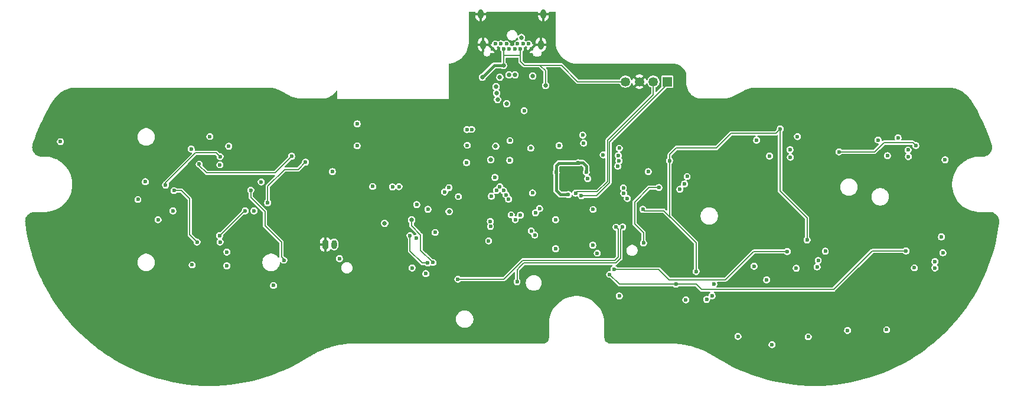
<source format=gbr>
%TF.GenerationSoftware,KiCad,Pcbnew,9.0.6-rc2*%
%TF.CreationDate,2025-11-20T00:57:41-08:00*%
%TF.ProjectId,LatteJr_Main_Board,4c617474-654a-4725-9f4d-61696e5f426f,rev?*%
%TF.SameCoordinates,Original*%
%TF.FileFunction,Copper,L2,Inr*%
%TF.FilePolarity,Positive*%
%FSLAX46Y46*%
G04 Gerber Fmt 4.6, Leading zero omitted, Abs format (unit mm)*
G04 Created by KiCad (PCBNEW 9.0.6-rc2) date 2025-11-20 00:57:41*
%MOMM*%
%LPD*%
G01*
G04 APERTURE LIST*
G04 Aperture macros list*
%AMRoundRect*
0 Rectangle with rounded corners*
0 $1 Rounding radius*
0 $2 $3 $4 $5 $6 $7 $8 $9 X,Y pos of 4 corners*
0 Add a 4 corners polygon primitive as box body*
4,1,4,$2,$3,$4,$5,$6,$7,$8,$9,$2,$3,0*
0 Add four circle primitives for the rounded corners*
1,1,$1+$1,$2,$3*
1,1,$1+$1,$4,$5*
1,1,$1+$1,$6,$7*
1,1,$1+$1,$8,$9*
0 Add four rect primitives between the rounded corners*
20,1,$1+$1,$2,$3,$4,$5,0*
20,1,$1+$1,$4,$5,$6,$7,0*
20,1,$1+$1,$6,$7,$8,$9,0*
20,1,$1+$1,$8,$9,$2,$3,0*%
G04 Aperture macros list end*
%TA.AperFunction,ComponentPad*%
%ADD10R,1.350000X1.350000*%
%TD*%
%TA.AperFunction,ComponentPad*%
%ADD11C,1.350000*%
%TD*%
%TA.AperFunction,ComponentPad*%
%ADD12C,0.600000*%
%TD*%
%TA.AperFunction,ComponentPad*%
%ADD13RoundRect,0.200000X-0.200000X-0.450000X0.200000X-0.450000X0.200000X0.450000X-0.200000X0.450000X0*%
%TD*%
%TA.AperFunction,ComponentPad*%
%ADD14O,0.800000X1.300000*%
%TD*%
%TA.AperFunction,ComponentPad*%
%ADD15O,0.800000X1.400000*%
%TD*%
%TA.AperFunction,ViaPad*%
%ADD16C,0.600000*%
%TD*%
%TA.AperFunction,ViaPad*%
%ADD17C,0.650000*%
%TD*%
%TA.AperFunction,Conductor*%
%ADD18C,0.450000*%
%TD*%
%TA.AperFunction,Conductor*%
%ADD19C,0.200000*%
%TD*%
G04 APERTURE END LIST*
D10*
%TO.N,SWD*%
%TO.C,J1*%
X114864400Y-27432000D03*
D11*
%TO.N,SWCLK*%
X112864399Y-27432000D03*
%TO.N,GND*%
X110864400Y-27432000D03*
%TO.N,VBUS*%
X108864400Y-27432000D03*
%TD*%
D12*
%TO.N,GND*%
%TO.C,U1*%
X99767800Y-39855800D03*
X99767800Y-41230800D03*
X99767800Y-42605800D03*
X101142800Y-39855800D03*
X101142800Y-41230800D03*
X101142800Y-42605800D03*
X102517800Y-39855800D03*
X102517800Y-41230800D03*
X102517800Y-42605800D03*
%TD*%
D13*
%TO.N,GND*%
%TO.C,J6*%
X65846800Y-50823600D03*
D14*
%TO.N,BATTERY_POS*%
X67096799Y-50823600D03*
%TD*%
D12*
%TO.N,GND*%
%TO.C,J3*%
X95402599Y-22693800D03*
%TO.N,+3.3V_PRE*%
X95002599Y-21993800D03*
%TO.N,N_CLOCK*%
X94202599Y-21993800D03*
%TO.N,VBUS*%
X93802599Y-22693800D03*
%TO.N,Net-(J3-CC2)*%
X93402599Y-21993801D03*
%TO.N,D+*%
X93002599Y-22693800D03*
%TO.N,D-*%
X92202599Y-22693800D03*
%TO.N,unconnected-(J3-SBU2-PadB8)*%
X91802599Y-21993801D03*
%TO.N,VBUS*%
X91402599Y-22693800D03*
%TO.N,N_LATCH*%
X91002599Y-21993800D03*
%TO.N,N_DATA*%
X90202599Y-21993800D03*
%TO.N,GND*%
X89802599Y-22693800D03*
D15*
X88472599Y-22103800D03*
X96732599Y-22103800D03*
X97092598Y-17703800D03*
X88112600Y-17703800D03*
%TD*%
D16*
%TO.N,GND*%
X93573600Y-43451400D03*
X27127200Y-58420000D03*
X38227000Y-28879800D03*
X44932600Y-70231000D03*
X132410200Y-49961800D03*
X144653000Y-69062600D03*
X146888200Y-68148200D03*
X153517600Y-63703200D03*
X43180000Y-43078400D03*
X46659800Y-35255200D03*
X135026400Y-70535800D03*
X140157200Y-70180200D03*
X157962600Y-58369200D03*
X132588000Y-28879800D03*
X46786800Y-51968400D03*
X107391200Y-36144200D03*
X143332200Y-61899210D03*
X28016200Y-59690000D03*
X127812800Y-63195200D03*
X87858600Y-43662600D03*
X117703600Y-38582600D03*
X158927800Y-56642000D03*
X145288000Y-28879800D03*
X25425400Y-55219600D03*
X92913200Y-40233600D03*
X135128000Y-28879800D03*
X157073600Y-59639200D03*
X84023200Y-30429200D03*
X70383400Y-39217600D03*
X156133800Y-60934600D03*
X40767000Y-28879800D03*
X32893000Y-64846200D03*
X50927000Y-28879800D03*
X126542800Y-68859400D03*
X89763600Y-44856400D03*
X76174600Y-50215800D03*
X149504400Y-34874200D03*
X42011600Y-42189400D03*
X150571200Y-66014600D03*
X59817000Y-42824400D03*
X40436800Y-69113400D03*
X155448000Y-28879800D03*
X137871200Y-61899800D03*
X92125800Y-28219400D03*
X116306600Y-64592200D03*
X118821200Y-65074800D03*
X52730400Y-70383400D03*
X129565400Y-36982400D03*
X33147000Y-28879800D03*
X55702200Y-69824600D03*
X35687000Y-28879800D03*
X128625600Y-33959800D03*
X132359400Y-70332600D03*
X159664400Y-55168800D03*
X47294800Y-70535800D03*
X96139000Y-36093400D03*
D17*
X99314000Y-27965400D03*
D16*
X47777400Y-38404800D03*
X36449000Y-67259200D03*
X45847000Y-28879800D03*
X58547000Y-28879800D03*
X69494400Y-64516000D03*
X88392000Y-48310800D03*
D17*
X98780600Y-49733200D03*
D16*
X84302600Y-47955200D03*
X47853600Y-49580800D03*
X100533200Y-35407600D03*
X112598200Y-38354000D03*
X28956000Y-60985400D03*
X142748000Y-28879800D03*
X157149800Y-35991800D03*
X38201600Y-68199000D03*
X105088300Y-35788600D03*
X129387600Y-69773800D03*
X150368000Y-28879800D03*
X148640800Y-67208400D03*
X130048000Y-28879800D03*
X52019200Y-34696400D03*
X31572200Y-63754000D03*
X149352000Y-49733200D03*
X142367000Y-69723000D03*
X152196800Y-64795400D03*
X98704400Y-26212800D03*
X75514200Y-39243000D03*
X146431000Y-36982400D03*
X84639100Y-30429200D03*
X53467000Y-28879800D03*
X147828000Y-28879800D03*
X30937200Y-38455600D03*
X104952800Y-45796200D03*
D17*
X89001600Y-32258000D03*
D16*
X127508000Y-28879800D03*
X117551200Y-57734200D03*
X102285800Y-46996600D03*
X83616800Y-44399200D03*
X50063400Y-70586600D03*
X30353000Y-62458600D03*
X58547000Y-68910200D03*
X57861200Y-46990000D03*
X121462800Y-54381400D03*
X108204000Y-41148000D03*
X75158600Y-45059600D03*
X133451600Y-33197800D03*
X66268600Y-65125600D03*
X133426200Y-53314600D03*
X132943600Y-61925200D03*
X41071800Y-46024800D03*
X48387000Y-28879800D03*
X42722800Y-69773800D03*
X66979800Y-34975800D03*
X154736800Y-62407800D03*
X145440400Y-34036000D03*
X160451800Y-53340000D03*
X137795000Y-70485000D03*
X118846600Y-41198800D03*
X150266400Y-53187600D03*
X136245600Y-50927000D03*
X56007000Y-28879800D03*
X124155200Y-67792600D03*
X116535200Y-54508400D03*
X85318600Y-49555400D03*
X63627000Y-66268600D03*
X153162000Y-50952400D03*
X67335400Y-30505400D03*
X121462800Y-66217800D03*
X43307000Y-28879800D03*
X34518600Y-66065400D03*
X113690400Y-41656000D03*
X126593600Y-56184800D03*
X60934600Y-67843400D03*
X26162000Y-56692800D03*
X105410000Y-34677600D03*
X137668000Y-28879800D03*
X24638000Y-53390800D03*
X83921600Y-39116000D03*
X50266600Y-54991000D03*
X30607000Y-28879800D03*
X140208000Y-28879800D03*
D17*
X103276400Y-49022000D03*
D16*
X152908000Y-28879800D03*
D17*
%TO.N,BATTERY_POS*%
X83591400Y-46075600D03*
X74345800Y-47777400D03*
D16*
%TO.N,VBUS*%
X82931000Y-43281600D03*
X83566000Y-42646600D03*
D17*
X97409000Y-27965400D03*
X91377599Y-25120600D03*
X88341200Y-26797000D03*
D16*
%TO.N,+3.3V_PRE*%
X86131400Y-34315400D03*
X86822340Y-34295372D03*
X94335600Y-31597600D03*
D17*
X91821000Y-30607000D03*
X95580200Y-26619200D03*
%TO.N,SHARED_PU*%
X90268698Y-36725498D03*
D16*
X90144600Y-41198800D03*
D17*
X89532098Y-38630498D03*
D16*
%TO.N,+3V3*%
X95543908Y-43412939D03*
X78841600Y-49936400D03*
X55600600Y-45999400D03*
X38963600Y-44348400D03*
X89508964Y-48234310D03*
X98856800Y-47269400D03*
X121539000Y-56515000D03*
X51993800Y-36703000D03*
X89636600Y-43891200D03*
X99364800Y-36626800D03*
X135077200Y-64084200D03*
X146316700Y-63055500D03*
X78943200Y-45085000D03*
X120497600Y-58724800D03*
X105664000Y-37947600D03*
X102870000Y-36271200D03*
X86182200Y-36576000D03*
X154381200Y-52019200D03*
X103454200Y-41376600D03*
X50723800Y-39370000D03*
X132511800Y-38277800D03*
X104216200Y-45796200D03*
X43992800Y-45999400D03*
X50749200Y-50469800D03*
X154686000Y-38658800D03*
X116662200Y-42900600D03*
X95298754Y-36984446D03*
X117703600Y-41046400D03*
X27863800Y-36042600D03*
X51714400Y-53898800D03*
X129882900Y-65214500D03*
X136347200Y-54051200D03*
X153238200Y-54203600D03*
X147955000Y-35509200D03*
X149428200Y-38201600D03*
X140703300Y-63182500D03*
X92278200Y-38735000D03*
X92303600Y-35890200D03*
X137515600Y-51790600D03*
X89484200Y-47498000D03*
X133527800Y-35314000D03*
%TO.N,+1V1*%
X100672569Y-43658305D03*
X102745041Y-35110626D03*
X98933000Y-40462200D03*
X103242800Y-40411400D03*
X102090372Y-39106595D03*
D17*
%TO.N,N_LATCH*%
X90398600Y-29083000D03*
%TO.N,N_CLOCK*%
X90297000Y-28168600D03*
%TO.N,N_DATA*%
X90525600Y-29997400D03*
%TO.N,Net-(J3-CC1)*%
X90855800Y-26797000D03*
%TO.N,Net-(J3-CC2)*%
X93954600Y-21082000D03*
D16*
%TO.N,Net-(U1-GPIO11)*%
X93802200Y-46609000D03*
X66852800Y-40360600D03*
%TO.N,SWCLK*%
X101701600Y-43459400D03*
%TO.N,SWD*%
X102539800Y-43815000D03*
%TO.N,VBUS_SYS*%
X84912200Y-43942000D03*
X86080600Y-39065200D03*
D17*
%TO.N,D-*%
X93037851Y-26461234D03*
%TO.N,D+*%
X92176600Y-26466800D03*
D16*
%TO.N,WL_CLK*%
X70408800Y-33502600D03*
X92092400Y-44314101D03*
%TO.N,I2C0_SCL*%
X77978000Y-49530000D03*
X80543400Y-45770800D03*
X80518000Y-53492400D03*
X95961200Y-46278800D03*
%TO.N,BTN_PWR*%
X81584800Y-49098200D03*
X89249194Y-50317670D03*
X90373200Y-43053000D03*
%TO.N,WL_CS*%
X72618600Y-42494200D03*
X91744800Y-43688000D03*
%TO.N,WL_ON*%
X90855800Y-42519600D03*
X76403200Y-42519600D03*
D17*
%TO.N,I2C0_SDA*%
X78206600Y-47294800D03*
D16*
X81254600Y-53416200D03*
X96545400Y-45669200D03*
%TO.N,WL_D*%
X91399600Y-43078400D03*
X70408800Y-36652200D03*
X75463400Y-42545000D03*
%TO.N,RGB_OUT*%
X47752000Y-39268400D03*
X61010800Y-38150800D03*
%TO.N,Net-(RGB1-DOUT)*%
X42926000Y-42291000D03*
X50749200Y-38201600D03*
%TO.N,Net-(RGB3-DOUT)*%
X50673000Y-49555400D03*
X54330600Y-45999400D03*
%TO.N,Net-(RGB5-DOUT)*%
X129514600Y-38125400D03*
X117322600Y-42138600D03*
%TO.N,Net-(RGB10-DIN)*%
X136499600Y-53136800D03*
X117525800Y-58775600D03*
%TO.N,Net-(RGB10-DOUT)*%
X121285000Y-58191400D03*
X124993400Y-64033400D03*
%TO.N,GRIP_R_BTN*%
X127304800Y-53949600D03*
X109143800Y-44221400D03*
X129108200Y-55905400D03*
%TO.N,GRIP_L_BTN*%
X58394600Y-56718200D03*
%TO.N,CAPTURE_BTN*%
X78282800Y-54203600D03*
X95351600Y-48869600D03*
%TO.N,HOME_BTN*%
X107518200Y-48336200D03*
X84836000Y-55803800D03*
%TO.N,MINUS_BTN*%
X80238600Y-55016400D03*
X95859600Y-49479200D03*
%TO.N,PLUS_BTN*%
X93319600Y-56184800D03*
X108458000Y-48310800D03*
%TO.N,Net-(R3-Pad2)*%
X107975400Y-58216800D03*
X104825800Y-52070000D03*
X104190800Y-50927000D03*
%TO.N,Net-(U1-GPIO17)*%
X98856800Y-51435000D03*
X67868800Y-52857400D03*
%TO.N,Net-(RGB2-DOUT)*%
X44145200Y-43078400D03*
X47447200Y-50469800D03*
%TO.N,Net-(RGB7-DOUT)*%
X150291800Y-54178200D03*
X149377400Y-37236400D03*
%TO.N,Net-(RGB4-DOUT)*%
X111455200Y-50622200D03*
X113665000Y-42646600D03*
X59893200Y-53086000D03*
X55143400Y-43027600D03*
%TO.N,RGB_B*%
X146431000Y-38074600D03*
X132461000Y-37211000D03*
%TO.N,Net-(RGB8-DOUT)*%
X153238200Y-53289200D03*
X133350000Y-54229000D03*
%TO.N,TRIGGER_EN_R*%
X108635800Y-43484800D03*
X154152600Y-49733200D03*
X139496800Y-37515800D03*
X150495000Y-36601400D03*
%TO.N,ADC_0*%
X46736000Y-53746400D03*
X107238800Y-54406800D03*
X107772200Y-39573200D03*
X132054600Y-51841400D03*
%TO.N,ADC_3*%
X127660400Y-35839400D03*
X145084800Y-35814000D03*
X46609000Y-37109400D03*
X107975400Y-36982400D03*
%TO.N,ADC_1*%
X56642000Y-41833800D03*
X106603800Y-55118000D03*
X116103400Y-56540400D03*
X107924600Y-38811200D03*
X149072600Y-51765200D03*
%TO.N,ADC_2*%
X40030400Y-41808400D03*
X112141000Y-40360600D03*
X107848400Y-38074600D03*
%TO.N,DPAD_EN*%
X93065600Y-47269400D03*
X62992000Y-38989000D03*
X49276000Y-35306000D03*
X57556400Y-44831000D03*
X51714400Y-51917600D03*
X41859200Y-47269400D03*
%TO.N,TRIGGER_EN_L*%
X92481400Y-46558200D03*
%TO.N,BTN_EN*%
X111353600Y-45770800D03*
X115189000Y-38785800D03*
X131038600Y-34239200D03*
X118999000Y-54711600D03*
X108559600Y-42672000D03*
X134899400Y-50165000D03*
%TD*%
D18*
%TO.N,VBUS*%
X90017600Y-25120600D02*
X88341200Y-26797000D01*
D19*
X93738164Y-23672800D02*
X91402599Y-23672800D01*
X93802599Y-23418401D02*
X93802599Y-24485999D01*
X91402599Y-22693800D02*
X91402599Y-23672800D01*
X99669600Y-25069800D02*
X102031800Y-27432000D01*
X97409000Y-25882600D02*
X97409000Y-27965400D01*
X96596200Y-25069800D02*
X97409000Y-25882600D01*
X93802599Y-23418401D02*
X93802599Y-23608365D01*
D18*
X91377599Y-25120600D02*
X90017600Y-25120600D01*
D19*
X93802599Y-23608365D02*
X93738164Y-23672800D01*
X91402599Y-23672800D02*
X91402599Y-25095600D01*
X91402599Y-25095600D02*
X91377599Y-25120600D01*
X93802599Y-22693800D02*
X93802599Y-23418401D01*
X102031800Y-27432000D02*
X108864400Y-27432000D01*
X94386400Y-25069800D02*
X96596200Y-25069800D01*
X96596200Y-25069800D02*
X99669600Y-25069800D01*
X93802599Y-24485999D02*
X94386400Y-25069800D01*
D18*
%TO.N,+1V1*%
X102771695Y-39106595D02*
X103242800Y-39577700D01*
X99314000Y-39166800D02*
X102133400Y-39166800D01*
X98958400Y-43053000D02*
X98958400Y-40487600D01*
X98983800Y-39497000D02*
X99314000Y-39166800D01*
X99542600Y-43637200D02*
X98958400Y-43053000D01*
X98983800Y-40411400D02*
X98983800Y-39497000D01*
X102133400Y-39149623D02*
X102090372Y-39106595D01*
X102133400Y-39166800D02*
X102133400Y-39149623D01*
X100651464Y-43637200D02*
X99542600Y-43637200D01*
X102090372Y-39106595D02*
X102771695Y-39106595D01*
X98958400Y-40487600D02*
X98933000Y-40462200D01*
X103242800Y-40411400D02*
X103242800Y-39577700D01*
X100672569Y-43658305D02*
X100651464Y-43637200D01*
X98933000Y-40462200D02*
X98983800Y-40411400D01*
D19*
%TO.N,SWCLK*%
X112864399Y-29299401D02*
X112864399Y-27432000D01*
X106273600Y-35890200D02*
X112864399Y-29299401D01*
X101904800Y-43256200D02*
X104775000Y-43256200D01*
X101701600Y-43459400D02*
X101904800Y-43256200D01*
X104775000Y-43256200D02*
X106273600Y-41757600D01*
X106273600Y-41757600D02*
X106273600Y-35890200D01*
%TO.N,SWD*%
X106574600Y-41939200D02*
X104698800Y-43815000D01*
X104698800Y-43815000D02*
X102539800Y-43815000D01*
X114864400Y-27432000D02*
X114864400Y-27807400D01*
X106574600Y-36097200D02*
X106574600Y-41939200D01*
X114864400Y-27807400D02*
X106574600Y-36097200D01*
%TO.N,I2C0_SCL*%
X79730600Y-53492400D02*
X77978000Y-51739800D01*
X77978000Y-51739800D02*
X77978000Y-49530000D01*
X80518000Y-53492400D02*
X79730600Y-53492400D01*
%TO.N,I2C0_SDA*%
X78206600Y-48158400D02*
X78206600Y-47294800D01*
X79502000Y-49453800D02*
X78206600Y-48158400D01*
X81254600Y-53416200D02*
X79502000Y-51663600D01*
X79502000Y-51663600D02*
X79502000Y-49453800D01*
%TO.N,RGB_OUT*%
X61010800Y-38150800D02*
X58623200Y-40538400D01*
X47752000Y-39471600D02*
X47752000Y-39268400D01*
X58623200Y-40538400D02*
X48818800Y-40538400D01*
X48818800Y-40538400D02*
X47752000Y-39471600D01*
%TO.N,Net-(RGB1-DOUT)*%
X50749200Y-38201600D02*
X50215800Y-37668200D01*
X47244000Y-37668200D02*
X42926000Y-41986200D01*
X50215800Y-37668200D02*
X47244000Y-37668200D01*
X42926000Y-41986200D02*
X42926000Y-42291000D01*
%TO.N,Net-(RGB3-DOUT)*%
X50673000Y-49555400D02*
X54229000Y-45999400D01*
X54229000Y-45999400D02*
X54330600Y-45999400D01*
%TO.N,HOME_BTN*%
X107823000Y-48641000D02*
X107823000Y-52654200D01*
X94132400Y-53111400D02*
X91440000Y-55803800D01*
X107823000Y-52654200D02*
X107365800Y-53111400D01*
X107365800Y-53111400D02*
X94132400Y-53111400D01*
X91440000Y-55803800D02*
X84836000Y-55803800D01*
X107518200Y-48336200D02*
X107823000Y-48641000D01*
%TO.N,PLUS_BTN*%
X108153200Y-51536600D02*
X108153200Y-48615600D01*
X93319600Y-54457600D02*
X93726000Y-54051200D01*
X94284800Y-53492400D02*
X95097600Y-53492400D01*
X108153200Y-48615600D02*
X108458000Y-48310800D01*
X93319600Y-56184800D02*
X93319600Y-54457600D01*
X95097600Y-53492400D02*
X107467400Y-53492400D01*
X108153200Y-52806600D02*
X108153200Y-51536600D01*
X108000800Y-52959000D02*
X108153200Y-52806600D01*
X93726000Y-54051200D02*
X94284800Y-53492400D01*
X107467400Y-53492400D02*
X108000800Y-52959000D01*
%TO.N,Net-(RGB2-DOUT)*%
X46380400Y-44272200D02*
X46380400Y-46761400D01*
X46380400Y-49403000D02*
X47447200Y-50469800D01*
X45186600Y-43078400D02*
X45770800Y-43662600D01*
X44145200Y-43078400D02*
X45186600Y-43078400D01*
X46380400Y-46761400D02*
X46380400Y-49403000D01*
X45770800Y-43662600D02*
X46380400Y-44272200D01*
%TO.N,Net-(RGB4-DOUT)*%
X110185200Y-47904400D02*
X110185200Y-44704000D01*
X57175400Y-48107600D02*
X57175400Y-46075600D01*
X55143400Y-44043600D02*
X55143400Y-43027600D01*
X111455200Y-49174400D02*
X110185200Y-47904400D01*
X59893200Y-53086000D02*
X59893200Y-52959000D01*
X111455200Y-50622200D02*
X111455200Y-49174400D01*
X57175400Y-46075600D02*
X55143400Y-44043600D01*
X59563000Y-50495200D02*
X57175400Y-48107600D01*
X59563000Y-52628800D02*
X59563000Y-50495200D01*
X110185200Y-44704000D02*
X112242600Y-42646600D01*
X112242600Y-42646600D02*
X113665000Y-42646600D01*
X59893200Y-52959000D02*
X59563000Y-52628800D01*
%TO.N,TRIGGER_EN_R*%
X144576800Y-37515800D02*
X139496800Y-37515800D01*
X150088600Y-36195000D02*
X145897600Y-36195000D01*
X145897600Y-36195000D02*
X145059400Y-37033200D01*
X150495000Y-36601400D02*
X150088600Y-36195000D01*
X145059400Y-37033200D02*
X144576800Y-37515800D01*
%TO.N,ADC_0*%
X113614200Y-54406800D02*
X115087400Y-55880000D01*
X127228600Y-51841400D02*
X132054600Y-51841400D01*
X115087400Y-55880000D02*
X123190000Y-55880000D01*
X107238800Y-54406800D02*
X113614200Y-54406800D01*
X123190000Y-55880000D02*
X127228600Y-51841400D01*
%TO.N,ADC_1*%
X144246600Y-51765200D02*
X138709400Y-57302400D01*
X108026200Y-56540400D02*
X116103400Y-56540400D01*
X119811800Y-57302400D02*
X119049800Y-56540400D01*
X138709400Y-57302400D02*
X119811800Y-57302400D01*
X106603800Y-55118000D02*
X108026200Y-56540400D01*
X149072600Y-51765200D02*
X144246600Y-51765200D01*
X119049800Y-56540400D02*
X116103400Y-56540400D01*
%TO.N,DPAD_EN*%
X59969400Y-40055800D02*
X57556400Y-42468800D01*
X57556400Y-42468800D02*
X57556400Y-44831000D01*
X61925200Y-40055800D02*
X59969400Y-40055800D01*
X62992000Y-38989000D02*
X61925200Y-40055800D01*
%TO.N,BTN_EN*%
X115189000Y-38785800D02*
X115189000Y-45262800D01*
X111556800Y-45974000D02*
X114350800Y-45974000D01*
X124002800Y-34874200D02*
X130403600Y-34874200D01*
X134899400Y-47015400D02*
X134899400Y-50165000D01*
X114350800Y-45974000D02*
X115316000Y-46939200D01*
X121920000Y-36957000D02*
X124002800Y-34874200D01*
X115189000Y-38785800D02*
X115189000Y-37896800D01*
X118999000Y-50622200D02*
X118999000Y-54711600D01*
X115189000Y-45262800D02*
X115189000Y-46812200D01*
X131038600Y-34239200D02*
X131038600Y-43154600D01*
X115189000Y-46812200D02*
X118999000Y-50622200D01*
X130403600Y-34874200D02*
X131038600Y-34239200D01*
X131038600Y-43154600D02*
X134899400Y-47015400D01*
X116128800Y-36957000D02*
X121920000Y-36957000D01*
X111353600Y-45770800D02*
X111556800Y-45974000D01*
X115189000Y-37896800D02*
X116128800Y-36957000D01*
%TD*%
%TA.AperFunction,Conductor*%
%TO.N,GND*%
G36*
X87321791Y-17420908D02*
G01*
X87357755Y-17470408D01*
X87362600Y-17501001D01*
X87362600Y-17528799D01*
X87362601Y-17528800D01*
X87862600Y-17528800D01*
X87862600Y-17878800D01*
X87362601Y-17878800D01*
X87362600Y-17878801D01*
X87362600Y-18077671D01*
X87391421Y-18222564D01*
X87391423Y-18222570D01*
X87447958Y-18359057D01*
X87530034Y-18481893D01*
X87634506Y-18586365D01*
X87757342Y-18668441D01*
X87893830Y-18724976D01*
X87893839Y-18724979D01*
X87937599Y-18733683D01*
X87937600Y-18733682D01*
X87937600Y-18182354D01*
X87970986Y-18215740D01*
X88062872Y-18253800D01*
X88162328Y-18253800D01*
X88254214Y-18215740D01*
X88287600Y-18182354D01*
X88287600Y-18733683D01*
X88331360Y-18724979D01*
X88331369Y-18724976D01*
X88467857Y-18668441D01*
X88590693Y-18586365D01*
X88695165Y-18481893D01*
X88777241Y-18359057D01*
X88833776Y-18222570D01*
X88833778Y-18222564D01*
X88862599Y-18077671D01*
X88862600Y-18077667D01*
X88862600Y-17878801D01*
X88862599Y-17878800D01*
X88362600Y-17878800D01*
X88362600Y-17528800D01*
X88862599Y-17528800D01*
X88862600Y-17528799D01*
X88862600Y-17501001D01*
X88881507Y-17442810D01*
X88931007Y-17406846D01*
X88961600Y-17402001D01*
X96243598Y-17402001D01*
X96301789Y-17420908D01*
X96337753Y-17470408D01*
X96342598Y-17501001D01*
X96342598Y-17528799D01*
X96342599Y-17528800D01*
X96842598Y-17528800D01*
X96842598Y-17878800D01*
X96342599Y-17878800D01*
X96342598Y-17878801D01*
X96342598Y-18077671D01*
X96371419Y-18222564D01*
X96371421Y-18222570D01*
X96427956Y-18359057D01*
X96510032Y-18481893D01*
X96614504Y-18586365D01*
X96737340Y-18668441D01*
X96873828Y-18724976D01*
X96873837Y-18724979D01*
X96917597Y-18733683D01*
X96917598Y-18733682D01*
X96917598Y-18182354D01*
X96950984Y-18215740D01*
X97042870Y-18253800D01*
X97142326Y-18253800D01*
X97234212Y-18215740D01*
X97267598Y-18182354D01*
X97267598Y-18733683D01*
X97311358Y-18724979D01*
X97311367Y-18724976D01*
X97447855Y-18668441D01*
X97570691Y-18586365D01*
X97675163Y-18481893D01*
X97757239Y-18359057D01*
X97813774Y-18222570D01*
X97813776Y-18222564D01*
X97842597Y-18077671D01*
X97842598Y-18077667D01*
X97842598Y-17878801D01*
X97842597Y-17878800D01*
X97342598Y-17878800D01*
X97342598Y-17528800D01*
X97842597Y-17528800D01*
X97842598Y-17528799D01*
X97842598Y-17501001D01*
X97861505Y-17442810D01*
X97911005Y-17406846D01*
X97941598Y-17402001D01*
X98765496Y-17402001D01*
X98823687Y-17420908D01*
X98859651Y-17470408D01*
X98864496Y-17501001D01*
X98864496Y-21756936D01*
X98864528Y-21757276D01*
X98864528Y-21882681D01*
X98899042Y-22211087D01*
X98967694Y-22534089D01*
X99069738Y-22848158D01*
X99204038Y-23149807D01*
X99204048Y-23149827D01*
X99369150Y-23435798D01*
X99369162Y-23435815D01*
X99512596Y-23633238D01*
X99563252Y-23702960D01*
X99668004Y-23819300D01*
X99781539Y-23945396D01*
X99784211Y-23948363D01*
X99887879Y-24041707D01*
X100029614Y-24169328D01*
X100296763Y-24363425D01*
X100296768Y-24363428D01*
X100582731Y-24528531D01*
X100582738Y-24528534D01*
X100582743Y-24528537D01*
X100884414Y-24662850D01*
X101096896Y-24731890D01*
X101198465Y-24764893D01*
X101198467Y-24764893D01*
X101198472Y-24764895D01*
X101521476Y-24833552D01*
X101849888Y-24868070D01*
X101985062Y-24868070D01*
X115726943Y-24868070D01*
X115758054Y-24868070D01*
X115764528Y-24868282D01*
X115783265Y-24869510D01*
X115996234Y-24883467D01*
X116009059Y-24885156D01*
X116233625Y-24929823D01*
X116246125Y-24933173D01*
X116282043Y-24945365D01*
X116462924Y-25006765D01*
X116474888Y-25011720D01*
X116555387Y-25051417D01*
X116680237Y-25112985D01*
X116691443Y-25119455D01*
X116803236Y-25194151D01*
X116881811Y-25246652D01*
X116892085Y-25254535D01*
X117064228Y-25405498D01*
X117073384Y-25414655D01*
X117224342Y-25586785D01*
X117232218Y-25597049D01*
X117339618Y-25757780D01*
X117359422Y-25787418D01*
X117365897Y-25798632D01*
X117467163Y-26003972D01*
X117472119Y-26015936D01*
X117545718Y-26232743D01*
X117549069Y-26245252D01*
X117593736Y-26469791D01*
X117595427Y-26482629D01*
X117610579Y-26713740D01*
X117610791Y-26720217D01*
X117610791Y-27659399D01*
X117610765Y-27659479D01*
X117610767Y-27830509D01*
X117610768Y-27830524D01*
X117642130Y-28088778D01*
X117642131Y-28088785D01*
X117704395Y-28341385D01*
X117704395Y-28341386D01*
X117796651Y-28584638D01*
X117833649Y-28655129D01*
X117917559Y-28815002D01*
X117928636Y-28831049D01*
X118065344Y-29029104D01*
X118065354Y-29029116D01*
X118128420Y-29100301D01*
X118237872Y-29223845D01*
X118432608Y-29396365D01*
X118646719Y-29544154D01*
X118877082Y-29665057D01*
X119120339Y-29757312D01*
X119372943Y-29819574D01*
X119631210Y-29850934D01*
X119631214Y-29850934D01*
X119836637Y-29850934D01*
X119836650Y-29850933D01*
X122652221Y-29850933D01*
X122652322Y-29850965D01*
X122693254Y-29850960D01*
X122693254Y-29850962D01*
X122883581Y-29850942D01*
X123262859Y-29818587D01*
X123638015Y-29754114D01*
X124006333Y-29657992D01*
X124006342Y-29657988D01*
X124006345Y-29657988D01*
X124119627Y-29617867D01*
X124365151Y-29530914D01*
X124711869Y-29373801D01*
X125043981Y-29187790D01*
X125173100Y-29100295D01*
X125173106Y-29100295D01*
X125196446Y-29084475D01*
X125199853Y-29082167D01*
X125203232Y-29079980D01*
X125530898Y-28877689D01*
X125538211Y-28873594D01*
X125879896Y-28700888D01*
X125887539Y-28697425D01*
X126242693Y-28554372D01*
X126250580Y-28551579D01*
X126616601Y-28439231D01*
X126624691Y-28437119D01*
X126998951Y-28356282D01*
X127007201Y-28354865D01*
X127386957Y-28306130D01*
X127395325Y-28305417D01*
X127543388Y-28299115D01*
X127780040Y-28289042D01*
X127784250Y-28288952D01*
X127816371Y-28288952D01*
X155126189Y-28288952D01*
X155130669Y-28289053D01*
X155471956Y-28304514D01*
X155480879Y-28305324D01*
X155505726Y-28308719D01*
X155817153Y-28351271D01*
X155825961Y-28352885D01*
X155935066Y-28378007D01*
X156156689Y-28429038D01*
X156165300Y-28431436D01*
X156487812Y-28537184D01*
X156496170Y-28540349D01*
X156621052Y-28594236D01*
X156807802Y-28674819D01*
X156815858Y-28678737D01*
X156936630Y-28744384D01*
X157114012Y-28840802D01*
X157114033Y-28840813D01*
X157121700Y-28845441D01*
X157404017Y-29033818D01*
X157411235Y-29039122D01*
X157640156Y-29223839D01*
X157675359Y-29252244D01*
X157682069Y-29258179D01*
X157925851Y-29494309D01*
X157931997Y-29500827D01*
X158153429Y-29758022D01*
X158158961Y-29765069D01*
X158357187Y-30042559D01*
X158360596Y-30047658D01*
X158829097Y-30797721D01*
X158829100Y-30797725D01*
X158830797Y-30800545D01*
X158830802Y-30800555D01*
X158830805Y-30800559D01*
X159274803Y-31567252D01*
X159276413Y-31570141D01*
X159694577Y-32351279D01*
X159696089Y-32354221D01*
X160087923Y-33148879D01*
X160089335Y-33151869D01*
X160160579Y-33309414D01*
X160432894Y-33911600D01*
X160454385Y-33959123D01*
X160455696Y-33962154D01*
X160584235Y-34273721D01*
X160793604Y-34781213D01*
X160794814Y-34784291D01*
X161105169Y-35614161D01*
X161106275Y-35617277D01*
X161387792Y-36454238D01*
X161390362Y-36463279D01*
X161435510Y-36656543D01*
X161437843Y-36671849D01*
X161452093Y-36866849D01*
X161452010Y-36882331D01*
X161435684Y-37077156D01*
X161433189Y-37092437D01*
X161386685Y-37282340D01*
X161381838Y-37297042D01*
X161306297Y-37477375D01*
X161299216Y-37491145D01*
X161196485Y-37657488D01*
X161187345Y-37669984D01*
X161059935Y-37818279D01*
X161048958Y-37829198D01*
X160899979Y-37955818D01*
X160887434Y-37964891D01*
X160720546Y-38066730D01*
X160706740Y-38073737D01*
X160526003Y-38148317D01*
X160511273Y-38153085D01*
X160321132Y-38198571D01*
X160305839Y-38200985D01*
X160132459Y-38214581D01*
X160106711Y-38216601D01*
X160098975Y-38216904D01*
X159712466Y-38216904D01*
X159712333Y-38216860D01*
X159476330Y-38216860D01*
X159088071Y-38255099D01*
X158705408Y-38331214D01*
X158332072Y-38444463D01*
X158332054Y-38444470D01*
X157971624Y-38593763D01*
X157971590Y-38593779D01*
X157627533Y-38777681D01*
X157627527Y-38777684D01*
X157627527Y-38777685D01*
X157326193Y-38979029D01*
X157303124Y-38994443D01*
X157001540Y-39241945D01*
X157001534Y-39241951D01*
X156725661Y-39517823D01*
X156725655Y-39517829D01*
X156478150Y-39819414D01*
X156261390Y-40143816D01*
X156077486Y-40487877D01*
X156077473Y-40487904D01*
X155928172Y-40848347D01*
X155928168Y-40848358D01*
X155814917Y-41221694D01*
X155738801Y-41604356D01*
X155700561Y-41992617D01*
X155700561Y-42382782D01*
X155738801Y-42771043D01*
X155814917Y-43153705D01*
X155928168Y-43527041D01*
X155928172Y-43527052D01*
X156077473Y-43887495D01*
X156077486Y-43887522D01*
X156261390Y-44231583D01*
X156379531Y-44408392D01*
X156468531Y-44541590D01*
X156478150Y-44555985D01*
X156725655Y-44857570D01*
X156725661Y-44857576D01*
X157001534Y-45133448D01*
X157001540Y-45133454D01*
X157044488Y-45168700D01*
X157303128Y-45380960D01*
X157627527Y-45597715D01*
X157751216Y-45663828D01*
X157956314Y-45773455D01*
X157971609Y-45781630D01*
X158332062Y-45930933D01*
X158332072Y-45930936D01*
X158705408Y-46044185D01*
X158705412Y-46044185D01*
X158705413Y-46044186D01*
X159088067Y-46120300D01*
X159476339Y-46158540D01*
X159671415Y-46158539D01*
X161079332Y-46158539D01*
X161109886Y-46158539D01*
X161117478Y-46158831D01*
X161136364Y-46160283D01*
X161312517Y-46173833D01*
X161327506Y-46176153D01*
X161514252Y-46219945D01*
X161528713Y-46224530D01*
X161706564Y-46296373D01*
X161720159Y-46303120D01*
X161884923Y-46401319D01*
X161897330Y-46410069D01*
X161904277Y-46415815D01*
X162045128Y-46532312D01*
X162056054Y-46542861D01*
X162183410Y-46686266D01*
X162192595Y-46698363D01*
X162296518Y-46859565D01*
X162303744Y-46872924D01*
X162381785Y-47048124D01*
X162386883Y-47062432D01*
X162437206Y-47247509D01*
X162440055Y-47262427D01*
X162461477Y-47453026D01*
X162462010Y-47468205D01*
X162453896Y-47662932D01*
X162453048Y-47672378D01*
X162314754Y-48671930D01*
X162314165Y-48675662D01*
X162137291Y-49672251D01*
X162136560Y-49675958D01*
X161921788Y-50665077D01*
X161920916Y-50668753D01*
X161668558Y-51648962D01*
X161667546Y-51652602D01*
X161377974Y-52622453D01*
X161376824Y-52626052D01*
X161050462Y-53584138D01*
X161049176Y-53587691D01*
X160686479Y-54532662D01*
X160685058Y-54536162D01*
X160286590Y-55466557D01*
X160285037Y-55470002D01*
X159851332Y-56384571D01*
X159849648Y-56387953D01*
X159381373Y-57285287D01*
X159379561Y-57288602D01*
X158877408Y-58167379D01*
X158875472Y-58170623D01*
X158340118Y-59029656D01*
X158338058Y-59032824D01*
X157770352Y-59870753D01*
X157768174Y-59873840D01*
X157168885Y-60689531D01*
X157166590Y-60692533D01*
X156536618Y-61484756D01*
X156534211Y-61487667D01*
X155874474Y-62255269D01*
X155871957Y-62258087D01*
X155183407Y-62999964D01*
X155180784Y-63002684D01*
X154464429Y-63717746D01*
X154461705Y-63720363D01*
X153718599Y-64407561D01*
X153715777Y-64410073D01*
X152946957Y-65068444D01*
X152944040Y-65070846D01*
X152150720Y-65699355D01*
X152147715Y-65701645D01*
X151330932Y-66299469D01*
X151327841Y-66301642D01*
X150488852Y-66867858D01*
X150485680Y-66869911D01*
X149625730Y-67403681D01*
X149622483Y-67405612D01*
X148742750Y-67906206D01*
X148739431Y-67908011D01*
X147841283Y-68374649D01*
X147837898Y-68376327D01*
X146922557Y-68808374D01*
X146919110Y-68809921D01*
X145987988Y-69206712D01*
X145984485Y-69208127D01*
X145038868Y-69569113D01*
X145035313Y-69570393D01*
X144076616Y-69895033D01*
X144073015Y-69896176D01*
X143102643Y-70183995D01*
X143099001Y-70185000D01*
X142118338Y-70435587D01*
X142114660Y-70436452D01*
X141125184Y-70649431D01*
X141121476Y-70650156D01*
X140124544Y-70825233D01*
X140120811Y-70825815D01*
X139117971Y-70962720D01*
X139114219Y-70963160D01*
X138106853Y-71061704D01*
X138103086Y-71062000D01*
X137092702Y-71122033D01*
X137088927Y-71122185D01*
X136076994Y-71143621D01*
X136073216Y-71143629D01*
X135061177Y-71126439D01*
X135057401Y-71126302D01*
X134046802Y-71070510D01*
X134043034Y-71070230D01*
X133035287Y-70975917D01*
X133031533Y-70975494D01*
X132028083Y-70842794D01*
X132024347Y-70842227D01*
X131026714Y-70671338D01*
X131023003Y-70670629D01*
X130032618Y-70461798D01*
X130028937Y-70460948D01*
X129047237Y-70214480D01*
X129043591Y-70213490D01*
X128072026Y-69929748D01*
X128068420Y-69928620D01*
X127108369Y-69608005D01*
X127104809Y-69606740D01*
X126157704Y-69249732D01*
X126154194Y-69248332D01*
X125221406Y-68855448D01*
X125217953Y-68853916D01*
X124300794Y-68425708D01*
X124297402Y-68424044D01*
X123397305Y-67961179D01*
X123394000Y-67959399D01*
X122821960Y-67637063D01*
X122512155Y-67462492D01*
X122508900Y-67460574D01*
X121676295Y-66948604D01*
X121676212Y-66948553D01*
X121667762Y-66943345D01*
X121667454Y-66942926D01*
X121644359Y-66928923D01*
X121643959Y-66928677D01*
X121643945Y-66928661D01*
X121642466Y-66927739D01*
X121616182Y-66910879D01*
X121616180Y-66910878D01*
X121612333Y-66908411D01*
X121603813Y-66904343D01*
X121169849Y-66641243D01*
X121169849Y-66641242D01*
X121159879Y-66635197D01*
X121157936Y-66632761D01*
X121134383Y-66619740D01*
X121132683Y-66618710D01*
X121110884Y-66605495D01*
X121098066Y-66599665D01*
X120866830Y-66471843D01*
X120866830Y-66471842D01*
X120857223Y-66466532D01*
X120855748Y-66464788D01*
X120831092Y-66452088D01*
X120828230Y-66450506D01*
X120804635Y-66437462D01*
X120794803Y-66433395D01*
X120560053Y-66312475D01*
X120549417Y-66306997D01*
X120547092Y-66304483D01*
X120522911Y-66293344D01*
X120499238Y-66281150D01*
X120499237Y-66281149D01*
X120499234Y-66281148D01*
X120499082Y-66281105D01*
X120484959Y-66275861D01*
X119935536Y-66022768D01*
X119923445Y-66017198D01*
X119920158Y-66014038D01*
X119896387Y-66004734D01*
X119893747Y-66003518D01*
X119873205Y-65994056D01*
X119869248Y-65993107D01*
X119856259Y-65989028D01*
X119293435Y-65768746D01*
X119281047Y-65763897D01*
X119277585Y-65760939D01*
X119253330Y-65753049D01*
X119250611Y-65751985D01*
X119250605Y-65751983D01*
X119229539Y-65743738D01*
X119225543Y-65743025D01*
X119212329Y-65739713D01*
X118637771Y-65552833D01*
X118637771Y-65552832D01*
X118625502Y-65548841D01*
X118622126Y-65546262D01*
X118597168Y-65539626D01*
X118594602Y-65538792D01*
X118594595Y-65538790D01*
X118572614Y-65531641D01*
X118569672Y-65531292D01*
X118555907Y-65528659D01*
X118060386Y-65396933D01*
X118060386Y-65396932D01*
X118049114Y-65393935D01*
X118046565Y-65392145D01*
X118020297Y-65386276D01*
X118018377Y-65385766D01*
X118018365Y-65385763D01*
X117993734Y-65379215D01*
X117979797Y-65377228D01*
X117721951Y-65319621D01*
X117721951Y-65319622D01*
X117711241Y-65317229D01*
X117709334Y-65315971D01*
X117682116Y-65310723D01*
X117680685Y-65310403D01*
X117680684Y-65310403D01*
X117673233Y-65308738D01*
X117652594Y-65304127D01*
X117642026Y-65302991D01*
X117382737Y-65252996D01*
X117382737Y-65252997D01*
X117370991Y-65250732D01*
X117368056Y-65248976D01*
X117341729Y-65245091D01*
X117339597Y-65244680D01*
X117317813Y-65240480D01*
X117317810Y-65240479D01*
X117315571Y-65240048D01*
X117314545Y-65240258D01*
X117308132Y-65239823D01*
X117307264Y-65239474D01*
X117300387Y-65238990D01*
X116701909Y-65150681D01*
X116692430Y-65148608D01*
X129382400Y-65148608D01*
X129382400Y-65280392D01*
X129407079Y-65372497D01*
X129416509Y-65407690D01*
X129482396Y-65521809D01*
X129482398Y-65521811D01*
X129482400Y-65521814D01*
X129575586Y-65615000D01*
X129575588Y-65615001D01*
X129575590Y-65615003D01*
X129689710Y-65680890D01*
X129689708Y-65680890D01*
X129689712Y-65680891D01*
X129689714Y-65680892D01*
X129817008Y-65715000D01*
X129817010Y-65715000D01*
X129948790Y-65715000D01*
X129948792Y-65715000D01*
X130076086Y-65680892D01*
X130076088Y-65680890D01*
X130076090Y-65680890D01*
X130190209Y-65615003D01*
X130190209Y-65615002D01*
X130190214Y-65615000D01*
X130283400Y-65521814D01*
X130349292Y-65407686D01*
X130383400Y-65280392D01*
X130383400Y-65148608D01*
X130349292Y-65021314D01*
X130349290Y-65021311D01*
X130349290Y-65021309D01*
X130283403Y-64907190D01*
X130283401Y-64907188D01*
X130283400Y-64907186D01*
X130190214Y-64814000D01*
X130190211Y-64813998D01*
X130190209Y-64813996D01*
X130076089Y-64748109D01*
X130076091Y-64748109D01*
X130026699Y-64734875D01*
X129948792Y-64714000D01*
X129817008Y-64714000D01*
X129739100Y-64734875D01*
X129689709Y-64748109D01*
X129575590Y-64813996D01*
X129482396Y-64907190D01*
X129416509Y-65021309D01*
X129399748Y-65083862D01*
X129382400Y-65148608D01*
X116692430Y-65148608D01*
X116688612Y-65147773D01*
X116684706Y-65146632D01*
X116662166Y-65144647D01*
X116662165Y-65144647D01*
X116659282Y-65144393D01*
X116634031Y-65140667D01*
X116629608Y-65141778D01*
X116616350Y-65140609D01*
X116014215Y-65087557D01*
X116000758Y-65085430D01*
X115996813Y-65084524D01*
X115993506Y-65084427D01*
X115974170Y-65083860D01*
X115968412Y-65083522D01*
X115945863Y-65081535D01*
X115941835Y-65081974D01*
X115928221Y-65082514D01*
X115324205Y-65064818D01*
X115324205Y-65064817D01*
X115313244Y-65064496D01*
X115311135Y-65063623D01*
X115283400Y-65063623D01*
X115281965Y-65063581D01*
X115253161Y-65062737D01*
X115242580Y-65063623D01*
X106701453Y-65063623D01*
X106691749Y-65063146D01*
X106540566Y-65048255D01*
X106521532Y-65044469D01*
X106380831Y-65001788D01*
X106362901Y-64994361D01*
X106233232Y-64925052D01*
X106217097Y-64914271D01*
X106170270Y-64875842D01*
X106103436Y-64820992D01*
X106089714Y-64807270D01*
X105996438Y-64693615D01*
X105985655Y-64677479D01*
X105985641Y-64677453D01*
X105916339Y-64547802D01*
X105908918Y-64529885D01*
X105866230Y-64389170D01*
X105862446Y-64370146D01*
X105847566Y-64219091D01*
X105847089Y-64209386D01*
X105847089Y-63967508D01*
X124492900Y-63967508D01*
X124492900Y-64099292D01*
X124506511Y-64150090D01*
X124527009Y-64226590D01*
X124592896Y-64340709D01*
X124592898Y-64340711D01*
X124592900Y-64340714D01*
X124686086Y-64433900D01*
X124686088Y-64433901D01*
X124686090Y-64433903D01*
X124800210Y-64499790D01*
X124800208Y-64499790D01*
X124800212Y-64499791D01*
X124800214Y-64499792D01*
X124927508Y-64533900D01*
X124927510Y-64533900D01*
X125059290Y-64533900D01*
X125059292Y-64533900D01*
X125186586Y-64499792D01*
X125186588Y-64499790D01*
X125186590Y-64499790D01*
X125300709Y-64433903D01*
X125300709Y-64433902D01*
X125300714Y-64433900D01*
X125393900Y-64340714D01*
X125408874Y-64314778D01*
X125459790Y-64226590D01*
X125459790Y-64226588D01*
X125459792Y-64226586D01*
X125493900Y-64099292D01*
X125493900Y-64018308D01*
X134576700Y-64018308D01*
X134576700Y-64150092D01*
X134601878Y-64244057D01*
X134610809Y-64277390D01*
X134676696Y-64391509D01*
X134676698Y-64391511D01*
X134676700Y-64391514D01*
X134769886Y-64484700D01*
X134769888Y-64484701D01*
X134769890Y-64484703D01*
X134884010Y-64550590D01*
X134884008Y-64550590D01*
X134884012Y-64550591D01*
X134884014Y-64550592D01*
X135011308Y-64584700D01*
X135011310Y-64584700D01*
X135143090Y-64584700D01*
X135143092Y-64584700D01*
X135270386Y-64550592D01*
X135270388Y-64550590D01*
X135270390Y-64550590D01*
X135384509Y-64484703D01*
X135384509Y-64484702D01*
X135384514Y-64484700D01*
X135477700Y-64391514D01*
X135477703Y-64391509D01*
X135543590Y-64277390D01*
X135543590Y-64277388D01*
X135543592Y-64277386D01*
X135577700Y-64150092D01*
X135577700Y-64018308D01*
X135543592Y-63891014D01*
X135543590Y-63891011D01*
X135543590Y-63891009D01*
X135477703Y-63776890D01*
X135477701Y-63776888D01*
X135477700Y-63776886D01*
X135384514Y-63683700D01*
X135384511Y-63683698D01*
X135384509Y-63683696D01*
X135270389Y-63617809D01*
X135270391Y-63617809D01*
X135220999Y-63604575D01*
X135143092Y-63583700D01*
X135011308Y-63583700D01*
X134933400Y-63604575D01*
X134884009Y-63617809D01*
X134769890Y-63683696D01*
X134676696Y-63776890D01*
X134610809Y-63891009D01*
X134610808Y-63891014D01*
X134576700Y-64018308D01*
X125493900Y-64018308D01*
X125493900Y-63967508D01*
X125459792Y-63840214D01*
X125459790Y-63840211D01*
X125459790Y-63840209D01*
X125393903Y-63726090D01*
X125393901Y-63726088D01*
X125393900Y-63726086D01*
X125300714Y-63632900D01*
X125300711Y-63632898D01*
X125300709Y-63632896D01*
X125186589Y-63567009D01*
X125186591Y-63567009D01*
X125137199Y-63553775D01*
X125059292Y-63532900D01*
X124927508Y-63532900D01*
X124849600Y-63553775D01*
X124800209Y-63567009D01*
X124686090Y-63632896D01*
X124592896Y-63726090D01*
X124527009Y-63840209D01*
X124527008Y-63840214D01*
X124492900Y-63967508D01*
X105847089Y-63967508D01*
X105847089Y-63116608D01*
X140202800Y-63116608D01*
X140202800Y-63248392D01*
X140202879Y-63248686D01*
X140236909Y-63375690D01*
X140302796Y-63489809D01*
X140302798Y-63489811D01*
X140302800Y-63489814D01*
X140395986Y-63583000D01*
X140395988Y-63583001D01*
X140395990Y-63583003D01*
X140510110Y-63648890D01*
X140510108Y-63648890D01*
X140510112Y-63648891D01*
X140510114Y-63648892D01*
X140637408Y-63683000D01*
X140637410Y-63683000D01*
X140769190Y-63683000D01*
X140769192Y-63683000D01*
X140896486Y-63648892D01*
X140896488Y-63648890D01*
X140896490Y-63648890D01*
X141010609Y-63583003D01*
X141010609Y-63583002D01*
X141010614Y-63583000D01*
X141103800Y-63489814D01*
X141169692Y-63375686D01*
X141203800Y-63248392D01*
X141203800Y-63116608D01*
X141169771Y-62989608D01*
X145816200Y-62989608D01*
X145816200Y-63121392D01*
X145846279Y-63233651D01*
X145850309Y-63248690D01*
X145916196Y-63362809D01*
X145916198Y-63362811D01*
X145916200Y-63362814D01*
X146009386Y-63456000D01*
X146009388Y-63456001D01*
X146009390Y-63456003D01*
X146123510Y-63521890D01*
X146123508Y-63521890D01*
X146123512Y-63521891D01*
X146123514Y-63521892D01*
X146250808Y-63556000D01*
X146250810Y-63556000D01*
X146382590Y-63556000D01*
X146382592Y-63556000D01*
X146509886Y-63521892D01*
X146509888Y-63521890D01*
X146509890Y-63521890D01*
X146624009Y-63456003D01*
X146624009Y-63456002D01*
X146624014Y-63456000D01*
X146717200Y-63362814D01*
X146783092Y-63248686D01*
X146817200Y-63121392D01*
X146817200Y-62989608D01*
X146783092Y-62862314D01*
X146783090Y-62862311D01*
X146783090Y-62862309D01*
X146717203Y-62748190D01*
X146717201Y-62748188D01*
X146717200Y-62748186D01*
X146624014Y-62655000D01*
X146624011Y-62654998D01*
X146624009Y-62654996D01*
X146509889Y-62589109D01*
X146509891Y-62589109D01*
X146460499Y-62575875D01*
X146382592Y-62555000D01*
X146250808Y-62555000D01*
X146172900Y-62575875D01*
X146123509Y-62589109D01*
X146009390Y-62654996D01*
X145916196Y-62748190D01*
X145850309Y-62862309D01*
X145850308Y-62862314D01*
X145816200Y-62989608D01*
X141169771Y-62989608D01*
X141169692Y-62989314D01*
X141169689Y-62989309D01*
X141103803Y-62875190D01*
X141103801Y-62875188D01*
X141103800Y-62875186D01*
X141010614Y-62782000D01*
X141010611Y-62781998D01*
X141010609Y-62781996D01*
X140896489Y-62716109D01*
X140896491Y-62716109D01*
X140847099Y-62702875D01*
X140769192Y-62682000D01*
X140637408Y-62682000D01*
X140559500Y-62702875D01*
X140510109Y-62716109D01*
X140395990Y-62781996D01*
X140302796Y-62875190D01*
X140236909Y-62989309D01*
X140231702Y-63008742D01*
X140202800Y-63116608D01*
X105847089Y-63116608D01*
X105847089Y-62179496D01*
X105847085Y-62179454D01*
X105847085Y-62023775D01*
X105808844Y-61635518D01*
X105808844Y-61635516D01*
X105808844Y-61635515D01*
X105732730Y-61252865D01*
X105732729Y-61252864D01*
X105732729Y-61252860D01*
X105619479Y-60879525D01*
X105557440Y-60729748D01*
X105470173Y-60519068D01*
X105286258Y-60174990D01*
X105069504Y-59850594D01*
X104885247Y-59626077D01*
X104822000Y-59549010D01*
X104821994Y-59549004D01*
X104546124Y-59273133D01*
X104546118Y-59273127D01*
X104244535Y-59025626D01*
X104244532Y-59025624D01*
X103968957Y-58841490D01*
X103920147Y-58808876D01*
X103920144Y-58808874D01*
X103920139Y-58808871D01*
X103576060Y-58624956D01*
X103576049Y-58624951D01*
X103576044Y-58624949D01*
X103215606Y-58475652D01*
X102842267Y-58362400D01*
X102534456Y-58301173D01*
X102459613Y-58286286D01*
X102459611Y-58286285D01*
X102071353Y-58248045D01*
X102071345Y-58248045D01*
X101681198Y-58248045D01*
X101681190Y-58248045D01*
X101292932Y-58286285D01*
X100910275Y-58362399D01*
X100536939Y-58475649D01*
X100176490Y-58624952D01*
X100176463Y-58624965D01*
X99832408Y-58808865D01*
X99832395Y-58808873D01*
X99508006Y-59025624D01*
X99206423Y-59273126D01*
X99206417Y-59273132D01*
X98930546Y-59549002D01*
X98930540Y-59549008D01*
X98683038Y-59850591D01*
X98466288Y-60174979D01*
X98282373Y-60519057D01*
X98282364Y-60519075D01*
X98133061Y-60879523D01*
X98019811Y-61252858D01*
X97943696Y-61635516D01*
X97905455Y-62023783D01*
X97905455Y-64209253D01*
X97904978Y-64218959D01*
X97890084Y-64370138D01*
X97886297Y-64389173D01*
X97843616Y-64529861D01*
X97836189Y-64547791D01*
X97766878Y-64677453D01*
X97756095Y-64693590D01*
X97662817Y-64807241D01*
X97649094Y-64820963D01*
X97649059Y-64820992D01*
X97535441Y-64914229D01*
X97519307Y-64925009D01*
X97389637Y-64994312D01*
X97371706Y-65001738D01*
X97231016Y-65044409D01*
X97211981Y-65048195D01*
X97060117Y-65063145D01*
X97050421Y-65063621D01*
X97035519Y-65063621D01*
X97021608Y-65063621D01*
X97021605Y-65063621D01*
X97013627Y-65063622D01*
X97013626Y-65063621D01*
X97013624Y-65063622D01*
X70010045Y-65063622D01*
X70000769Y-65062827D01*
X69970702Y-65063590D01*
X69968196Y-65063622D01*
X69938095Y-65063622D01*
X69928836Y-65064652D01*
X69415644Y-65077678D01*
X69415642Y-65077678D01*
X69403977Y-65077973D01*
X69401027Y-65076972D01*
X69374204Y-65078728D01*
X69372204Y-65078779D01*
X69372196Y-65078780D01*
X69346706Y-65079428D01*
X69332763Y-65081443D01*
X69069108Y-65098714D01*
X69069109Y-65098715D01*
X69058160Y-65099432D01*
X69055977Y-65098762D01*
X69028406Y-65101381D01*
X69026934Y-65101478D01*
X69026926Y-65101479D01*
X68998198Y-65103362D01*
X68987736Y-65105246D01*
X68724842Y-65130227D01*
X68724843Y-65130228D01*
X68712937Y-65131359D01*
X68709625Y-65130500D01*
X68683278Y-65134177D01*
X68681108Y-65134384D01*
X68681096Y-65134386D01*
X68656742Y-65136701D01*
X68656584Y-65136749D01*
X68641882Y-65139956D01*
X68042758Y-65223604D01*
X68042756Y-65223604D01*
X68029578Y-65225443D01*
X68025109Y-65224559D01*
X68000098Y-65229558D01*
X67997208Y-65229962D01*
X67997207Y-65229961D01*
X67974801Y-65233091D01*
X67970952Y-65234431D01*
X67957820Y-65238011D01*
X67365149Y-65356508D01*
X67365148Y-65356507D01*
X67352102Y-65359115D01*
X67347593Y-65358495D01*
X67322931Y-65364947D01*
X67320068Y-65365520D01*
X67320055Y-65365524D01*
X67297867Y-65369961D01*
X67294113Y-65371520D01*
X67281206Y-65375865D01*
X66696695Y-65528812D01*
X66696696Y-65528813D01*
X66684215Y-65532079D01*
X66679979Y-65531731D01*
X66655406Y-65539617D01*
X66652786Y-65540303D01*
X66630409Y-65546158D01*
X66627736Y-65547457D01*
X66614738Y-65552669D01*
X66126631Y-65709331D01*
X66126629Y-65709331D01*
X66115524Y-65712894D01*
X66112411Y-65712764D01*
X66087143Y-65722002D01*
X66085249Y-65722611D01*
X66085238Y-65722615D01*
X66060962Y-65730407D01*
X66048160Y-65736259D01*
X65800023Y-65827001D01*
X65800022Y-65827001D01*
X65789717Y-65830768D01*
X65787435Y-65830740D01*
X65761739Y-65840999D01*
X65760387Y-65841494D01*
X65760339Y-65841513D01*
X65733280Y-65851409D01*
X65723769Y-65856161D01*
X65478537Y-65954084D01*
X65478536Y-65954084D01*
X65467428Y-65958519D01*
X65464011Y-65958626D01*
X65439790Y-65969554D01*
X65437783Y-65970356D01*
X65437745Y-65970373D01*
X65415009Y-65979452D01*
X65414872Y-65979542D01*
X65401657Y-65986761D01*
X64850249Y-66235580D01*
X64850250Y-66235581D01*
X64838120Y-66241054D01*
X64833581Y-66241464D01*
X64810991Y-66253296D01*
X64808339Y-66254493D01*
X64808332Y-66254497D01*
X64787703Y-66263807D01*
X64784400Y-66266166D01*
X64772802Y-66273299D01*
X64237333Y-66553779D01*
X64237332Y-66553778D01*
X64225549Y-66559949D01*
X64221051Y-66560623D01*
X64199206Y-66573749D01*
X64196631Y-66575098D01*
X64196615Y-66575108D01*
X64176553Y-66585617D01*
X64173385Y-66588173D01*
X64162232Y-66595966D01*
X63649223Y-66904246D01*
X63649221Y-66904247D01*
X63638651Y-66910598D01*
X63636362Y-66910879D01*
X63609350Y-66928205D01*
X63608086Y-66928965D01*
X63579752Y-66945994D01*
X63576362Y-66948541D01*
X62743646Y-67460579D01*
X62740391Y-67462497D01*
X61858568Y-67959393D01*
X61855241Y-67961184D01*
X60955143Y-68424049D01*
X60951751Y-68425713D01*
X60034584Y-68853926D01*
X60031130Y-68855458D01*
X59098359Y-69248334D01*
X59094850Y-69249734D01*
X58147737Y-69606745D01*
X58144177Y-69608010D01*
X57184125Y-69928625D01*
X57180519Y-69929753D01*
X56208954Y-70213495D01*
X56205308Y-70214485D01*
X55223608Y-70460953D01*
X55219927Y-70461803D01*
X54229541Y-70670634D01*
X54225830Y-70671343D01*
X53228198Y-70842232D01*
X53224462Y-70842799D01*
X52221011Y-70975499D01*
X52217257Y-70975922D01*
X51209510Y-71070236D01*
X51205742Y-71070516D01*
X50195143Y-71126307D01*
X50191367Y-71126444D01*
X49179328Y-71143634D01*
X49175550Y-71143626D01*
X48163617Y-71122190D01*
X48159842Y-71122038D01*
X47149458Y-71062005D01*
X47145696Y-71061709D01*
X46962054Y-71043745D01*
X46138325Y-70963165D01*
X46134573Y-70962725D01*
X45131732Y-70825820D01*
X45127999Y-70825238D01*
X44131067Y-70650161D01*
X44127359Y-70649436D01*
X43137883Y-70436457D01*
X43134205Y-70435592D01*
X42153542Y-70185005D01*
X42149907Y-70184002D01*
X41620676Y-70027028D01*
X41179528Y-69896180D01*
X41175927Y-69895037D01*
X40217229Y-69570397D01*
X40213674Y-69569117D01*
X39268058Y-69208131D01*
X39264555Y-69206716D01*
X38333433Y-68809925D01*
X38329986Y-68808378D01*
X37414645Y-68376331D01*
X37411260Y-68374653D01*
X37411252Y-68374649D01*
X36513092Y-67908004D01*
X36509813Y-67906221D01*
X35630052Y-67405612D01*
X35626823Y-67403692D01*
X35272830Y-67183969D01*
X34766845Y-66869904D01*
X34763680Y-66867855D01*
X34725824Y-66842307D01*
X33924696Y-66301641D01*
X33921610Y-66299472D01*
X33911875Y-66292347D01*
X33104823Y-65701645D01*
X33101822Y-65699358D01*
X32308502Y-65070850D01*
X32305585Y-65068448D01*
X31536765Y-64410076D01*
X31533943Y-64407564D01*
X30790838Y-63720366D01*
X30788114Y-63717749D01*
X30071758Y-63002687D01*
X30069135Y-62999967D01*
X29380585Y-62258090D01*
X29378068Y-62255272D01*
X29038305Y-61859958D01*
X28718318Y-61487654D01*
X28715924Y-61484758D01*
X28715922Y-61484756D01*
X28703163Y-61468711D01*
X84562707Y-61468711D01*
X84562707Y-61665552D01*
X84593496Y-61859953D01*
X84654323Y-62047157D01*
X84741807Y-62218857D01*
X84743683Y-62222537D01*
X84859379Y-62381778D01*
X84998561Y-62520960D01*
X85157802Y-62636656D01*
X85333182Y-62726016D01*
X85520381Y-62786841D01*
X85520382Y-62786841D01*
X85520385Y-62786842D01*
X85714787Y-62817632D01*
X85714790Y-62817632D01*
X85911627Y-62817632D01*
X86106028Y-62786842D01*
X86106029Y-62786841D01*
X86106033Y-62786841D01*
X86293232Y-62726016D01*
X86468612Y-62636656D01*
X86627853Y-62520960D01*
X86767035Y-62381778D01*
X86882731Y-62222537D01*
X86972091Y-62047157D01*
X87032916Y-61859958D01*
X87034876Y-61847586D01*
X87063707Y-61665552D01*
X87063707Y-61468711D01*
X87032917Y-61274310D01*
X87025949Y-61252865D01*
X86972091Y-61087107D01*
X86882731Y-60911727D01*
X86767035Y-60752486D01*
X86627853Y-60613304D01*
X86468612Y-60497608D01*
X86468611Y-60497607D01*
X86468609Y-60497606D01*
X86293232Y-60408248D01*
X86106028Y-60347421D01*
X85911627Y-60316632D01*
X85911624Y-60316632D01*
X85714790Y-60316632D01*
X85714787Y-60316632D01*
X85520385Y-60347421D01*
X85333181Y-60408248D01*
X85157804Y-60497606D01*
X84998562Y-60613303D01*
X84859378Y-60752487D01*
X84743681Y-60911729D01*
X84654323Y-61087106D01*
X84593496Y-61274310D01*
X84562707Y-61468711D01*
X28703163Y-61468711D01*
X28085944Y-60692525D01*
X28083657Y-60689533D01*
X28060869Y-60658517D01*
X27484366Y-59873840D01*
X27482190Y-59870756D01*
X26914484Y-59032826D01*
X26912424Y-59029658D01*
X26504500Y-58375100D01*
X26377069Y-58170623D01*
X26375134Y-58167381D01*
X26365721Y-58150908D01*
X107474900Y-58150908D01*
X107474900Y-58282692D01*
X107502202Y-58384586D01*
X107509009Y-58409990D01*
X107574896Y-58524109D01*
X107574898Y-58524111D01*
X107574900Y-58524114D01*
X107668086Y-58617300D01*
X107668088Y-58617301D01*
X107668090Y-58617303D01*
X107782210Y-58683190D01*
X107782208Y-58683190D01*
X107782212Y-58683191D01*
X107782214Y-58683192D01*
X107909508Y-58717300D01*
X107909510Y-58717300D01*
X108041290Y-58717300D01*
X108041292Y-58717300D01*
X108069626Y-58709708D01*
X117025300Y-58709708D01*
X117025300Y-58841492D01*
X117047430Y-58924083D01*
X117059409Y-58968790D01*
X117125296Y-59082909D01*
X117125298Y-59082911D01*
X117125300Y-59082914D01*
X117218486Y-59176100D01*
X117218488Y-59176101D01*
X117218490Y-59176103D01*
X117332610Y-59241990D01*
X117332608Y-59241990D01*
X117332612Y-59241991D01*
X117332614Y-59241992D01*
X117459908Y-59276100D01*
X117459910Y-59276100D01*
X117591690Y-59276100D01*
X117591692Y-59276100D01*
X117718986Y-59241992D01*
X117718988Y-59241990D01*
X117718990Y-59241990D01*
X117833109Y-59176103D01*
X117833109Y-59176102D01*
X117833114Y-59176100D01*
X117926300Y-59082914D01*
X117926303Y-59082909D01*
X117992190Y-58968790D01*
X117992190Y-58968788D01*
X117992192Y-58968786D01*
X118026300Y-58841492D01*
X118026300Y-58709708D01*
X117992192Y-58582414D01*
X117992190Y-58582411D01*
X117992190Y-58582409D01*
X117926303Y-58468290D01*
X117926301Y-58468288D01*
X117926300Y-58468286D01*
X117833114Y-58375100D01*
X117833111Y-58375098D01*
X117833109Y-58375096D01*
X117718989Y-58309209D01*
X117718991Y-58309209D01*
X117669599Y-58295975D01*
X117591692Y-58275100D01*
X117459908Y-58275100D01*
X117382000Y-58295975D01*
X117332609Y-58309209D01*
X117218490Y-58375096D01*
X117125296Y-58468290D01*
X117059409Y-58582409D01*
X117040339Y-58653578D01*
X117025300Y-58709708D01*
X108069626Y-58709708D01*
X108168586Y-58683192D01*
X108168588Y-58683190D01*
X108168590Y-58683190D01*
X108282398Y-58617483D01*
X108282398Y-58617482D01*
X108282399Y-58617482D01*
X108282400Y-58617482D01*
X108282709Y-58617303D01*
X108282709Y-58617302D01*
X108282714Y-58617300D01*
X108375900Y-58524114D01*
X108390568Y-58498709D01*
X108441790Y-58409990D01*
X108441790Y-58409988D01*
X108441792Y-58409986D01*
X108475900Y-58282692D01*
X108475900Y-58150908D01*
X108441792Y-58023614D01*
X108441790Y-58023611D01*
X108441790Y-58023609D01*
X108375903Y-57909490D01*
X108375901Y-57909488D01*
X108375900Y-57909486D01*
X108282714Y-57816300D01*
X108282711Y-57816298D01*
X108282709Y-57816296D01*
X108168589Y-57750409D01*
X108168591Y-57750409D01*
X108119199Y-57737175D01*
X108041292Y-57716300D01*
X107909508Y-57716300D01*
X107831600Y-57737175D01*
X107782209Y-57750409D01*
X107668090Y-57816296D01*
X107574896Y-57909490D01*
X107509009Y-58023609D01*
X107509008Y-58023614D01*
X107474900Y-58150908D01*
X26365721Y-58150908D01*
X25872965Y-57288575D01*
X25871185Y-57285318D01*
X25540848Y-56652308D01*
X57894100Y-56652308D01*
X57894100Y-56784092D01*
X57921785Y-56887413D01*
X57928209Y-56911390D01*
X57994096Y-57025509D01*
X57994098Y-57025511D01*
X57994100Y-57025514D01*
X58087286Y-57118700D01*
X58087288Y-57118701D01*
X58087290Y-57118703D01*
X58201410Y-57184590D01*
X58201408Y-57184590D01*
X58201412Y-57184591D01*
X58201414Y-57184592D01*
X58328708Y-57218700D01*
X58328710Y-57218700D01*
X58460490Y-57218700D01*
X58460492Y-57218700D01*
X58587786Y-57184592D01*
X58587788Y-57184590D01*
X58587790Y-57184590D01*
X58701909Y-57118703D01*
X58701909Y-57118702D01*
X58701914Y-57118700D01*
X58795100Y-57025514D01*
X58808734Y-57001900D01*
X58860990Y-56911390D01*
X58860990Y-56911388D01*
X58860992Y-56911386D01*
X58895100Y-56784092D01*
X58895100Y-56652308D01*
X58860992Y-56525014D01*
X58860990Y-56525011D01*
X58860990Y-56525009D01*
X58795103Y-56410890D01*
X58795101Y-56410888D01*
X58795100Y-56410886D01*
X58701914Y-56317700D01*
X58701911Y-56317698D01*
X58701909Y-56317696D01*
X58587789Y-56251809D01*
X58587791Y-56251809D01*
X58523396Y-56234555D01*
X58460492Y-56217700D01*
X58328708Y-56217700D01*
X58265804Y-56234555D01*
X58201409Y-56251809D01*
X58087290Y-56317696D01*
X57994096Y-56410890D01*
X57928209Y-56525009D01*
X57928208Y-56525014D01*
X57894100Y-56652308D01*
X25540848Y-56652308D01*
X25402888Y-56387942D01*
X25401210Y-56384572D01*
X25398087Y-56377986D01*
X25094550Y-55737908D01*
X84335500Y-55737908D01*
X84335500Y-55869692D01*
X84359309Y-55958550D01*
X84369609Y-55996990D01*
X84435496Y-56111109D01*
X84435498Y-56111111D01*
X84435500Y-56111114D01*
X84528686Y-56204300D01*
X84528688Y-56204301D01*
X84528690Y-56204303D01*
X84642810Y-56270190D01*
X84642808Y-56270190D01*
X84642812Y-56270191D01*
X84642814Y-56270192D01*
X84770108Y-56304300D01*
X84770110Y-56304300D01*
X84901890Y-56304300D01*
X84901892Y-56304300D01*
X85029186Y-56270192D01*
X85029188Y-56270190D01*
X85029190Y-56270190D01*
X85143309Y-56204303D01*
X85143309Y-56204302D01*
X85143314Y-56204300D01*
X85214319Y-56133294D01*
X85268834Y-56105519D01*
X85284321Y-56104300D01*
X91479563Y-56104300D01*
X91479563Y-56104299D01*
X91555989Y-56083821D01*
X91624511Y-56044260D01*
X91680460Y-55988311D01*
X92850096Y-54818675D01*
X92904613Y-54790898D01*
X92965045Y-54800469D01*
X93008310Y-54843734D01*
X93019100Y-54888679D01*
X93019100Y-55736479D01*
X93000193Y-55794670D01*
X92990109Y-55806476D01*
X92926896Y-55869690D01*
X92919097Y-55877489D01*
X92919096Y-55877490D01*
X92853209Y-55991609D01*
X92839102Y-56044260D01*
X92819100Y-56118908D01*
X92819100Y-56250692D01*
X92837055Y-56317700D01*
X92853209Y-56377990D01*
X92919096Y-56492109D01*
X92919098Y-56492111D01*
X92919100Y-56492114D01*
X93012286Y-56585300D01*
X93012288Y-56585301D01*
X93012290Y-56585303D01*
X93126410Y-56651190D01*
X93126408Y-56651190D01*
X93126412Y-56651191D01*
X93126414Y-56651192D01*
X93253708Y-56685300D01*
X93253710Y-56685300D01*
X93385490Y-56685300D01*
X93385492Y-56685300D01*
X93512786Y-56651192D01*
X93512788Y-56651190D01*
X93512790Y-56651190D01*
X93626909Y-56585303D01*
X93626909Y-56585302D01*
X93626914Y-56585300D01*
X93720100Y-56492114D01*
X93781209Y-56386271D01*
X93785990Y-56377990D01*
X93785990Y-56377989D01*
X93785992Y-56377986D01*
X93817130Y-56261776D01*
X94579958Y-56261776D01*
X94579958Y-56440199D01*
X94607868Y-56616414D01*
X94662999Y-56786094D01*
X94663001Y-56786097D01*
X94663002Y-56786101D01*
X94705698Y-56869896D01*
X94741877Y-56940902D01*
X94744002Y-56945071D01*
X94848873Y-57089414D01*
X94975032Y-57215573D01*
X95119375Y-57320444D01*
X95278345Y-57401444D01*
X95448029Y-57456577D01*
X95518517Y-57467741D01*
X95624247Y-57484488D01*
X95624250Y-57484488D01*
X95802669Y-57484488D01*
X95890776Y-57470532D01*
X95978887Y-57456577D01*
X96148571Y-57401444D01*
X96307541Y-57320444D01*
X96451884Y-57215573D01*
X96578043Y-57089414D01*
X96682914Y-56945071D01*
X96763914Y-56786101D01*
X96819047Y-56616417D01*
X96838736Y-56492109D01*
X96846958Y-56440199D01*
X96846958Y-56261776D01*
X96824329Y-56118908D01*
X96819047Y-56085559D01*
X96763914Y-55915875D01*
X96682914Y-55756905D01*
X96578043Y-55612562D01*
X96451884Y-55486403D01*
X96307541Y-55381532D01*
X96307540Y-55381531D01*
X96307538Y-55381530D01*
X96235348Y-55344747D01*
X96148571Y-55300532D01*
X96148567Y-55300531D01*
X96148564Y-55300529D01*
X95978884Y-55245398D01*
X95802669Y-55217488D01*
X95802666Y-55217488D01*
X95624250Y-55217488D01*
X95624247Y-55217488D01*
X95448031Y-55245398D01*
X95278351Y-55300529D01*
X95119377Y-55381530D01*
X94975033Y-55486402D01*
X94848872Y-55612563D01*
X94744000Y-55756907D01*
X94662999Y-55915881D01*
X94607868Y-56085561D01*
X94579958Y-56261776D01*
X93817130Y-56261776D01*
X93820100Y-56250692D01*
X93820100Y-56118908D01*
X93785992Y-55991614D01*
X93785990Y-55991611D01*
X93785990Y-55991609D01*
X93720103Y-55877490D01*
X93720101Y-55877488D01*
X93720100Y-55877486D01*
X93649094Y-55806480D01*
X93621319Y-55751966D01*
X93620100Y-55736479D01*
X93620100Y-54623079D01*
X93639007Y-54564888D01*
X93649096Y-54553075D01*
X94380275Y-53821896D01*
X94434792Y-53794119D01*
X94450279Y-53792900D01*
X106931632Y-53792900D01*
X106989823Y-53811807D01*
X107025787Y-53861307D01*
X107025787Y-53922493D01*
X106989823Y-53971993D01*
X106981132Y-53977636D01*
X106931490Y-54006296D01*
X106838296Y-54099490D01*
X106772409Y-54213609D01*
X106760856Y-54256727D01*
X106738300Y-54340908D01*
X106738300Y-54472692D01*
X106741736Y-54485514D01*
X106743709Y-54492877D01*
X106740506Y-54553979D01*
X106702001Y-54601529D01*
X106648082Y-54617500D01*
X106537908Y-54617500D01*
X106460000Y-54638375D01*
X106410609Y-54651609D01*
X106296490Y-54717496D01*
X106203296Y-54810690D01*
X106137409Y-54924809D01*
X106119446Y-54991851D01*
X106103300Y-55052108D01*
X106103300Y-55183892D01*
X106119781Y-55245399D01*
X106137409Y-55311190D01*
X106203296Y-55425309D01*
X106203298Y-55425311D01*
X106203300Y-55425314D01*
X106296486Y-55518500D01*
X106296488Y-55518501D01*
X106296490Y-55518503D01*
X106410610Y-55584390D01*
X106410608Y-55584390D01*
X106410612Y-55584391D01*
X106410614Y-55584392D01*
X106537908Y-55618500D01*
X106537910Y-55618500D01*
X106638321Y-55618500D01*
X106696512Y-55637407D01*
X106708325Y-55647496D01*
X107785740Y-56724911D01*
X107785739Y-56724911D01*
X107841689Y-56780860D01*
X107910207Y-56820419D01*
X107910211Y-56820421D01*
X107986635Y-56840899D01*
X107986637Y-56840900D01*
X107986638Y-56840900D01*
X108065762Y-56840900D01*
X115655079Y-56840900D01*
X115713270Y-56859807D01*
X115725076Y-56869890D01*
X115796086Y-56940900D01*
X115796088Y-56940901D01*
X115796090Y-56940903D01*
X115910210Y-57006790D01*
X115910208Y-57006790D01*
X115910212Y-57006791D01*
X115910214Y-57006792D01*
X116037508Y-57040900D01*
X116037510Y-57040900D01*
X116169290Y-57040900D01*
X116169292Y-57040900D01*
X116296586Y-57006792D01*
X116296588Y-57006790D01*
X116296590Y-57006790D01*
X116410709Y-56940903D01*
X116410709Y-56940902D01*
X116410714Y-56940900D01*
X116481719Y-56869894D01*
X116536234Y-56842119D01*
X116551721Y-56840900D01*
X118884321Y-56840900D01*
X118942512Y-56859807D01*
X118954325Y-56869896D01*
X119627289Y-57542860D01*
X119627291Y-57542861D01*
X119627292Y-57542862D01*
X119627293Y-57542863D01*
X119695808Y-57582420D01*
X119695806Y-57582420D01*
X119695810Y-57582421D01*
X119695812Y-57582422D01*
X119772238Y-57602900D01*
X119772240Y-57602900D01*
X120933838Y-57602900D01*
X120992029Y-57621807D01*
X121027993Y-57671307D01*
X121027993Y-57732493D01*
X120992029Y-57781993D01*
X120983339Y-57787636D01*
X120977688Y-57790898D01*
X120884496Y-57884090D01*
X120818609Y-57998209D01*
X120784500Y-58125509D01*
X120784500Y-58154499D01*
X120765593Y-58212690D01*
X120716093Y-58248654D01*
X120659878Y-58250126D01*
X120608555Y-58236374D01*
X120563492Y-58224300D01*
X120431708Y-58224300D01*
X120353800Y-58245175D01*
X120304409Y-58258409D01*
X120190290Y-58324296D01*
X120097096Y-58417490D01*
X120031209Y-58531609D01*
X120031208Y-58531614D01*
X119997100Y-58658908D01*
X119997100Y-58790692D01*
X120010711Y-58841490D01*
X120031209Y-58917990D01*
X120097096Y-59032109D01*
X120097098Y-59032111D01*
X120097100Y-59032114D01*
X120190286Y-59125300D01*
X120190288Y-59125301D01*
X120190290Y-59125303D01*
X120304410Y-59191190D01*
X120304408Y-59191190D01*
X120304412Y-59191191D01*
X120304414Y-59191192D01*
X120431708Y-59225300D01*
X120431710Y-59225300D01*
X120563490Y-59225300D01*
X120563492Y-59225300D01*
X120690786Y-59191192D01*
X120690788Y-59191190D01*
X120690790Y-59191190D01*
X120804909Y-59125303D01*
X120804909Y-59125302D01*
X120804914Y-59125300D01*
X120898100Y-59032114D01*
X120898103Y-59032109D01*
X120963990Y-58917990D01*
X120963990Y-58917988D01*
X120963992Y-58917986D01*
X120998100Y-58790692D01*
X120998100Y-58761700D01*
X121017007Y-58703509D01*
X121066507Y-58667545D01*
X121122719Y-58666073D01*
X121219108Y-58691900D01*
X121219110Y-58691900D01*
X121350890Y-58691900D01*
X121350892Y-58691900D01*
X121478186Y-58657792D01*
X121478188Y-58657790D01*
X121478190Y-58657790D01*
X121592309Y-58591903D01*
X121592309Y-58591902D01*
X121592314Y-58591900D01*
X121685500Y-58498714D01*
X121698817Y-58475649D01*
X121751390Y-58384590D01*
X121751390Y-58384588D01*
X121751392Y-58384586D01*
X121785500Y-58257292D01*
X121785500Y-58125508D01*
X121751392Y-57998214D01*
X121751390Y-57998211D01*
X121751390Y-57998209D01*
X121685503Y-57884090D01*
X121685501Y-57884088D01*
X121685500Y-57884086D01*
X121592314Y-57790900D01*
X121586661Y-57787636D01*
X121545721Y-57742166D01*
X121539326Y-57681316D01*
X121569919Y-57628328D01*
X121625814Y-57603442D01*
X121636162Y-57602900D01*
X138748963Y-57602900D01*
X138748963Y-57602899D01*
X138825389Y-57582421D01*
X138893911Y-57542860D01*
X138949860Y-57486911D01*
X142324463Y-54112308D01*
X149791300Y-54112308D01*
X149791300Y-54244092D01*
X149819705Y-54350103D01*
X149825409Y-54371390D01*
X149891296Y-54485509D01*
X149891298Y-54485511D01*
X149891300Y-54485514D01*
X149984486Y-54578700D01*
X149984488Y-54578701D01*
X149984490Y-54578703D01*
X150098610Y-54644590D01*
X150098608Y-54644590D01*
X150098612Y-54644591D01*
X150098614Y-54644592D01*
X150225908Y-54678700D01*
X150225910Y-54678700D01*
X150357690Y-54678700D01*
X150357692Y-54678700D01*
X150484986Y-54644592D01*
X150484988Y-54644590D01*
X150484990Y-54644590D01*
X150599109Y-54578703D01*
X150599109Y-54578702D01*
X150599114Y-54578700D01*
X150692300Y-54485514D01*
X150711823Y-54451700D01*
X150758190Y-54371390D01*
X150758190Y-54371388D01*
X150758192Y-54371386D01*
X150792300Y-54244092D01*
X150792300Y-54112308D01*
X150758192Y-53985014D01*
X150758190Y-53985011D01*
X150758190Y-53985009D01*
X150692303Y-53870890D01*
X150692301Y-53870888D01*
X150692300Y-53870886D01*
X150599114Y-53777700D01*
X150599111Y-53777698D01*
X150599109Y-53777696D01*
X150484989Y-53711809D01*
X150484991Y-53711809D01*
X150416080Y-53693345D01*
X150357692Y-53677700D01*
X150225908Y-53677700D01*
X150167520Y-53693345D01*
X150098609Y-53711809D01*
X149984490Y-53777696D01*
X149891296Y-53870890D01*
X149825409Y-53985009D01*
X149813806Y-54028314D01*
X149791300Y-54112308D01*
X142324463Y-54112308D01*
X143213463Y-53223308D01*
X152737700Y-53223308D01*
X152737700Y-53355092D01*
X152751916Y-53408147D01*
X152771809Y-53482390D01*
X152837696Y-53596509D01*
X152837698Y-53596511D01*
X152837700Y-53596514D01*
X152917584Y-53676398D01*
X152945360Y-53730913D01*
X152935789Y-53791345D01*
X152917585Y-53816400D01*
X152875977Y-53858009D01*
X152837697Y-53896289D01*
X152837696Y-53896290D01*
X152771809Y-54010409D01*
X152771808Y-54010414D01*
X152737700Y-54137708D01*
X152737700Y-54269492D01*
X152765002Y-54371386D01*
X152771809Y-54396790D01*
X152837696Y-54510909D01*
X152837698Y-54510911D01*
X152837700Y-54510914D01*
X152930886Y-54604100D01*
X152930888Y-54604101D01*
X152930890Y-54604103D01*
X153045010Y-54669990D01*
X153045008Y-54669990D01*
X153045012Y-54669991D01*
X153045014Y-54669992D01*
X153172308Y-54704100D01*
X153172310Y-54704100D01*
X153304090Y-54704100D01*
X153304092Y-54704100D01*
X153431386Y-54669992D01*
X153431388Y-54669990D01*
X153431390Y-54669990D01*
X153545509Y-54604103D01*
X153545509Y-54604102D01*
X153545514Y-54604100D01*
X153638700Y-54510914D01*
X153653368Y-54485509D01*
X153704590Y-54396790D01*
X153704590Y-54396788D01*
X153704592Y-54396786D01*
X153738700Y-54269492D01*
X153738700Y-54137708D01*
X153704592Y-54010414D01*
X153704590Y-54010411D01*
X153704590Y-54010409D01*
X153638703Y-53896290D01*
X153638701Y-53896288D01*
X153638700Y-53896286D01*
X153558815Y-53816401D01*
X153531040Y-53761887D01*
X153540611Y-53701455D01*
X153558814Y-53676399D01*
X153638700Y-53596514D01*
X153641603Y-53591486D01*
X153704590Y-53482390D01*
X153704590Y-53482388D01*
X153704592Y-53482386D01*
X153738700Y-53355092D01*
X153738700Y-53223308D01*
X153704592Y-53096014D01*
X153704590Y-53096011D01*
X153704590Y-53096009D01*
X153638703Y-52981890D01*
X153638701Y-52981888D01*
X153638700Y-52981886D01*
X153545514Y-52888700D01*
X153545511Y-52888698D01*
X153545509Y-52888696D01*
X153431389Y-52822809D01*
X153431391Y-52822809D01*
X153381999Y-52809575D01*
X153304092Y-52788700D01*
X153172308Y-52788700D01*
X153094400Y-52809575D01*
X153045009Y-52822809D01*
X152930890Y-52888696D01*
X152837696Y-52981890D01*
X152771809Y-53096009D01*
X152771808Y-53096014D01*
X152737700Y-53223308D01*
X143213463Y-53223308D01*
X144342075Y-52094696D01*
X144396592Y-52066919D01*
X144412079Y-52065700D01*
X148624279Y-52065700D01*
X148682470Y-52084607D01*
X148694276Y-52094690D01*
X148765286Y-52165700D01*
X148765288Y-52165701D01*
X148765290Y-52165703D01*
X148879410Y-52231590D01*
X148879408Y-52231590D01*
X148879412Y-52231591D01*
X148879414Y-52231592D01*
X149006708Y-52265700D01*
X149006710Y-52265700D01*
X149138490Y-52265700D01*
X149138492Y-52265700D01*
X149265786Y-52231592D01*
X149265788Y-52231590D01*
X149265790Y-52231590D01*
X149379909Y-52165703D01*
X149379909Y-52165702D01*
X149379914Y-52165700D01*
X149473100Y-52072514D01*
X149538992Y-51958386D01*
X149540353Y-51953308D01*
X153880700Y-51953308D01*
X153880700Y-52085092D01*
X153909105Y-52191103D01*
X153914809Y-52212390D01*
X153980696Y-52326509D01*
X153980698Y-52326511D01*
X153980700Y-52326514D01*
X154073886Y-52419700D01*
X154073888Y-52419701D01*
X154073890Y-52419703D01*
X154188010Y-52485590D01*
X154188008Y-52485590D01*
X154188012Y-52485591D01*
X154188014Y-52485592D01*
X154315308Y-52519700D01*
X154315310Y-52519700D01*
X154447090Y-52519700D01*
X154447092Y-52519700D01*
X154574386Y-52485592D01*
X154574388Y-52485590D01*
X154574390Y-52485590D01*
X154688509Y-52419703D01*
X154688509Y-52419702D01*
X154688514Y-52419700D01*
X154781700Y-52326514D01*
X154792510Y-52307790D01*
X154847590Y-52212390D01*
X154847590Y-52212388D01*
X154847592Y-52212386D01*
X154881700Y-52085092D01*
X154881700Y-51953308D01*
X154847592Y-51826014D01*
X154847590Y-51826011D01*
X154847590Y-51826009D01*
X154781703Y-51711890D01*
X154781701Y-51711888D01*
X154781700Y-51711886D01*
X154688514Y-51618700D01*
X154688511Y-51618698D01*
X154688509Y-51618696D01*
X154574389Y-51552809D01*
X154574391Y-51552809D01*
X154505174Y-51534263D01*
X154447092Y-51518700D01*
X154315308Y-51518700D01*
X154257226Y-51534263D01*
X154188009Y-51552809D01*
X154073890Y-51618696D01*
X153980696Y-51711890D01*
X153914809Y-51826009D01*
X153902073Y-51873542D01*
X153880700Y-51953308D01*
X149540353Y-51953308D01*
X149573100Y-51831092D01*
X149573100Y-51699308D01*
X149538992Y-51572014D01*
X149538990Y-51572011D01*
X149538990Y-51572009D01*
X149473103Y-51457890D01*
X149473101Y-51457888D01*
X149473100Y-51457886D01*
X149379914Y-51364700D01*
X149379911Y-51364698D01*
X149379909Y-51364696D01*
X149265789Y-51298809D01*
X149265791Y-51298809D01*
X149201045Y-51281461D01*
X149138492Y-51264700D01*
X149006708Y-51264700D01*
X148944155Y-51281461D01*
X148879409Y-51298809D01*
X148765290Y-51364696D01*
X148765289Y-51364697D01*
X148765286Y-51364699D01*
X148765286Y-51364700D01*
X148694280Y-51435705D01*
X148639766Y-51463481D01*
X148624279Y-51464700D01*
X144207035Y-51464700D01*
X144130611Y-51485178D01*
X144087395Y-51510130D01*
X144087394Y-51510130D01*
X144062091Y-51524738D01*
X138613925Y-56972904D01*
X138559408Y-57000681D01*
X138543921Y-57001900D01*
X121998921Y-57001900D01*
X121940730Y-56982993D01*
X121904766Y-56933493D01*
X121904766Y-56872307D01*
X121928915Y-56832898D01*
X121939500Y-56822314D01*
X122005392Y-56708186D01*
X122039500Y-56580892D01*
X122039500Y-56449108D01*
X122005392Y-56321814D01*
X122005391Y-56321812D01*
X122005390Y-56321808D01*
X122003557Y-56317383D01*
X121998758Y-56256386D01*
X122030729Y-56204218D01*
X122087257Y-56180805D01*
X122095022Y-56180500D01*
X123229563Y-56180500D01*
X123229563Y-56180499D01*
X123305989Y-56160021D01*
X123374511Y-56120460D01*
X123430460Y-56064511D01*
X123655463Y-55839508D01*
X128607700Y-55839508D01*
X128607700Y-55971292D01*
X128614585Y-55996986D01*
X128641809Y-56098590D01*
X128707696Y-56212709D01*
X128707698Y-56212711D01*
X128707700Y-56212714D01*
X128800886Y-56305900D01*
X128800888Y-56305901D01*
X128800890Y-56305903D01*
X128915010Y-56371790D01*
X128915008Y-56371790D01*
X128915012Y-56371791D01*
X128915014Y-56371792D01*
X129042308Y-56405900D01*
X129042310Y-56405900D01*
X129174090Y-56405900D01*
X129174092Y-56405900D01*
X129301386Y-56371792D01*
X129301388Y-56371790D01*
X129301390Y-56371790D01*
X129415509Y-56305903D01*
X129415509Y-56305902D01*
X129415514Y-56305900D01*
X129508700Y-56212714D01*
X129527299Y-56180500D01*
X129574590Y-56098590D01*
X129574590Y-56098588D01*
X129574592Y-56098586D01*
X129608700Y-55971292D01*
X129608700Y-55839508D01*
X129574592Y-55712214D01*
X129574590Y-55712211D01*
X129574590Y-55712209D01*
X129508703Y-55598090D01*
X129508701Y-55598088D01*
X129508700Y-55598086D01*
X129415514Y-55504900D01*
X129415511Y-55504898D01*
X129415509Y-55504896D01*
X129301389Y-55439009D01*
X129301391Y-55439009D01*
X129250260Y-55425309D01*
X129174092Y-55404900D01*
X129042308Y-55404900D01*
X128966140Y-55425309D01*
X128915009Y-55439009D01*
X128800890Y-55504896D01*
X128707696Y-55598090D01*
X128641809Y-55712209D01*
X128629833Y-55756905D01*
X128607700Y-55839508D01*
X123655463Y-55839508D01*
X125611263Y-53883708D01*
X126804300Y-53883708D01*
X126804300Y-54015492D01*
X126826806Y-54099486D01*
X126838409Y-54142790D01*
X126904296Y-54256909D01*
X126904298Y-54256911D01*
X126904300Y-54256914D01*
X126997486Y-54350100D01*
X126997488Y-54350101D01*
X126997490Y-54350103D01*
X127111610Y-54415990D01*
X127111608Y-54415990D01*
X127111612Y-54415991D01*
X127111614Y-54415992D01*
X127238908Y-54450100D01*
X127238910Y-54450100D01*
X127370690Y-54450100D01*
X127370692Y-54450100D01*
X127497986Y-54415992D01*
X127497988Y-54415990D01*
X127497990Y-54415990D01*
X127612109Y-54350103D01*
X127612109Y-54350102D01*
X127612114Y-54350100D01*
X127705300Y-54256914D01*
X127759459Y-54163108D01*
X132849500Y-54163108D01*
X132849500Y-54294892D01*
X132876802Y-54396786D01*
X132883609Y-54422190D01*
X132949496Y-54536309D01*
X132949498Y-54536311D01*
X132949500Y-54536314D01*
X133042686Y-54629500D01*
X133042688Y-54629501D01*
X133042690Y-54629503D01*
X133156810Y-54695390D01*
X133156808Y-54695390D01*
X133156812Y-54695391D01*
X133156814Y-54695392D01*
X133284108Y-54729500D01*
X133284110Y-54729500D01*
X133415890Y-54729500D01*
X133415892Y-54729500D01*
X133543186Y-54695392D01*
X133543188Y-54695390D01*
X133543190Y-54695390D01*
X133657309Y-54629503D01*
X133657309Y-54629502D01*
X133657314Y-54629500D01*
X133750500Y-54536314D01*
X133752607Y-54532664D01*
X133816390Y-54422190D01*
X133816390Y-54422188D01*
X133816392Y-54422186D01*
X133850500Y-54294892D01*
X133850500Y-54163108D01*
X133816392Y-54035814D01*
X133812064Y-54028317D01*
X133812063Y-54028314D01*
X133787233Y-53985308D01*
X135846700Y-53985308D01*
X135846700Y-54117092D01*
X135872561Y-54213609D01*
X135880809Y-54244390D01*
X135946696Y-54358509D01*
X135946698Y-54358511D01*
X135946700Y-54358514D01*
X136039886Y-54451700D01*
X136039888Y-54451701D01*
X136039890Y-54451703D01*
X136154010Y-54517590D01*
X136154008Y-54517590D01*
X136154012Y-54517591D01*
X136154014Y-54517592D01*
X136281308Y-54551700D01*
X136281310Y-54551700D01*
X136413090Y-54551700D01*
X136413092Y-54551700D01*
X136540386Y-54517592D01*
X136540388Y-54517590D01*
X136540390Y-54517590D01*
X136654509Y-54451703D01*
X136654509Y-54451702D01*
X136654514Y-54451700D01*
X136747700Y-54358514D01*
X136752558Y-54350100D01*
X136813590Y-54244390D01*
X136813590Y-54244388D01*
X136813592Y-54244386D01*
X136847700Y-54117092D01*
X136847700Y-53985308D01*
X136813592Y-53858014D01*
X136813590Y-53858011D01*
X136813590Y-53858009D01*
X136747703Y-53743890D01*
X136747701Y-53743888D01*
X136747700Y-53743886D01*
X136729631Y-53725817D01*
X136701856Y-53671303D01*
X136711427Y-53610871D01*
X136750136Y-53570080D01*
X136806914Y-53537300D01*
X136900100Y-53444114D01*
X136906858Y-53432409D01*
X136965990Y-53329990D01*
X136965990Y-53329988D01*
X136965992Y-53329986D01*
X137000100Y-53202692D01*
X137000100Y-53070908D01*
X136965992Y-52943614D01*
X136965990Y-52943611D01*
X136965990Y-52943609D01*
X136900103Y-52829490D01*
X136900101Y-52829488D01*
X136900100Y-52829486D01*
X136806914Y-52736300D01*
X136806911Y-52736298D01*
X136806909Y-52736296D01*
X136692789Y-52670409D01*
X136692791Y-52670409D01*
X136643399Y-52657175D01*
X136565492Y-52636300D01*
X136433708Y-52636300D01*
X136355800Y-52657175D01*
X136306409Y-52670409D01*
X136192290Y-52736296D01*
X136099096Y-52829490D01*
X136033209Y-52943609D01*
X136022953Y-52981886D01*
X135999100Y-53070908D01*
X135999100Y-53202692D01*
X136019817Y-53280008D01*
X136033209Y-53329990D01*
X136099096Y-53444109D01*
X136099098Y-53444111D01*
X136099100Y-53444114D01*
X136117167Y-53462181D01*
X136144943Y-53516696D01*
X136135372Y-53577128D01*
X136096663Y-53617919D01*
X136039888Y-53650698D01*
X135946696Y-53743890D01*
X135880809Y-53858009D01*
X135870553Y-53896286D01*
X135846700Y-53985308D01*
X133787233Y-53985308D01*
X133750503Y-53921690D01*
X133750501Y-53921688D01*
X133750500Y-53921686D01*
X133657314Y-53828500D01*
X133657311Y-53828498D01*
X133657309Y-53828496D01*
X133543189Y-53762609D01*
X133543191Y-53762609D01*
X133482696Y-53746400D01*
X133415892Y-53728500D01*
X133284108Y-53728500D01*
X133217304Y-53746400D01*
X133156809Y-53762609D01*
X133042690Y-53828496D01*
X132949496Y-53921690D01*
X132883609Y-54035809D01*
X132868557Y-54091986D01*
X132849500Y-54163108D01*
X127759459Y-54163108D01*
X127771192Y-54142786D01*
X127779359Y-54112308D01*
X127794470Y-54055911D01*
X127805300Y-54015492D01*
X127805300Y-53883708D01*
X127771192Y-53756414D01*
X127771190Y-53756411D01*
X127771190Y-53756409D01*
X127705303Y-53642290D01*
X127705301Y-53642288D01*
X127705300Y-53642286D01*
X127612114Y-53549100D01*
X127612111Y-53549098D01*
X127612109Y-53549096D01*
X127497989Y-53483209D01*
X127497991Y-53483209D01*
X127443046Y-53468487D01*
X127370692Y-53449100D01*
X127238908Y-53449100D01*
X127166554Y-53468487D01*
X127111609Y-53483209D01*
X126997490Y-53549096D01*
X126904296Y-53642290D01*
X126838409Y-53756409D01*
X126832704Y-53777700D01*
X126804300Y-53883708D01*
X125611263Y-53883708D01*
X127324075Y-52170896D01*
X127378592Y-52143119D01*
X127394079Y-52141900D01*
X131606279Y-52141900D01*
X131664470Y-52160807D01*
X131676276Y-52170890D01*
X131747286Y-52241900D01*
X131747288Y-52241901D01*
X131747290Y-52241903D01*
X131861410Y-52307790D01*
X131861408Y-52307790D01*
X131861412Y-52307791D01*
X131861414Y-52307792D01*
X131988708Y-52341900D01*
X131988710Y-52341900D01*
X132120490Y-52341900D01*
X132120492Y-52341900D01*
X132247786Y-52307792D01*
X132247788Y-52307790D01*
X132247790Y-52307790D01*
X132361909Y-52241903D01*
X132361909Y-52241902D01*
X132361914Y-52241900D01*
X132455100Y-52148714D01*
X132462504Y-52135890D01*
X132520990Y-52034590D01*
X132520990Y-52034588D01*
X132520992Y-52034586D01*
X132555100Y-51907292D01*
X132555100Y-51775508D01*
X132541488Y-51724708D01*
X137015100Y-51724708D01*
X137015100Y-51856492D01*
X137033271Y-51924308D01*
X137049209Y-51983790D01*
X137115096Y-52097909D01*
X137115098Y-52097911D01*
X137115100Y-52097914D01*
X137208286Y-52191100D01*
X137208288Y-52191101D01*
X137208290Y-52191103D01*
X137322410Y-52256990D01*
X137322408Y-52256990D01*
X137322412Y-52256991D01*
X137322414Y-52256992D01*
X137449708Y-52291100D01*
X137449710Y-52291100D01*
X137581490Y-52291100D01*
X137581492Y-52291100D01*
X137708786Y-52256992D01*
X137708788Y-52256990D01*
X137708790Y-52256990D01*
X137822909Y-52191103D01*
X137822909Y-52191102D01*
X137822914Y-52191100D01*
X137916100Y-52097914D01*
X137952663Y-52034586D01*
X137981990Y-51983790D01*
X137981990Y-51983788D01*
X137981992Y-51983786D01*
X138016100Y-51856492D01*
X138016100Y-51724708D01*
X137981992Y-51597414D01*
X137981990Y-51597411D01*
X137981990Y-51597409D01*
X137916103Y-51483290D01*
X137916101Y-51483288D01*
X137916100Y-51483286D01*
X137822914Y-51390100D01*
X137822911Y-51390098D01*
X137822909Y-51390096D01*
X137708789Y-51324209D01*
X137708791Y-51324209D01*
X137638529Y-51305383D01*
X137581492Y-51290100D01*
X137449708Y-51290100D01*
X137392671Y-51305383D01*
X137322409Y-51324209D01*
X137208290Y-51390096D01*
X137115096Y-51483290D01*
X137049209Y-51597409D01*
X137030787Y-51666164D01*
X137015100Y-51724708D01*
X132541488Y-51724708D01*
X132520992Y-51648214D01*
X132520990Y-51648211D01*
X132520990Y-51648209D01*
X132455103Y-51534090D01*
X132455101Y-51534088D01*
X132455100Y-51534086D01*
X132361914Y-51440900D01*
X132361911Y-51440898D01*
X132361909Y-51440896D01*
X132247789Y-51375009D01*
X132247791Y-51375009D01*
X132198399Y-51361775D01*
X132120492Y-51340900D01*
X131988708Y-51340900D01*
X131910800Y-51361775D01*
X131861409Y-51375009D01*
X131747290Y-51440896D01*
X131747289Y-51440897D01*
X131747286Y-51440899D01*
X131747286Y-51440900D01*
X131676280Y-51511905D01*
X131621766Y-51539681D01*
X131606279Y-51540900D01*
X127189035Y-51540900D01*
X127112612Y-51561378D01*
X127079165Y-51580689D01*
X127079164Y-51580688D01*
X127044090Y-51600939D01*
X123094525Y-55550504D01*
X123040008Y-55578281D01*
X123024521Y-55579500D01*
X115252879Y-55579500D01*
X115194688Y-55560593D01*
X115182875Y-55550504D01*
X114494075Y-54861704D01*
X113798711Y-54166340D01*
X113793115Y-54163109D01*
X113782706Y-54157099D01*
X113782706Y-54157098D01*
X113730190Y-54126779D01*
X113730185Y-54126777D01*
X113653764Y-54106300D01*
X113653762Y-54106300D01*
X107687121Y-54106300D01*
X107684711Y-54105517D01*
X107682267Y-54106181D01*
X107669944Y-54100718D01*
X107628930Y-54087393D01*
X107625073Y-54084443D01*
X107620902Y-54081088D01*
X107546114Y-54006300D01*
X107481634Y-53969072D01*
X107475687Y-53964289D01*
X107462910Y-53944756D01*
X107447294Y-53927412D01*
X107446476Y-53919631D01*
X107442194Y-53913085D01*
X107443338Y-53889773D01*
X107440899Y-53866562D01*
X107444810Y-53859787D01*
X107445194Y-53851974D01*
X107459821Y-53833787D01*
X107471492Y-53813574D01*
X107479635Y-53809152D01*
X107483541Y-53804297D01*
X107493616Y-53801561D01*
X107512108Y-53791521D01*
X107583389Y-53772421D01*
X107583392Y-53772419D01*
X107583393Y-53772419D01*
X107611123Y-53756409D01*
X107651911Y-53732860D01*
X107707860Y-53676911D01*
X108241260Y-53143511D01*
X108393660Y-52991111D01*
X108410129Y-52962586D01*
X108415713Y-52952915D01*
X108433220Y-52922590D01*
X108433221Y-52922589D01*
X108453700Y-52846162D01*
X108453700Y-51598895D01*
X109020020Y-51598895D01*
X109020020Y-51756584D01*
X109050783Y-51911236D01*
X109050783Y-51911238D01*
X109111123Y-52056913D01*
X109111129Y-52056924D01*
X109147119Y-52110786D01*
X109198731Y-52188028D01*
X109310231Y-52299528D01*
X109373645Y-52341900D01*
X109441334Y-52387129D01*
X109441345Y-52387135D01*
X109450698Y-52391009D01*
X109587022Y-52447476D01*
X109741677Y-52478239D01*
X109741678Y-52478239D01*
X109899360Y-52478239D01*
X109899361Y-52478239D01*
X110054016Y-52447476D01*
X110199697Y-52387133D01*
X110330807Y-52299528D01*
X110442307Y-52188028D01*
X110529912Y-52056918D01*
X110590255Y-51911237D01*
X110621018Y-51756582D01*
X110621018Y-51598898D01*
X110590255Y-51444243D01*
X110541899Y-51327500D01*
X110529914Y-51298566D01*
X110529908Y-51298555D01*
X110486979Y-51234309D01*
X110442307Y-51167452D01*
X110330807Y-51055952D01*
X110278577Y-51021053D01*
X110199703Y-50968350D01*
X110199692Y-50968344D01*
X110054016Y-50908004D01*
X109899363Y-50877241D01*
X109899361Y-50877241D01*
X109741677Y-50877241D01*
X109741674Y-50877241D01*
X109587022Y-50908004D01*
X109587020Y-50908004D01*
X109441345Y-50968344D01*
X109441334Y-50968350D01*
X109310231Y-51055952D01*
X109310227Y-51055955D01*
X109198734Y-51167448D01*
X109198731Y-51167452D01*
X109111129Y-51298555D01*
X109111123Y-51298566D01*
X109050783Y-51444241D01*
X109050783Y-51444243D01*
X109020020Y-51598895D01*
X108453700Y-51598895D01*
X108453700Y-51497038D01*
X108453700Y-48906073D01*
X108472607Y-48847882D01*
X108522107Y-48811918D01*
X108527056Y-48810452D01*
X108651186Y-48777192D01*
X108651188Y-48777190D01*
X108651190Y-48777190D01*
X108765309Y-48711303D01*
X108765309Y-48711302D01*
X108765314Y-48711300D01*
X108858500Y-48618114D01*
X108890730Y-48562290D01*
X108924390Y-48503990D01*
X108924390Y-48503988D01*
X108924392Y-48503986D01*
X108958500Y-48376692D01*
X108958500Y-48244908D01*
X108924392Y-48117614D01*
X108924390Y-48117611D01*
X108924390Y-48117609D01*
X108858503Y-48003490D01*
X108858501Y-48003488D01*
X108858500Y-48003486D01*
X108765314Y-47910300D01*
X108765311Y-47910298D01*
X108765309Y-47910296D01*
X108651189Y-47844409D01*
X108651191Y-47844409D01*
X108601799Y-47831175D01*
X108523892Y-47810300D01*
X108392108Y-47810300D01*
X108314200Y-47831175D01*
X108264809Y-47844409D01*
X108150690Y-47910296D01*
X108057493Y-48003493D01*
X108054926Y-48006839D01*
X108004500Y-48041492D01*
X107943336Y-48039887D01*
X107906386Y-48016572D01*
X107825514Y-47935700D01*
X107825511Y-47935698D01*
X107825509Y-47935696D01*
X107711389Y-47869809D01*
X107711391Y-47869809D01*
X107651542Y-47853773D01*
X107584092Y-47835700D01*
X107452308Y-47835700D01*
X107384858Y-47853773D01*
X107325009Y-47869809D01*
X107210890Y-47935696D01*
X107117696Y-48028890D01*
X107051809Y-48143009D01*
X107050696Y-48147164D01*
X107017700Y-48270308D01*
X107017700Y-48402092D01*
X107035655Y-48469100D01*
X107051809Y-48529390D01*
X107117696Y-48643509D01*
X107117698Y-48643511D01*
X107117700Y-48643514D01*
X107210886Y-48736700D01*
X107210888Y-48736701D01*
X107210890Y-48736703D01*
X107325010Y-48802590D01*
X107325008Y-48802590D01*
X107325012Y-48802591D01*
X107325014Y-48802592D01*
X107449124Y-48835847D01*
X107500437Y-48869170D01*
X107522364Y-48926291D01*
X107522500Y-48931473D01*
X107522500Y-52488721D01*
X107503593Y-52546912D01*
X107493504Y-52558725D01*
X107270325Y-52781904D01*
X107215808Y-52809681D01*
X107200321Y-52810900D01*
X94171962Y-52810900D01*
X94092838Y-52810900D01*
X94048396Y-52822808D01*
X94016407Y-52831379D01*
X93947893Y-52870936D01*
X91344525Y-55474304D01*
X91290008Y-55502081D01*
X91274521Y-55503300D01*
X85284321Y-55503300D01*
X85226130Y-55484393D01*
X85214323Y-55474309D01*
X85143314Y-55403300D01*
X85143311Y-55403298D01*
X85143309Y-55403296D01*
X85029189Y-55337409D01*
X85029191Y-55337409D01*
X84978060Y-55323709D01*
X84901892Y-55303300D01*
X84770108Y-55303300D01*
X84693940Y-55323709D01*
X84642809Y-55337409D01*
X84528690Y-55403296D01*
X84435496Y-55496490D01*
X84369609Y-55610609D01*
X84350539Y-55681778D01*
X84335500Y-55737908D01*
X25094550Y-55737908D01*
X24967504Y-55470001D01*
X24965970Y-55466600D01*
X24567462Y-54536111D01*
X24566077Y-54532699D01*
X24203353Y-53587654D01*
X24202095Y-53584178D01*
X24106009Y-53302103D01*
X38882215Y-53302103D01*
X38882215Y-53498944D01*
X38913004Y-53693345D01*
X38973831Y-53880549D01*
X39063181Y-54055911D01*
X39063191Y-54055929D01*
X39178887Y-54215170D01*
X39318069Y-54354352D01*
X39477310Y-54470048D01*
X39652690Y-54559408D01*
X39839889Y-54620233D01*
X39839890Y-54620233D01*
X39839893Y-54620234D01*
X40034295Y-54651024D01*
X40034298Y-54651024D01*
X40231135Y-54651024D01*
X40425536Y-54620234D01*
X40425537Y-54620233D01*
X40425541Y-54620233D01*
X40612740Y-54559408D01*
X40788120Y-54470048D01*
X40947361Y-54354352D01*
X41086543Y-54215170D01*
X41202239Y-54055929D01*
X41291599Y-53880549D01*
X41352424Y-53693350D01*
X41354458Y-53680508D01*
X46235500Y-53680508D01*
X46235500Y-53812292D01*
X46258006Y-53896286D01*
X46269609Y-53939590D01*
X46335496Y-54053709D01*
X46335498Y-54053711D01*
X46335500Y-54053714D01*
X46428686Y-54146900D01*
X46428688Y-54146901D01*
X46428690Y-54146903D01*
X46542810Y-54212790D01*
X46542808Y-54212790D01*
X46542812Y-54212791D01*
X46542814Y-54212792D01*
X46670108Y-54246900D01*
X46670110Y-54246900D01*
X46801890Y-54246900D01*
X46801892Y-54246900D01*
X46929186Y-54212792D01*
X46929188Y-54212790D01*
X46929190Y-54212790D01*
X47043309Y-54146903D01*
X47043309Y-54146902D01*
X47043314Y-54146900D01*
X47136500Y-54053714D01*
X47146836Y-54035811D01*
X47202390Y-53939590D01*
X47202390Y-53939588D01*
X47202392Y-53939586D01*
X47230976Y-53832908D01*
X51213900Y-53832908D01*
X51213900Y-53964692D01*
X51230948Y-54028317D01*
X51248009Y-54091990D01*
X51313896Y-54206109D01*
X51313898Y-54206111D01*
X51313900Y-54206114D01*
X51407086Y-54299300D01*
X51407088Y-54299301D01*
X51407090Y-54299303D01*
X51521210Y-54365190D01*
X51521208Y-54365190D01*
X51521212Y-54365191D01*
X51521214Y-54365192D01*
X51648508Y-54399300D01*
X51648510Y-54399300D01*
X51780290Y-54399300D01*
X51780292Y-54399300D01*
X51907586Y-54365192D01*
X51907588Y-54365190D01*
X51907590Y-54365190D01*
X52021709Y-54299303D01*
X52021709Y-54299302D01*
X52021714Y-54299300D01*
X52114900Y-54206114D01*
X52114903Y-54206109D01*
X52180790Y-54091990D01*
X52180790Y-54091988D01*
X52180792Y-54091986D01*
X52214900Y-53964692D01*
X52214900Y-53832908D01*
X52180792Y-53705614D01*
X52180790Y-53705611D01*
X52180790Y-53705609D01*
X52114903Y-53591490D01*
X52114901Y-53591488D01*
X52114900Y-53591486D01*
X52021714Y-53498300D01*
X52021711Y-53498298D01*
X52021709Y-53498296D01*
X51907589Y-53432409D01*
X51907591Y-53432409D01*
X51858199Y-53419175D01*
X51780292Y-53398300D01*
X51648508Y-53398300D01*
X51570600Y-53419175D01*
X51521209Y-53432409D01*
X51407090Y-53498296D01*
X51313896Y-53591490D01*
X51248009Y-53705609D01*
X51234398Y-53756409D01*
X51213900Y-53832908D01*
X47230976Y-53832908D01*
X47236500Y-53812292D01*
X47236500Y-53680508D01*
X47202392Y-53553214D01*
X47202390Y-53553211D01*
X47202390Y-53553209D01*
X47136503Y-53439090D01*
X47136501Y-53439088D01*
X47136500Y-53439086D01*
X47043314Y-53345900D01*
X47043311Y-53345898D01*
X47043309Y-53345896D01*
X46929189Y-53280009D01*
X46929191Y-53280009D01*
X46879799Y-53266775D01*
X46801892Y-53245900D01*
X46670108Y-53245900D01*
X46592200Y-53266775D01*
X46542809Y-53280009D01*
X46428690Y-53345896D01*
X46335496Y-53439090D01*
X46269609Y-53553209D01*
X46250539Y-53624378D01*
X46235500Y-53680508D01*
X41354458Y-53680508D01*
X41355028Y-53676911D01*
X41357939Y-53658532D01*
X41383215Y-53498944D01*
X41383215Y-53302103D01*
X41352425Y-53107702D01*
X41352418Y-53107680D01*
X41291599Y-52920499D01*
X41202239Y-52745119D01*
X41086543Y-52585878D01*
X40947361Y-52446696D01*
X40788120Y-52331000D01*
X40788119Y-52330999D01*
X40788117Y-52330998D01*
X40612740Y-52241640D01*
X40425536Y-52180813D01*
X40231135Y-52150024D01*
X40231132Y-52150024D01*
X40034298Y-52150024D01*
X40034295Y-52150024D01*
X39839893Y-52180813D01*
X39652689Y-52241640D01*
X39477312Y-52330998D01*
X39318070Y-52446695D01*
X39178886Y-52585879D01*
X39063189Y-52745121D01*
X38973831Y-52920498D01*
X38913004Y-53107702D01*
X38882215Y-53302103D01*
X24106009Y-53302103D01*
X23875706Y-52626016D01*
X23874579Y-52622491D01*
X23644445Y-51851708D01*
X51213900Y-51851708D01*
X51213900Y-51983492D01*
X51240993Y-52084607D01*
X51248009Y-52110790D01*
X51313896Y-52224909D01*
X51313898Y-52224911D01*
X51313900Y-52224914D01*
X51407086Y-52318100D01*
X51407088Y-52318101D01*
X51407090Y-52318103D01*
X51521210Y-52383990D01*
X51521208Y-52383990D01*
X51521212Y-52383991D01*
X51521214Y-52383992D01*
X51648508Y-52418100D01*
X51648510Y-52418100D01*
X51780290Y-52418100D01*
X51780292Y-52418100D01*
X51907586Y-52383992D01*
X51907588Y-52383990D01*
X51907590Y-52383990D01*
X52021709Y-52318103D01*
X52021709Y-52318102D01*
X52021714Y-52318100D01*
X52114900Y-52224914D01*
X52134423Y-52191100D01*
X52180790Y-52110790D01*
X52180790Y-52110788D01*
X52180792Y-52110786D01*
X52214900Y-51983492D01*
X52214900Y-51851708D01*
X52180792Y-51724414D01*
X52180790Y-51724411D01*
X52180790Y-51724409D01*
X52114903Y-51610290D01*
X52114901Y-51610288D01*
X52114900Y-51610286D01*
X52021714Y-51517100D01*
X52021711Y-51517098D01*
X52021709Y-51517096D01*
X51907589Y-51451209D01*
X51907591Y-51451209D01*
X51849724Y-51435704D01*
X51780292Y-51417100D01*
X51648508Y-51417100D01*
X51579076Y-51435704D01*
X51521209Y-51451209D01*
X51407090Y-51517096D01*
X51313896Y-51610290D01*
X51248009Y-51724409D01*
X51234317Y-51775509D01*
X51213900Y-51851708D01*
X23644445Y-51851708D01*
X23584991Y-51652582D01*
X23583985Y-51648962D01*
X23583792Y-51648214D01*
X23331625Y-50668746D01*
X23330755Y-50665077D01*
X23323441Y-50631392D01*
X23115981Y-49675949D01*
X23115252Y-49672251D01*
X23106208Y-49621292D01*
X22938373Y-48675632D01*
X22937793Y-48671959D01*
X22799458Y-47672122D01*
X22798614Y-47662733D01*
X22790487Y-47468938D01*
X22791010Y-47453817D01*
X22798267Y-47388755D01*
X22812196Y-47263882D01*
X22815012Y-47249045D01*
X22827325Y-47203508D01*
X41358700Y-47203508D01*
X41358700Y-47335292D01*
X41373026Y-47388758D01*
X41392809Y-47462590D01*
X41458696Y-47576709D01*
X41458698Y-47576711D01*
X41458700Y-47576714D01*
X41551886Y-47669900D01*
X41551888Y-47669901D01*
X41551890Y-47669903D01*
X41666010Y-47735790D01*
X41666008Y-47735790D01*
X41666012Y-47735791D01*
X41666014Y-47735792D01*
X41793308Y-47769900D01*
X41793310Y-47769900D01*
X41925090Y-47769900D01*
X41925092Y-47769900D01*
X42052386Y-47735792D01*
X42052388Y-47735790D01*
X42052390Y-47735790D01*
X42166509Y-47669903D01*
X42166509Y-47669902D01*
X42166514Y-47669900D01*
X42259700Y-47576714D01*
X42305356Y-47497636D01*
X42325590Y-47462590D01*
X42325590Y-47462588D01*
X42325592Y-47462586D01*
X42359700Y-47335292D01*
X42359700Y-47203508D01*
X42325592Y-47076214D01*
X42325590Y-47076211D01*
X42325590Y-47076209D01*
X42259703Y-46962090D01*
X42259701Y-46962088D01*
X42259700Y-46962086D01*
X42166514Y-46868900D01*
X42166511Y-46868898D01*
X42166509Y-46868896D01*
X42052389Y-46803009D01*
X42052391Y-46803009D01*
X42002999Y-46789775D01*
X41925092Y-46768900D01*
X41793308Y-46768900D01*
X41715400Y-46789775D01*
X41666009Y-46803009D01*
X41551890Y-46868896D01*
X41458696Y-46962090D01*
X41392809Y-47076209D01*
X41385521Y-47103409D01*
X41358700Y-47203508D01*
X22827325Y-47203508D01*
X22864900Y-47064545D01*
X22869948Y-47050303D01*
X22947365Y-46875578D01*
X22954531Y-46862259D01*
X23057672Y-46701376D01*
X23066788Y-46689299D01*
X23193235Y-46546022D01*
X23204082Y-46535479D01*
X23226487Y-46516809D01*
X23350903Y-46413133D01*
X23363206Y-46404383D01*
X23526975Y-46305833D01*
X23540471Y-46299059D01*
X23717329Y-46226626D01*
X23731719Y-46221981D01*
X23917536Y-46177352D01*
X23932461Y-46174955D01*
X24104239Y-46160713D01*
X24126393Y-46158877D01*
X24134572Y-46158539D01*
X25620504Y-46158539D01*
X25620524Y-46158537D01*
X25776214Y-46158537D01*
X26035051Y-46133043D01*
X26164474Y-46120296D01*
X26547125Y-46044182D01*
X26547126Y-46044181D01*
X26547129Y-46044181D01*
X26911969Y-45933508D01*
X43492300Y-45933508D01*
X43492300Y-46065292D01*
X43520705Y-46171303D01*
X43526409Y-46192590D01*
X43592296Y-46306709D01*
X43592298Y-46306711D01*
X43592300Y-46306714D01*
X43685486Y-46399900D01*
X43685488Y-46399901D01*
X43685490Y-46399903D01*
X43799610Y-46465790D01*
X43799608Y-46465790D01*
X43799612Y-46465791D01*
X43799614Y-46465792D01*
X43926908Y-46499900D01*
X43926910Y-46499900D01*
X44058690Y-46499900D01*
X44058692Y-46499900D01*
X44185986Y-46465792D01*
X44185988Y-46465790D01*
X44185990Y-46465790D01*
X44300109Y-46399903D01*
X44300109Y-46399902D01*
X44300114Y-46399900D01*
X44393300Y-46306714D01*
X44395373Y-46303123D01*
X44459190Y-46192590D01*
X44459190Y-46192588D01*
X44459192Y-46192586D01*
X44493300Y-46065292D01*
X44493300Y-45933508D01*
X44459192Y-45806214D01*
X44459190Y-45806211D01*
X44459190Y-45806209D01*
X44393303Y-45692090D01*
X44393301Y-45692088D01*
X44393300Y-45692086D01*
X44300114Y-45598900D01*
X44300111Y-45598898D01*
X44300109Y-45598896D01*
X44185989Y-45533009D01*
X44185991Y-45533009D01*
X44113714Y-45513643D01*
X44058692Y-45498900D01*
X43926908Y-45498900D01*
X43871886Y-45513643D01*
X43799609Y-45533009D01*
X43685490Y-45598896D01*
X43592296Y-45692090D01*
X43526409Y-45806209D01*
X43517701Y-45838708D01*
X43492300Y-45933508D01*
X26911969Y-45933508D01*
X26920464Y-45930931D01*
X26920466Y-45930929D01*
X26920473Y-45930928D01*
X27280922Y-45781625D01*
X27625001Y-45597710D01*
X27949397Y-45380956D01*
X28250985Y-45133449D01*
X28526860Y-44857573D01*
X28774367Y-44555985D01*
X28957098Y-44282508D01*
X38463100Y-44282508D01*
X38463100Y-44414292D01*
X38476296Y-44463539D01*
X38497209Y-44541590D01*
X38563096Y-44655709D01*
X38563098Y-44655711D01*
X38563100Y-44655714D01*
X38656286Y-44748900D01*
X38656288Y-44748901D01*
X38656290Y-44748903D01*
X38770410Y-44814790D01*
X38770408Y-44814790D01*
X38770412Y-44814791D01*
X38770414Y-44814792D01*
X38897708Y-44848900D01*
X38897710Y-44848900D01*
X39029490Y-44848900D01*
X39029492Y-44848900D01*
X39156786Y-44814792D01*
X39156788Y-44814790D01*
X39156790Y-44814790D01*
X39270909Y-44748903D01*
X39270909Y-44748902D01*
X39270914Y-44748900D01*
X39364100Y-44655714D01*
X39374435Y-44637814D01*
X39429990Y-44541590D01*
X39429990Y-44541588D01*
X39429992Y-44541586D01*
X39464100Y-44414292D01*
X39464100Y-44282508D01*
X39429992Y-44155214D01*
X39429990Y-44155211D01*
X39429990Y-44155209D01*
X39364103Y-44041090D01*
X39364101Y-44041088D01*
X39364100Y-44041086D01*
X39270914Y-43947900D01*
X39270911Y-43947898D01*
X39270909Y-43947896D01*
X39156789Y-43882009D01*
X39156791Y-43882009D01*
X39107399Y-43868775D01*
X39029492Y-43847900D01*
X38897708Y-43847900D01*
X38819800Y-43868775D01*
X38770409Y-43882009D01*
X38656290Y-43947896D01*
X38563096Y-44041090D01*
X38497209Y-44155209D01*
X38493046Y-44170747D01*
X38463100Y-44282508D01*
X28957098Y-44282508D01*
X28991121Y-44231589D01*
X29175036Y-43887510D01*
X29324338Y-43527061D01*
X29417559Y-43219753D01*
X29437591Y-43153717D01*
X29437594Y-43153705D01*
X29465680Y-43012508D01*
X43644700Y-43012508D01*
X43644700Y-43144292D01*
X43665417Y-43221608D01*
X43678809Y-43271590D01*
X43744696Y-43385709D01*
X43744698Y-43385711D01*
X43744700Y-43385714D01*
X43837886Y-43478900D01*
X43837888Y-43478901D01*
X43837890Y-43478903D01*
X43952010Y-43544790D01*
X43952008Y-43544790D01*
X43952012Y-43544791D01*
X43952014Y-43544792D01*
X44079308Y-43578900D01*
X44079310Y-43578900D01*
X44211090Y-43578900D01*
X44211092Y-43578900D01*
X44338386Y-43544792D01*
X44338388Y-43544790D01*
X44338390Y-43544790D01*
X44452509Y-43478903D01*
X44452509Y-43478902D01*
X44452514Y-43478900D01*
X44523519Y-43407894D01*
X44578034Y-43380119D01*
X44593521Y-43378900D01*
X45021121Y-43378900D01*
X45079312Y-43397807D01*
X45091125Y-43407896D01*
X46050904Y-44367675D01*
X46078681Y-44422192D01*
X46079900Y-44437679D01*
X46079900Y-49442564D01*
X46100378Y-49518988D01*
X46110015Y-49535678D01*
X46126707Y-49564590D01*
X46126708Y-49564593D01*
X46126709Y-49564593D01*
X46139940Y-49587511D01*
X46917705Y-50365276D01*
X46945481Y-50419791D01*
X46946700Y-50435278D01*
X46946700Y-50535692D01*
X46976040Y-50645191D01*
X46980809Y-50662990D01*
X47046696Y-50777109D01*
X47046698Y-50777111D01*
X47046700Y-50777114D01*
X47139886Y-50870300D01*
X47139888Y-50870301D01*
X47139890Y-50870303D01*
X47254010Y-50936190D01*
X47254008Y-50936190D01*
X47254012Y-50936191D01*
X47254014Y-50936192D01*
X47381308Y-50970300D01*
X47381310Y-50970300D01*
X47513090Y-50970300D01*
X47513092Y-50970300D01*
X47640386Y-50936192D01*
X47640388Y-50936190D01*
X47640390Y-50936190D01*
X47754509Y-50870303D01*
X47754509Y-50870302D01*
X47754514Y-50870300D01*
X47847700Y-50777114D01*
X47865276Y-50746671D01*
X47913590Y-50662990D01*
X47913590Y-50662988D01*
X47913592Y-50662986D01*
X47947700Y-50535692D01*
X47947700Y-50403908D01*
X47913592Y-50276614D01*
X47913590Y-50276611D01*
X47913590Y-50276609D01*
X47847703Y-50162490D01*
X47847701Y-50162488D01*
X47847700Y-50162486D01*
X47754514Y-50069300D01*
X47754511Y-50069298D01*
X47754509Y-50069296D01*
X47640389Y-50003409D01*
X47640391Y-50003409D01*
X47590999Y-49990175D01*
X47513092Y-49969300D01*
X47412679Y-49969300D01*
X47354488Y-49950393D01*
X47342675Y-49940304D01*
X46891879Y-49489508D01*
X50172500Y-49489508D01*
X50172500Y-49621292D01*
X50186192Y-49672390D01*
X50206609Y-49748590D01*
X50272496Y-49862709D01*
X50272498Y-49862711D01*
X50272500Y-49862714D01*
X50365686Y-49955900D01*
X50365688Y-49955901D01*
X50374152Y-49960788D01*
X50415094Y-50006257D01*
X50421490Y-50067108D01*
X50394657Y-50116528D01*
X50348700Y-50162484D01*
X50348696Y-50162490D01*
X50282809Y-50276609D01*
X50282808Y-50276614D01*
X50248700Y-50403908D01*
X50248700Y-50535692D01*
X50278040Y-50645191D01*
X50282809Y-50662990D01*
X50348696Y-50777109D01*
X50348698Y-50777111D01*
X50348700Y-50777114D01*
X50441886Y-50870300D01*
X50441888Y-50870301D01*
X50441890Y-50870303D01*
X50556010Y-50936190D01*
X50556008Y-50936190D01*
X50556012Y-50936191D01*
X50556014Y-50936192D01*
X50683308Y-50970300D01*
X50683310Y-50970300D01*
X50815090Y-50970300D01*
X50815092Y-50970300D01*
X50942386Y-50936192D01*
X50942388Y-50936190D01*
X50942390Y-50936190D01*
X51056509Y-50870303D01*
X51056509Y-50870302D01*
X51056514Y-50870300D01*
X51149700Y-50777114D01*
X51167276Y-50746671D01*
X51215590Y-50662990D01*
X51215590Y-50662988D01*
X51215592Y-50662986D01*
X51249700Y-50535692D01*
X51249700Y-50403908D01*
X51215592Y-50276614D01*
X51215590Y-50276611D01*
X51215590Y-50276609D01*
X51149703Y-50162490D01*
X51149701Y-50162488D01*
X51149700Y-50162486D01*
X51056514Y-50069300D01*
X51056511Y-50069298D01*
X51048045Y-50064410D01*
X51007104Y-50018940D01*
X51000710Y-49958089D01*
X51027541Y-49908672D01*
X51073500Y-49862714D01*
X51110232Y-49799092D01*
X51139390Y-49748590D01*
X51139390Y-49748588D01*
X51139392Y-49748586D01*
X51173500Y-49621292D01*
X51173500Y-49520878D01*
X51192407Y-49462687D01*
X51202496Y-49450874D01*
X52669516Y-47983854D01*
X54136562Y-46516807D01*
X54191077Y-46489032D01*
X54232186Y-46491186D01*
X54264708Y-46499900D01*
X54264709Y-46499900D01*
X54396490Y-46499900D01*
X54396492Y-46499900D01*
X54523786Y-46465792D01*
X54523788Y-46465790D01*
X54523790Y-46465790D01*
X54637909Y-46399903D01*
X54637909Y-46399902D01*
X54637914Y-46399900D01*
X54731100Y-46306714D01*
X54733173Y-46303123D01*
X54796990Y-46192590D01*
X54796990Y-46192588D01*
X54796992Y-46192586D01*
X54831100Y-46065292D01*
X54831100Y-45933508D01*
X55100100Y-45933508D01*
X55100100Y-46065292D01*
X55128505Y-46171303D01*
X55134209Y-46192590D01*
X55200096Y-46306709D01*
X55200098Y-46306711D01*
X55200100Y-46306714D01*
X55293286Y-46399900D01*
X55293288Y-46399901D01*
X55293290Y-46399903D01*
X55407410Y-46465790D01*
X55407408Y-46465790D01*
X55407412Y-46465791D01*
X55407414Y-46465792D01*
X55534708Y-46499900D01*
X55534710Y-46499900D01*
X55666490Y-46499900D01*
X55666492Y-46499900D01*
X55793786Y-46465792D01*
X55793788Y-46465790D01*
X55793790Y-46465790D01*
X55907909Y-46399903D01*
X55907909Y-46399902D01*
X55907914Y-46399900D01*
X56001100Y-46306714D01*
X56003173Y-46303123D01*
X56066990Y-46192590D01*
X56066990Y-46192588D01*
X56066992Y-46192586D01*
X56101100Y-46065292D01*
X56101100Y-45933508D01*
X56066992Y-45806214D01*
X56066990Y-45806211D01*
X56066990Y-45806209D01*
X56001103Y-45692090D01*
X56001101Y-45692088D01*
X56001100Y-45692086D01*
X55907914Y-45598900D01*
X55907911Y-45598898D01*
X55907909Y-45598896D01*
X55793789Y-45533009D01*
X55793791Y-45533009D01*
X55721514Y-45513643D01*
X55666492Y-45498900D01*
X55534708Y-45498900D01*
X55479686Y-45513643D01*
X55407409Y-45533009D01*
X55293290Y-45598896D01*
X55200096Y-45692090D01*
X55134209Y-45806209D01*
X55125501Y-45838708D01*
X55100100Y-45933508D01*
X54831100Y-45933508D01*
X54796992Y-45806214D01*
X54796990Y-45806211D01*
X54796990Y-45806209D01*
X54731103Y-45692090D01*
X54731101Y-45692088D01*
X54731100Y-45692086D01*
X54637914Y-45598900D01*
X54637911Y-45598898D01*
X54637909Y-45598896D01*
X54523789Y-45533009D01*
X54523791Y-45533009D01*
X54451514Y-45513643D01*
X54396492Y-45498900D01*
X54264708Y-45498900D01*
X54209686Y-45513643D01*
X54137409Y-45533009D01*
X54023290Y-45598896D01*
X53930096Y-45692090D01*
X53864209Y-45806209D01*
X53830099Y-45933510D01*
X53829253Y-45939942D01*
X53827690Y-45939736D01*
X53811193Y-45990511D01*
X53801104Y-46002324D01*
X50777524Y-49025904D01*
X50723007Y-49053681D01*
X50707520Y-49054900D01*
X50607108Y-49054900D01*
X50529200Y-49075775D01*
X50479809Y-49089009D01*
X50365690Y-49154896D01*
X50272496Y-49248090D01*
X50206609Y-49362209D01*
X50192917Y-49413309D01*
X50172500Y-49489508D01*
X46891879Y-49489508D01*
X46709896Y-49307525D01*
X46682119Y-49253008D01*
X46680900Y-49237521D01*
X46680900Y-44232639D01*
X46680899Y-44232635D01*
X46675668Y-44213110D01*
X46675668Y-44213109D01*
X46666001Y-44177037D01*
X46660422Y-44156212D01*
X46659843Y-44155209D01*
X46620863Y-44087693D01*
X46620862Y-44087692D01*
X46620861Y-44087691D01*
X46620860Y-44087689D01*
X45955311Y-43422140D01*
X45955311Y-43422139D01*
X45558399Y-43025228D01*
X45494879Y-42961708D01*
X54642900Y-42961708D01*
X54642900Y-43093492D01*
X54661264Y-43162028D01*
X54677009Y-43220790D01*
X54742896Y-43334909D01*
X54742898Y-43334911D01*
X54742900Y-43334914D01*
X54813905Y-43405919D01*
X54841681Y-43460434D01*
X54842900Y-43475921D01*
X54842900Y-44083164D01*
X54863378Y-44159588D01*
X54863379Y-44159589D01*
X54874478Y-44178813D01*
X54902940Y-44228111D01*
X56845905Y-46171076D01*
X56873681Y-46225591D01*
X56874900Y-46241078D01*
X56874900Y-48147164D01*
X56895378Y-48223587D01*
X56919088Y-48264655D01*
X56924707Y-48274387D01*
X56934940Y-48292111D01*
X59233505Y-50590676D01*
X59261281Y-50645191D01*
X59262500Y-50660678D01*
X59262500Y-52619519D01*
X59243593Y-52677710D01*
X59194093Y-52713674D01*
X59132907Y-52713674D01*
X59083408Y-52677710D01*
X59016678Y-52585865D01*
X59016676Y-52585863D01*
X59016674Y-52585860D01*
X58877492Y-52446678D01*
X58718251Y-52330982D01*
X58718250Y-52330981D01*
X58718248Y-52330980D01*
X58542871Y-52241622D01*
X58355667Y-52180795D01*
X58161266Y-52150006D01*
X58161263Y-52150006D01*
X57964429Y-52150006D01*
X57964426Y-52150006D01*
X57770024Y-52180795D01*
X57582820Y-52241622D01*
X57407443Y-52330980D01*
X57248201Y-52446677D01*
X57109017Y-52585861D01*
X56993320Y-52745103D01*
X56903962Y-52920480D01*
X56843135Y-53107684D01*
X56812346Y-53302085D01*
X56812346Y-53498926D01*
X56843135Y-53693327D01*
X56903962Y-53880531D01*
X56993319Y-54055907D01*
X56993322Y-54055911D01*
X57109018Y-54215152D01*
X57248200Y-54354334D01*
X57407441Y-54470030D01*
X57582821Y-54559390D01*
X57770020Y-54620215D01*
X57770021Y-54620215D01*
X57770024Y-54620216D01*
X57964426Y-54651006D01*
X57964429Y-54651006D01*
X58161266Y-54651006D01*
X58355667Y-54620216D01*
X58355668Y-54620215D01*
X58355672Y-54620215D01*
X58542871Y-54559390D01*
X58718251Y-54470030D01*
X58877492Y-54354334D01*
X59016674Y-54215152D01*
X59101035Y-54099040D01*
X68131483Y-54099040D01*
X68131483Y-54256729D01*
X68144361Y-54321470D01*
X68159343Y-54396790D01*
X68162246Y-54411381D01*
X68162246Y-54411383D01*
X68222586Y-54557059D01*
X68222592Y-54557070D01*
X68254017Y-54604100D01*
X68310194Y-54688174D01*
X68421695Y-54799675D01*
X68456924Y-54823214D01*
X68552798Y-54887276D01*
X68552809Y-54887282D01*
X68595078Y-54904790D01*
X68698487Y-54947623D01*
X68853142Y-54978386D01*
X68853143Y-54978386D01*
X69010825Y-54978386D01*
X69010826Y-54978386D01*
X69150977Y-54950508D01*
X79738100Y-54950508D01*
X79738100Y-55082292D01*
X79765323Y-55183890D01*
X79772209Y-55209590D01*
X79838096Y-55323709D01*
X79838098Y-55323711D01*
X79838100Y-55323714D01*
X79931286Y-55416900D01*
X79931288Y-55416901D01*
X79931290Y-55416903D01*
X80045410Y-55482790D01*
X80045408Y-55482790D01*
X80045412Y-55482791D01*
X80045414Y-55482792D01*
X80172708Y-55516900D01*
X80172710Y-55516900D01*
X80304490Y-55516900D01*
X80304492Y-55516900D01*
X80431786Y-55482792D01*
X80431788Y-55482790D01*
X80431790Y-55482790D01*
X80545909Y-55416903D01*
X80545909Y-55416902D01*
X80545914Y-55416900D01*
X80639100Y-55323714D01*
X80652486Y-55300529D01*
X80704990Y-55209590D01*
X80704990Y-55209588D01*
X80704992Y-55209586D01*
X80739100Y-55082292D01*
X80739100Y-54950508D01*
X80704992Y-54823214D01*
X80704990Y-54823211D01*
X80704990Y-54823209D01*
X80639103Y-54709090D01*
X80639101Y-54709088D01*
X80639100Y-54709086D01*
X80545914Y-54615900D01*
X80545911Y-54615898D01*
X80545909Y-54615896D01*
X80431789Y-54550009D01*
X80431791Y-54550009D01*
X80380123Y-54536165D01*
X80304492Y-54515900D01*
X80172708Y-54515900D01*
X80097077Y-54536165D01*
X80045409Y-54550009D01*
X79931290Y-54615896D01*
X79838096Y-54709090D01*
X79772209Y-54823209D01*
X79755043Y-54887276D01*
X79738100Y-54950508D01*
X69150977Y-54950508D01*
X69165481Y-54947623D01*
X69311163Y-54887280D01*
X69311165Y-54887278D01*
X69311170Y-54887276D01*
X69349441Y-54861704D01*
X69376334Y-54843734D01*
X69442273Y-54799675D01*
X69553774Y-54688174D01*
X69641379Y-54557064D01*
X69701722Y-54411382D01*
X69732485Y-54256727D01*
X69732485Y-54137708D01*
X77782300Y-54137708D01*
X77782300Y-54269492D01*
X77809602Y-54371386D01*
X77816409Y-54396790D01*
X77882296Y-54510909D01*
X77882298Y-54510911D01*
X77882300Y-54510914D01*
X77975486Y-54604100D01*
X77975488Y-54604101D01*
X77975490Y-54604103D01*
X78089610Y-54669990D01*
X78089608Y-54669990D01*
X78089612Y-54669991D01*
X78089614Y-54669992D01*
X78216908Y-54704100D01*
X78216910Y-54704100D01*
X78348690Y-54704100D01*
X78348692Y-54704100D01*
X78475986Y-54669992D01*
X78475988Y-54669990D01*
X78475990Y-54669990D01*
X78590109Y-54604103D01*
X78590109Y-54604102D01*
X78590114Y-54604100D01*
X78683300Y-54510914D01*
X78697968Y-54485509D01*
X78749190Y-54396790D01*
X78749190Y-54396788D01*
X78749192Y-54396786D01*
X78783300Y-54269492D01*
X78783300Y-54137708D01*
X78749192Y-54010414D01*
X78749190Y-54010411D01*
X78749190Y-54010409D01*
X78683303Y-53896290D01*
X78683301Y-53896288D01*
X78683300Y-53896286D01*
X78590114Y-53803100D01*
X78590111Y-53803098D01*
X78590109Y-53803096D01*
X78475989Y-53737209D01*
X78475991Y-53737209D01*
X78424860Y-53723509D01*
X78348692Y-53703100D01*
X78216908Y-53703100D01*
X78140740Y-53723509D01*
X78089609Y-53737209D01*
X77975490Y-53803096D01*
X77882296Y-53896290D01*
X77816409Y-54010409D01*
X77816408Y-54010414D01*
X77782300Y-54137708D01*
X69732485Y-54137708D01*
X69732485Y-54099043D01*
X69701722Y-53944388D01*
X69676588Y-53883708D01*
X69641381Y-53798710D01*
X69641375Y-53798699D01*
X69591134Y-53723509D01*
X69553774Y-53667596D01*
X69442273Y-53556095D01*
X69356741Y-53498944D01*
X69311169Y-53468493D01*
X69311158Y-53468487D01*
X69165481Y-53408147D01*
X69010828Y-53377384D01*
X69010826Y-53377384D01*
X68853142Y-53377384D01*
X68853139Y-53377384D01*
X68698487Y-53408147D01*
X68698485Y-53408147D01*
X68552809Y-53468487D01*
X68552798Y-53468493D01*
X68421695Y-53556095D01*
X68421691Y-53556098D01*
X68310197Y-53667592D01*
X68310194Y-53667596D01*
X68222592Y-53798699D01*
X68222586Y-53798710D01*
X68162246Y-53944386D01*
X68162246Y-53944388D01*
X68131483Y-54099040D01*
X59101035Y-54099040D01*
X59132370Y-54055911D01*
X59132771Y-54055122D01*
X59135772Y-54049235D01*
X59135772Y-54049234D01*
X59152965Y-54015490D01*
X59221730Y-53880531D01*
X59282555Y-53693332D01*
X59285156Y-53676911D01*
X59313346Y-53498926D01*
X59313346Y-53451220D01*
X59332253Y-53393029D01*
X59381753Y-53357065D01*
X59442939Y-53357065D01*
X59487956Y-53388880D01*
X59488112Y-53388725D01*
X59489018Y-53389631D01*
X59490887Y-53390952D01*
X59492694Y-53393307D01*
X59492698Y-53393311D01*
X59492700Y-53393314D01*
X59585886Y-53486500D01*
X59585888Y-53486501D01*
X59585890Y-53486503D01*
X59700010Y-53552390D01*
X59700008Y-53552390D01*
X59700012Y-53552391D01*
X59700014Y-53552392D01*
X59827308Y-53586500D01*
X59827310Y-53586500D01*
X59959090Y-53586500D01*
X59959092Y-53586500D01*
X60086386Y-53552392D01*
X60086388Y-53552390D01*
X60086390Y-53552390D01*
X60200509Y-53486503D01*
X60200509Y-53486502D01*
X60200514Y-53486500D01*
X60293700Y-53393314D01*
X60295064Y-53390952D01*
X60359590Y-53279190D01*
X60359590Y-53279188D01*
X60359592Y-53279186D01*
X60393700Y-53151892D01*
X60393700Y-53020108D01*
X60359592Y-52892814D01*
X60359590Y-52892811D01*
X60359590Y-52892809D01*
X60325936Y-52834519D01*
X60301104Y-52791508D01*
X67368300Y-52791508D01*
X67368300Y-52923292D01*
X67394242Y-53020108D01*
X67402409Y-53050590D01*
X67468296Y-53164709D01*
X67468298Y-53164711D01*
X67468300Y-53164714D01*
X67561486Y-53257900D01*
X67561488Y-53257901D01*
X67561490Y-53257903D01*
X67675610Y-53323790D01*
X67675608Y-53323790D01*
X67675612Y-53323791D01*
X67675614Y-53323792D01*
X67802908Y-53357900D01*
X67802910Y-53357900D01*
X67934690Y-53357900D01*
X67934692Y-53357900D01*
X68061986Y-53323792D01*
X68061988Y-53323790D01*
X68061990Y-53323790D01*
X68176109Y-53257903D01*
X68176109Y-53257902D01*
X68176114Y-53257900D01*
X68269300Y-53164714D01*
X68301530Y-53108890D01*
X68335190Y-53050590D01*
X68335190Y-53050588D01*
X68335192Y-53050586D01*
X68369300Y-52923292D01*
X68369300Y-52791508D01*
X68335192Y-52664214D01*
X68335190Y-52664211D01*
X68335190Y-52664209D01*
X68269303Y-52550090D01*
X68269301Y-52550088D01*
X68269300Y-52550086D01*
X68176114Y-52456900D01*
X68176111Y-52456898D01*
X68176109Y-52456896D01*
X68061989Y-52391009D01*
X68061991Y-52391009D01*
X68010860Y-52377309D01*
X67934692Y-52356900D01*
X67802908Y-52356900D01*
X67726740Y-52377309D01*
X67675609Y-52391009D01*
X67561490Y-52456896D01*
X67468296Y-52550090D01*
X67402409Y-52664209D01*
X67396704Y-52685500D01*
X67368300Y-52791508D01*
X60301104Y-52791508D01*
X60293703Y-52778690D01*
X60293701Y-52778688D01*
X60293700Y-52778686D01*
X60200514Y-52685500D01*
X60200511Y-52685498D01*
X60200509Y-52685496D01*
X60086389Y-52619609D01*
X60086391Y-52619609D01*
X60031838Y-52604992D01*
X59965015Y-52587087D01*
X59920636Y-52561465D01*
X59892496Y-52533325D01*
X59864719Y-52478808D01*
X59863500Y-52463321D01*
X59863500Y-50455637D01*
X59863499Y-50455635D01*
X59858691Y-50437693D01*
X59843021Y-50379211D01*
X59830882Y-50358186D01*
X59814918Y-50330535D01*
X65096800Y-50330535D01*
X65096800Y-50648599D01*
X65096801Y-50648600D01*
X65668246Y-50648600D01*
X65634860Y-50681986D01*
X65596800Y-50773872D01*
X65596800Y-50873328D01*
X65634860Y-50965214D01*
X65668246Y-50998600D01*
X65096801Y-50998600D01*
X65096800Y-50998601D01*
X65096800Y-51316664D01*
X65107413Y-51405043D01*
X65162880Y-51545695D01*
X65254235Y-51666164D01*
X65374704Y-51757519D01*
X65515356Y-51812986D01*
X65603735Y-51823599D01*
X65603742Y-51823600D01*
X65671799Y-51823600D01*
X65671800Y-51823599D01*
X65671800Y-51002154D01*
X65705186Y-51035540D01*
X65797072Y-51073600D01*
X65896528Y-51073600D01*
X65988414Y-51035540D01*
X66021800Y-51002154D01*
X66021800Y-51823599D01*
X66021801Y-51823600D01*
X66089858Y-51823600D01*
X66089864Y-51823599D01*
X66178243Y-51812986D01*
X66318895Y-51757519D01*
X66439364Y-51666164D01*
X66530722Y-51545692D01*
X66534039Y-51539793D01*
X66536546Y-51541202D01*
X66567701Y-51503421D01*
X66626940Y-51488111D01*
X66683865Y-51510544D01*
X66690874Y-51516911D01*
X66728083Y-51554120D01*
X66865015Y-51633177D01*
X67017742Y-51674100D01*
X67017744Y-51674100D01*
X67175854Y-51674100D01*
X67175856Y-51674100D01*
X67328583Y-51633177D01*
X67465515Y-51554120D01*
X67577319Y-51442316D01*
X67656376Y-51305384D01*
X67697299Y-51152657D01*
X67697299Y-50494543D01*
X67656376Y-50341816D01*
X67577319Y-50204884D01*
X67465515Y-50093080D01*
X67328583Y-50014023D01*
X67175856Y-49973100D01*
X67017742Y-49973100D01*
X66865015Y-50014023D01*
X66769279Y-50069296D01*
X66728080Y-50093082D01*
X66690884Y-50130278D01*
X66636367Y-50158055D01*
X66575935Y-50148483D01*
X66534564Y-50107111D01*
X66534039Y-50107407D01*
X66532984Y-50105531D01*
X66532671Y-50105218D01*
X66532116Y-50103987D01*
X66530722Y-50101507D01*
X66439364Y-49981035D01*
X66318895Y-49889680D01*
X66178243Y-49834213D01*
X66089864Y-49823600D01*
X66021801Y-49823600D01*
X66021800Y-49823601D01*
X66021800Y-50645046D01*
X65988414Y-50611660D01*
X65896528Y-50573600D01*
X65797072Y-50573600D01*
X65705186Y-50611660D01*
X65671800Y-50645046D01*
X65671800Y-49823601D01*
X65671799Y-49823600D01*
X65603735Y-49823600D01*
X65515356Y-49834213D01*
X65374704Y-49889680D01*
X65254235Y-49981035D01*
X65162880Y-50101504D01*
X65107413Y-50242156D01*
X65096800Y-50330535D01*
X59814918Y-50330535D01*
X59803460Y-50310689D01*
X59747511Y-50254739D01*
X59747511Y-50254740D01*
X58956879Y-49464108D01*
X77477500Y-49464108D01*
X77477500Y-49595892D01*
X77507579Y-49708151D01*
X77511609Y-49723190D01*
X77577496Y-49837309D01*
X77577498Y-49837311D01*
X77577500Y-49837314D01*
X77648505Y-49908319D01*
X77676281Y-49962834D01*
X77677500Y-49978321D01*
X77677500Y-51779364D01*
X77697978Y-51855788D01*
X77710118Y-51876814D01*
X77710118Y-51876815D01*
X77735742Y-51921197D01*
X77737540Y-51924311D01*
X79546089Y-53732860D01*
X79546091Y-53732861D01*
X79546093Y-53732863D01*
X79614608Y-53772420D01*
X79614606Y-53772420D01*
X79614610Y-53772421D01*
X79614612Y-53772422D01*
X79691038Y-53792900D01*
X80069679Y-53792900D01*
X80127870Y-53811807D01*
X80139676Y-53821890D01*
X80210686Y-53892900D01*
X80210688Y-53892901D01*
X80210690Y-53892903D01*
X80324810Y-53958790D01*
X80324808Y-53958790D01*
X80324812Y-53958791D01*
X80324814Y-53958792D01*
X80452108Y-53992900D01*
X80452110Y-53992900D01*
X80583890Y-53992900D01*
X80583892Y-53992900D01*
X80711186Y-53958792D01*
X80711188Y-53958790D01*
X80711190Y-53958790D01*
X80825309Y-53892903D01*
X80825309Y-53892902D01*
X80825314Y-53892900D01*
X80864553Y-53853660D01*
X80919067Y-53825884D01*
X80979499Y-53835455D01*
X80984055Y-53837929D01*
X81061410Y-53882590D01*
X81061408Y-53882590D01*
X81061412Y-53882591D01*
X81061414Y-53882592D01*
X81188708Y-53916700D01*
X81188710Y-53916700D01*
X81320490Y-53916700D01*
X81320492Y-53916700D01*
X81447786Y-53882592D01*
X81447788Y-53882590D01*
X81447790Y-53882590D01*
X81561909Y-53816703D01*
X81561909Y-53816702D01*
X81561914Y-53816700D01*
X81655100Y-53723514D01*
X81661858Y-53711809D01*
X81720990Y-53609390D01*
X81720990Y-53609388D01*
X81720992Y-53609386D01*
X81755100Y-53482092D01*
X81755100Y-53350308D01*
X81720992Y-53223014D01*
X81720990Y-53223011D01*
X81720990Y-53223009D01*
X81655103Y-53108890D01*
X81655101Y-53108888D01*
X81655100Y-53108886D01*
X81561914Y-53015700D01*
X81561911Y-53015698D01*
X81561909Y-53015696D01*
X81447789Y-52949809D01*
X81447791Y-52949809D01*
X81398399Y-52936575D01*
X81320492Y-52915700D01*
X81220079Y-52915700D01*
X81161888Y-52896793D01*
X81150075Y-52886704D01*
X80267479Y-52004108D01*
X104325300Y-52004108D01*
X104325300Y-52135892D01*
X104353705Y-52241903D01*
X104359409Y-52263190D01*
X104425296Y-52377309D01*
X104425298Y-52377311D01*
X104425300Y-52377314D01*
X104518486Y-52470500D01*
X104518488Y-52470501D01*
X104518490Y-52470503D01*
X104632610Y-52536390D01*
X104632608Y-52536390D01*
X104632612Y-52536391D01*
X104632614Y-52536392D01*
X104759908Y-52570500D01*
X104759910Y-52570500D01*
X104891690Y-52570500D01*
X104891692Y-52570500D01*
X105018986Y-52536392D01*
X105018988Y-52536390D01*
X105018990Y-52536390D01*
X105133109Y-52470503D01*
X105133109Y-52470502D01*
X105133114Y-52470500D01*
X105226300Y-52377314D01*
X105238086Y-52356900D01*
X105292190Y-52263190D01*
X105292190Y-52263188D01*
X105292192Y-52263186D01*
X105326300Y-52135892D01*
X105326300Y-52004108D01*
X105292192Y-51876814D01*
X105292190Y-51876811D01*
X105292190Y-51876809D01*
X105226303Y-51762690D01*
X105226301Y-51762688D01*
X105226300Y-51762686D01*
X105133114Y-51669500D01*
X105133111Y-51669498D01*
X105133109Y-51669496D01*
X105018989Y-51603609D01*
X105018991Y-51603609D01*
X104967483Y-51589808D01*
X104891692Y-51569500D01*
X104759908Y-51569500D01*
X104684117Y-51589808D01*
X104632609Y-51603609D01*
X104518490Y-51669496D01*
X104425296Y-51762690D01*
X104359409Y-51876809D01*
X104350185Y-51911236D01*
X104325300Y-52004108D01*
X80267479Y-52004108D01*
X79831496Y-51568125D01*
X79827869Y-51561007D01*
X79821407Y-51556312D01*
X79814243Y-51534263D01*
X79803719Y-51513608D01*
X79802500Y-51498121D01*
X79802500Y-51369108D01*
X98356300Y-51369108D01*
X98356300Y-51500892D01*
X98374315Y-51568125D01*
X98390409Y-51628190D01*
X98456296Y-51742309D01*
X98456298Y-51742311D01*
X98456300Y-51742314D01*
X98549486Y-51835500D01*
X98549488Y-51835501D01*
X98549490Y-51835503D01*
X98663610Y-51901390D01*
X98663608Y-51901390D01*
X98663612Y-51901391D01*
X98663614Y-51901392D01*
X98790908Y-51935500D01*
X98790910Y-51935500D01*
X98922690Y-51935500D01*
X98922692Y-51935500D01*
X99049986Y-51901392D01*
X99049988Y-51901390D01*
X99049990Y-51901390D01*
X99164109Y-51835503D01*
X99164109Y-51835502D01*
X99164114Y-51835500D01*
X99257300Y-51742314D01*
X99267635Y-51724414D01*
X99323190Y-51628190D01*
X99323190Y-51628188D01*
X99323192Y-51628186D01*
X99357300Y-51500892D01*
X99357300Y-51369108D01*
X99323192Y-51241814D01*
X99323190Y-51241811D01*
X99323190Y-51241809D01*
X99257303Y-51127690D01*
X99257301Y-51127688D01*
X99257300Y-51127686D01*
X99164114Y-51034500D01*
X99164111Y-51034498D01*
X99164109Y-51034496D01*
X99049989Y-50968609D01*
X99049991Y-50968609D01*
X99017795Y-50959982D01*
X98922692Y-50934500D01*
X98790908Y-50934500D01*
X98732143Y-50950246D01*
X98663609Y-50968609D01*
X98549490Y-51034496D01*
X98456296Y-51127690D01*
X98390409Y-51241809D01*
X98375201Y-51298566D01*
X98356300Y-51369108D01*
X79802500Y-51369108D01*
X79802500Y-50861108D01*
X103690300Y-50861108D01*
X103690300Y-50992892D01*
X103720379Y-51105151D01*
X103724409Y-51120190D01*
X103790296Y-51234309D01*
X103790298Y-51234311D01*
X103790300Y-51234314D01*
X103883486Y-51327500D01*
X103883488Y-51327501D01*
X103883490Y-51327503D01*
X103997610Y-51393390D01*
X103997608Y-51393390D01*
X103997612Y-51393391D01*
X103997614Y-51393392D01*
X104124908Y-51427500D01*
X104124910Y-51427500D01*
X104256690Y-51427500D01*
X104256692Y-51427500D01*
X104383986Y-51393392D01*
X104383988Y-51393390D01*
X104383990Y-51393390D01*
X104498109Y-51327503D01*
X104498109Y-51327502D01*
X104498114Y-51327500D01*
X104591300Y-51234314D01*
X104657192Y-51120186D01*
X104691300Y-50992892D01*
X104691300Y-50861108D01*
X104657192Y-50733814D01*
X104657190Y-50733811D01*
X104657190Y-50733809D01*
X104591303Y-50619690D01*
X104591301Y-50619688D01*
X104591300Y-50619686D01*
X104498114Y-50526500D01*
X104498111Y-50526498D01*
X104498109Y-50526496D01*
X104383989Y-50460609D01*
X104383991Y-50460609D01*
X104334599Y-50447375D01*
X104256692Y-50426500D01*
X104124908Y-50426500D01*
X104047000Y-50447375D01*
X103997609Y-50460609D01*
X103883490Y-50526496D01*
X103790296Y-50619690D01*
X103724409Y-50733809D01*
X103712807Y-50777109D01*
X103690300Y-50861108D01*
X79802500Y-50861108D01*
X79802500Y-50251778D01*
X88748694Y-50251778D01*
X88748694Y-50383562D01*
X88772475Y-50472314D01*
X88782803Y-50510860D01*
X88848690Y-50624979D01*
X88848692Y-50624981D01*
X88848694Y-50624984D01*
X88941880Y-50718170D01*
X88941882Y-50718171D01*
X88941884Y-50718173D01*
X89056004Y-50784060D01*
X89056002Y-50784060D01*
X89056006Y-50784061D01*
X89056008Y-50784062D01*
X89183302Y-50818170D01*
X89183304Y-50818170D01*
X89315084Y-50818170D01*
X89315086Y-50818170D01*
X89442380Y-50784062D01*
X89442382Y-50784060D01*
X89442384Y-50784060D01*
X89556503Y-50718173D01*
X89556503Y-50718172D01*
X89556508Y-50718170D01*
X89649694Y-50624984D01*
X89652753Y-50619686D01*
X89715584Y-50510860D01*
X89715584Y-50510858D01*
X89715586Y-50510856D01*
X89749694Y-50383562D01*
X89749694Y-50251778D01*
X89715586Y-50124484D01*
X89715584Y-50124481D01*
X89715584Y-50124479D01*
X89649697Y-50010360D01*
X89649695Y-50010358D01*
X89649694Y-50010356D01*
X89556508Y-49917170D01*
X89556505Y-49917168D01*
X89556503Y-49917166D01*
X89442383Y-49851279D01*
X89442385Y-49851279D01*
X89378692Y-49834213D01*
X89315086Y-49817170D01*
X89183302Y-49817170D01*
X89119696Y-49834213D01*
X89056003Y-49851279D01*
X88941884Y-49917166D01*
X88848690Y-50010360D01*
X88782803Y-50124479D01*
X88773807Y-50158055D01*
X88748694Y-50251778D01*
X79802500Y-50251778D01*
X79802500Y-49414237D01*
X79802499Y-49414235D01*
X79782021Y-49337811D01*
X79782019Y-49337807D01*
X79742460Y-49269289D01*
X79686511Y-49213339D01*
X79686511Y-49213340D01*
X79505479Y-49032308D01*
X81084300Y-49032308D01*
X81084300Y-49164092D01*
X81112705Y-49270103D01*
X81118409Y-49291390D01*
X81184296Y-49405509D01*
X81184298Y-49405511D01*
X81184300Y-49405514D01*
X81277486Y-49498700D01*
X81277488Y-49498701D01*
X81277490Y-49498703D01*
X81391610Y-49564590D01*
X81391608Y-49564590D01*
X81391612Y-49564591D01*
X81391614Y-49564592D01*
X81518908Y-49598700D01*
X81518910Y-49598700D01*
X81650690Y-49598700D01*
X81650692Y-49598700D01*
X81777986Y-49564592D01*
X81777988Y-49564590D01*
X81777990Y-49564590D01*
X81892109Y-49498703D01*
X81892109Y-49498702D01*
X81892114Y-49498700D01*
X81985300Y-49405514D01*
X82005745Y-49370103D01*
X82051190Y-49291390D01*
X82051190Y-49291388D01*
X82051192Y-49291386D01*
X82085300Y-49164092D01*
X82085300Y-49032308D01*
X82051192Y-48905014D01*
X82051190Y-48905011D01*
X82051190Y-48905009D01*
X81992704Y-48803708D01*
X94851100Y-48803708D01*
X94851100Y-48935492D01*
X94871817Y-49012808D01*
X94885209Y-49062790D01*
X94951096Y-49176909D01*
X94951098Y-49176911D01*
X94951100Y-49176914D01*
X95044286Y-49270100D01*
X95044288Y-49270101D01*
X95044290Y-49270103D01*
X95158410Y-49335990D01*
X95158408Y-49335990D01*
X95158412Y-49335991D01*
X95158414Y-49335992D01*
X95285708Y-49370100D01*
X95285712Y-49370100D01*
X95285723Y-49370103D01*
X95337037Y-49403427D01*
X95358964Y-49460548D01*
X95359100Y-49465730D01*
X95359100Y-49545092D01*
X95371585Y-49591686D01*
X95393209Y-49672390D01*
X95459096Y-49786509D01*
X95459098Y-49786511D01*
X95459100Y-49786514D01*
X95552286Y-49879700D01*
X95552288Y-49879701D01*
X95552290Y-49879703D01*
X95666410Y-49945590D01*
X95666408Y-49945590D01*
X95666412Y-49945591D01*
X95666414Y-49945592D01*
X95793708Y-49979700D01*
X95793710Y-49979700D01*
X95925490Y-49979700D01*
X95925492Y-49979700D01*
X96052786Y-49945592D01*
X96052788Y-49945590D01*
X96052790Y-49945590D01*
X96166909Y-49879703D01*
X96166909Y-49879702D01*
X96166914Y-49879700D01*
X96260100Y-49786514D01*
X96279553Y-49752821D01*
X96325990Y-49672390D01*
X96325990Y-49672388D01*
X96325992Y-49672386D01*
X96360100Y-49545092D01*
X96360100Y-49413308D01*
X96325992Y-49286014D01*
X96325990Y-49286011D01*
X96325990Y-49286009D01*
X96260103Y-49171890D01*
X96260101Y-49171888D01*
X96260100Y-49171886D01*
X96166914Y-49078700D01*
X96166911Y-49078698D01*
X96166909Y-49078696D01*
X96052789Y-49012809D01*
X96052790Y-49012809D01*
X95925477Y-48978696D01*
X95874162Y-48945372D01*
X95852236Y-48888250D01*
X95852100Y-48883069D01*
X95852100Y-48803709D01*
X95844995Y-48777192D01*
X95817992Y-48676414D01*
X95817990Y-48676411D01*
X95817990Y-48676409D01*
X95752103Y-48562290D01*
X95752101Y-48562288D01*
X95752100Y-48562286D01*
X95658914Y-48469100D01*
X95658911Y-48469098D01*
X95658909Y-48469096D01*
X95544789Y-48403209D01*
X95544791Y-48403209D01*
X95495399Y-48389975D01*
X95417492Y-48369100D01*
X95285708Y-48369100D01*
X95207800Y-48389975D01*
X95158409Y-48403209D01*
X95044290Y-48469096D01*
X94951096Y-48562290D01*
X94885209Y-48676409D01*
X94869561Y-48734810D01*
X94851100Y-48803708D01*
X81992704Y-48803708D01*
X81985303Y-48790890D01*
X81985301Y-48790888D01*
X81985300Y-48790886D01*
X81892114Y-48697700D01*
X81892111Y-48697698D01*
X81892109Y-48697696D01*
X81777989Y-48631809D01*
X81777991Y-48631809D01*
X81726860Y-48618109D01*
X81650692Y-48597700D01*
X81518908Y-48597700D01*
X81442740Y-48618109D01*
X81391609Y-48631809D01*
X81277490Y-48697696D01*
X81184296Y-48790890D01*
X81118409Y-48905009D01*
X81107594Y-48945372D01*
X81084300Y-49032308D01*
X79505479Y-49032308D01*
X78536096Y-48062925D01*
X78508319Y-48008408D01*
X78507100Y-47992921D01*
X78507100Y-47778477D01*
X78526007Y-47720286D01*
X78536090Y-47708479D01*
X78627105Y-47617465D01*
X78696288Y-47497636D01*
X78713846Y-47432108D01*
X88983700Y-47432108D01*
X88983700Y-47563892D01*
X89012105Y-47669903D01*
X89017809Y-47691190D01*
X89083696Y-47805309D01*
X89083698Y-47805311D01*
X89083700Y-47805314D01*
X89090224Y-47811838D01*
X89118000Y-47866353D01*
X89108429Y-47926785D01*
X89105955Y-47931340D01*
X89042573Y-48041119D01*
X89038085Y-48057869D01*
X89008464Y-48168418D01*
X89008464Y-48300202D01*
X89017944Y-48335582D01*
X89042573Y-48427500D01*
X89108460Y-48541619D01*
X89108462Y-48541621D01*
X89108464Y-48541624D01*
X89201650Y-48634810D01*
X89201652Y-48634811D01*
X89201654Y-48634813D01*
X89315774Y-48700700D01*
X89315772Y-48700700D01*
X89315776Y-48700701D01*
X89315778Y-48700702D01*
X89443072Y-48734810D01*
X89443074Y-48734810D01*
X89574854Y-48734810D01*
X89574856Y-48734810D01*
X89702150Y-48700702D01*
X89816278Y-48634810D01*
X89909464Y-48541624D01*
X89931192Y-48503990D01*
X89975354Y-48427500D01*
X89975354Y-48427498D01*
X89975356Y-48427496D01*
X90009464Y-48300202D01*
X90009464Y-48168418D01*
X89975356Y-48041124D01*
X89975354Y-48041121D01*
X89975354Y-48041119D01*
X89909467Y-47927000D01*
X89909465Y-47926998D01*
X89909464Y-47926996D01*
X89902938Y-47920470D01*
X89875163Y-47865956D01*
X89884734Y-47805524D01*
X89887189Y-47801002D01*
X89950592Y-47691186D01*
X89984700Y-47563892D01*
X89984700Y-47432108D01*
X89950592Y-47304814D01*
X89950590Y-47304811D01*
X89950590Y-47304809D01*
X89884703Y-47190690D01*
X89884701Y-47190688D01*
X89884700Y-47190686D01*
X89791514Y-47097500D01*
X89791511Y-47097498D01*
X89791509Y-47097496D01*
X89677389Y-47031609D01*
X89677391Y-47031609D01*
X89627999Y-47018375D01*
X89550092Y-46997500D01*
X89418308Y-46997500D01*
X89340400Y-47018375D01*
X89291009Y-47031609D01*
X89176890Y-47097496D01*
X89083696Y-47190690D01*
X89017809Y-47304809D01*
X89004413Y-47354806D01*
X88983700Y-47432108D01*
X78713846Y-47432108D01*
X78732100Y-47363983D01*
X78732100Y-47225617D01*
X78696288Y-47091964D01*
X78627105Y-46972135D01*
X78529265Y-46874295D01*
X78409436Y-46805112D01*
X78275783Y-46769300D01*
X78137417Y-46769300D01*
X78003764Y-46805112D01*
X77883935Y-46874295D01*
X77786095Y-46972135D01*
X77716912Y-47091964D01*
X77681100Y-47225617D01*
X77681100Y-47363983D01*
X77716912Y-47497636D01*
X77786095Y-47617465D01*
X77877105Y-47708475D01*
X77904881Y-47762990D01*
X77906100Y-47778477D01*
X77906100Y-48197964D01*
X77926578Y-48274387D01*
X77926579Y-48274389D01*
X77961907Y-48335579D01*
X77966140Y-48342911D01*
X78433675Y-48810446D01*
X78890125Y-49266896D01*
X78917902Y-49321413D01*
X78908331Y-49381845D01*
X78865066Y-49425110D01*
X78820121Y-49435900D01*
X78775708Y-49435900D01*
X78719824Y-49450874D01*
X78648412Y-49470008D01*
X78614367Y-49489665D01*
X78554518Y-49502386D01*
X78498623Y-49477499D01*
X78469241Y-49429552D01*
X78444392Y-49336814D01*
X78444390Y-49336811D01*
X78444390Y-49336809D01*
X78378503Y-49222690D01*
X78378501Y-49222688D01*
X78378500Y-49222686D01*
X78285314Y-49129500D01*
X78285311Y-49129498D01*
X78285309Y-49129496D01*
X78171189Y-49063609D01*
X78171191Y-49063609D01*
X78121799Y-49050375D01*
X78043892Y-49029500D01*
X77912108Y-49029500D01*
X77834200Y-49050375D01*
X77784809Y-49063609D01*
X77670690Y-49129496D01*
X77577496Y-49222690D01*
X77511609Y-49336809D01*
X77511608Y-49336814D01*
X77477500Y-49464108D01*
X58956879Y-49464108D01*
X57504896Y-48012125D01*
X57477119Y-47957608D01*
X57475900Y-47942121D01*
X57475900Y-47708217D01*
X73820300Y-47708217D01*
X73820300Y-47846583D01*
X73856112Y-47980236D01*
X73925295Y-48100065D01*
X74023135Y-48197905D01*
X74142964Y-48267088D01*
X74276617Y-48302900D01*
X74276619Y-48302900D01*
X74414981Y-48302900D01*
X74414983Y-48302900D01*
X74548636Y-48267088D01*
X74668465Y-48197905D01*
X74766305Y-48100065D01*
X74835488Y-47980236D01*
X74871300Y-47846583D01*
X74871300Y-47708217D01*
X74835488Y-47574564D01*
X74766305Y-47454735D01*
X74668465Y-47356895D01*
X74548636Y-47287712D01*
X74414983Y-47251900D01*
X74276617Y-47251900D01*
X74142964Y-47287712D01*
X74023135Y-47356895D01*
X73925295Y-47454735D01*
X73856112Y-47574564D01*
X73820300Y-47708217D01*
X57475900Y-47708217D01*
X57475900Y-46036037D01*
X57475899Y-46036035D01*
X57455421Y-45959611D01*
X57455419Y-45959607D01*
X57415860Y-45891089D01*
X57359911Y-45835139D01*
X57359911Y-45835140D01*
X57229679Y-45704908D01*
X80042900Y-45704908D01*
X80042900Y-45836692D01*
X80071084Y-45941876D01*
X80077009Y-45963990D01*
X80142896Y-46078109D01*
X80142898Y-46078111D01*
X80142900Y-46078114D01*
X80236086Y-46171300D01*
X80236088Y-46171301D01*
X80236090Y-46171303D01*
X80350210Y-46237190D01*
X80350208Y-46237190D01*
X80350212Y-46237191D01*
X80350214Y-46237192D01*
X80477508Y-46271300D01*
X80477510Y-46271300D01*
X80609290Y-46271300D01*
X80609292Y-46271300D01*
X80736586Y-46237192D01*
X80736588Y-46237190D01*
X80736590Y-46237190D01*
X80850709Y-46171303D01*
X80850709Y-46171302D01*
X80850714Y-46171300D01*
X80943900Y-46078114D01*
X80985294Y-46006417D01*
X83065900Y-46006417D01*
X83065900Y-46144783D01*
X83101712Y-46278436D01*
X83170895Y-46398265D01*
X83268735Y-46496105D01*
X83388564Y-46565288D01*
X83522217Y-46601100D01*
X83522219Y-46601100D01*
X83660581Y-46601100D01*
X83660583Y-46601100D01*
X83794236Y-46565288D01*
X83914065Y-46496105D01*
X83917862Y-46492308D01*
X91980900Y-46492308D01*
X91980900Y-46624092D01*
X92005721Y-46716725D01*
X92015009Y-46751390D01*
X92080896Y-46865509D01*
X92080898Y-46865511D01*
X92080900Y-46865514D01*
X92174086Y-46958700D01*
X92174088Y-46958701D01*
X92174090Y-46958703D01*
X92288210Y-47024590D01*
X92288208Y-47024590D01*
X92288212Y-47024591D01*
X92288214Y-47024592D01*
X92415508Y-47058700D01*
X92415510Y-47058700D01*
X92474882Y-47058700D01*
X92533073Y-47077607D01*
X92569037Y-47127107D01*
X92570508Y-47183321D01*
X92565100Y-47203508D01*
X92565100Y-47335292D01*
X92579426Y-47388758D01*
X92599209Y-47462590D01*
X92665096Y-47576709D01*
X92665098Y-47576711D01*
X92665100Y-47576714D01*
X92758286Y-47669900D01*
X92758288Y-47669901D01*
X92758290Y-47669903D01*
X92872410Y-47735790D01*
X92872408Y-47735790D01*
X92872412Y-47735791D01*
X92872414Y-47735792D01*
X92999708Y-47769900D01*
X92999710Y-47769900D01*
X93131490Y-47769900D01*
X93131492Y-47769900D01*
X93258786Y-47735792D01*
X93258788Y-47735790D01*
X93258790Y-47735790D01*
X93372909Y-47669903D01*
X93372909Y-47669902D01*
X93372914Y-47669900D01*
X93466100Y-47576714D01*
X93511756Y-47497636D01*
X93531990Y-47462590D01*
X93531990Y-47462588D01*
X93531992Y-47462586D01*
X93566100Y-47335292D01*
X93566100Y-47203508D01*
X98356300Y-47203508D01*
X98356300Y-47335292D01*
X98370626Y-47388758D01*
X98390409Y-47462590D01*
X98456296Y-47576709D01*
X98456298Y-47576711D01*
X98456300Y-47576714D01*
X98549486Y-47669900D01*
X98549488Y-47669901D01*
X98549490Y-47669903D01*
X98663610Y-47735790D01*
X98663608Y-47735790D01*
X98663612Y-47735791D01*
X98663614Y-47735792D01*
X98790908Y-47769900D01*
X98790910Y-47769900D01*
X98922690Y-47769900D01*
X98922692Y-47769900D01*
X99049986Y-47735792D01*
X99049988Y-47735790D01*
X99049990Y-47735790D01*
X99164109Y-47669903D01*
X99164109Y-47669902D01*
X99164114Y-47669900D01*
X99257300Y-47576714D01*
X99302956Y-47497636D01*
X99323190Y-47462590D01*
X99323190Y-47462588D01*
X99323192Y-47462586D01*
X99357300Y-47335292D01*
X99357300Y-47203508D01*
X99323192Y-47076214D01*
X99323190Y-47076211D01*
X99323190Y-47076209D01*
X99257303Y-46962090D01*
X99257301Y-46962088D01*
X99257300Y-46962086D01*
X99164114Y-46868900D01*
X99164111Y-46868898D01*
X99164109Y-46868896D01*
X99049989Y-46803009D01*
X99049991Y-46803009D01*
X99000599Y-46789775D01*
X98922692Y-46768900D01*
X98790908Y-46768900D01*
X98713000Y-46789775D01*
X98663609Y-46803009D01*
X98549490Y-46868896D01*
X98456296Y-46962090D01*
X98390409Y-47076209D01*
X98383121Y-47103409D01*
X98356300Y-47203508D01*
X93566100Y-47203508D01*
X93566100Y-47197019D01*
X93567994Y-47197019D01*
X93577531Y-47145531D01*
X93621910Y-47103409D01*
X93682571Y-47095417D01*
X93690148Y-47097131D01*
X93736308Y-47109500D01*
X93736309Y-47109500D01*
X93868090Y-47109500D01*
X93868092Y-47109500D01*
X93995386Y-47075392D01*
X93995388Y-47075390D01*
X93995390Y-47075390D01*
X94109509Y-47009503D01*
X94109509Y-47009502D01*
X94109514Y-47009500D01*
X94202700Y-46916314D01*
X94210308Y-46903137D01*
X94268590Y-46802190D01*
X94268590Y-46802188D01*
X94268592Y-46802186D01*
X94302700Y-46674892D01*
X94302700Y-46543108D01*
X94268592Y-46415814D01*
X94268590Y-46415811D01*
X94268590Y-46415809D01*
X94202703Y-46301690D01*
X94202701Y-46301688D01*
X94202700Y-46301686D01*
X94113922Y-46212908D01*
X95460700Y-46212908D01*
X95460700Y-46344692D01*
X95479756Y-46415809D01*
X95494809Y-46471990D01*
X95560696Y-46586109D01*
X95560698Y-46586111D01*
X95560700Y-46586114D01*
X95653886Y-46679300D01*
X95653888Y-46679301D01*
X95653890Y-46679303D01*
X95768010Y-46745190D01*
X95768008Y-46745190D01*
X95768012Y-46745191D01*
X95768014Y-46745192D01*
X95895308Y-46779300D01*
X95895310Y-46779300D01*
X96027090Y-46779300D01*
X96027092Y-46779300D01*
X96154386Y-46745192D01*
X96154388Y-46745190D01*
X96154390Y-46745190D01*
X96268509Y-46679303D01*
X96268509Y-46679302D01*
X96268514Y-46679300D01*
X96361700Y-46586114D01*
X96392763Y-46532312D01*
X96427590Y-46471990D01*
X96427590Y-46471988D01*
X96427592Y-46471986D01*
X96461700Y-46344692D01*
X96461700Y-46268700D01*
X96480607Y-46210509D01*
X96530107Y-46174545D01*
X96560700Y-46169700D01*
X96611290Y-46169700D01*
X96611292Y-46169700D01*
X96738586Y-46135592D01*
X96738588Y-46135590D01*
X96738590Y-46135590D01*
X96852709Y-46069703D01*
X96852709Y-46069702D01*
X96852714Y-46069700D01*
X96945900Y-45976514D01*
X96967134Y-45939736D01*
X97011790Y-45862390D01*
X97011790Y-45862388D01*
X97011792Y-45862386D01*
X97045900Y-45735092D01*
X97045900Y-45730308D01*
X103715700Y-45730308D01*
X103715700Y-45862092D01*
X103745012Y-45971486D01*
X103749809Y-45989390D01*
X103815696Y-46103509D01*
X103815698Y-46103511D01*
X103815700Y-46103514D01*
X103908886Y-46196700D01*
X103908888Y-46196701D01*
X103908890Y-46196703D01*
X104023010Y-46262590D01*
X104023008Y-46262590D01*
X104023012Y-46262591D01*
X104023014Y-46262592D01*
X104150308Y-46296700D01*
X104150310Y-46296700D01*
X104282090Y-46296700D01*
X104282092Y-46296700D01*
X104409386Y-46262592D01*
X104409388Y-46262590D01*
X104409390Y-46262590D01*
X104523509Y-46196703D01*
X104523509Y-46196702D01*
X104523514Y-46196700D01*
X104616700Y-46103514D01*
X104623458Y-46091809D01*
X104682590Y-45989390D01*
X104682590Y-45989388D01*
X104682592Y-45989386D01*
X104716700Y-45862092D01*
X104716700Y-45730308D01*
X104682592Y-45603014D01*
X104682590Y-45603011D01*
X104682590Y-45603009D01*
X104616703Y-45488890D01*
X104616701Y-45488888D01*
X104616700Y-45488886D01*
X104523514Y-45395700D01*
X104523511Y-45395698D01*
X104523509Y-45395696D01*
X104409389Y-45329809D01*
X104409391Y-45329809D01*
X104359999Y-45316575D01*
X104282092Y-45295700D01*
X104150308Y-45295700D01*
X104072400Y-45316575D01*
X104023009Y-45329809D01*
X103908890Y-45395696D01*
X103815696Y-45488890D01*
X103749809Y-45603009D01*
X103735853Y-45655095D01*
X103715700Y-45730308D01*
X97045900Y-45730308D01*
X97045900Y-45603308D01*
X97011792Y-45476014D01*
X97011790Y-45476011D01*
X97011790Y-45476009D01*
X96945903Y-45361890D01*
X96945901Y-45361888D01*
X96945900Y-45361886D01*
X96852714Y-45268700D01*
X96852711Y-45268698D01*
X96852709Y-45268696D01*
X96738589Y-45202809D01*
X96738591Y-45202809D01*
X96689199Y-45189575D01*
X96611292Y-45168700D01*
X96479508Y-45168700D01*
X96401600Y-45189575D01*
X96352209Y-45202809D01*
X96238090Y-45268696D01*
X96144896Y-45361890D01*
X96079009Y-45476009D01*
X96076466Y-45485500D01*
X96056471Y-45560126D01*
X96044900Y-45603309D01*
X96044900Y-45679300D01*
X96025993Y-45737491D01*
X95976493Y-45773455D01*
X95945900Y-45778300D01*
X95895308Y-45778300D01*
X95817400Y-45799175D01*
X95768009Y-45812409D01*
X95653890Y-45878296D01*
X95560696Y-45971490D01*
X95494809Y-46085609D01*
X95479537Y-46142608D01*
X95460700Y-46212908D01*
X94113922Y-46212908D01*
X94109514Y-46208500D01*
X94109511Y-46208498D01*
X94109509Y-46208496D01*
X93995389Y-46142609D01*
X93995391Y-46142609D01*
X93945999Y-46129375D01*
X93868092Y-46108500D01*
X93736308Y-46108500D01*
X93658400Y-46129375D01*
X93609009Y-46142609D01*
X93494890Y-46208496D01*
X93401696Y-46301690D01*
X93335809Y-46415809D01*
X93320757Y-46471986D01*
X93303293Y-46537165D01*
X93301700Y-46543109D01*
X93301700Y-46681381D01*
X93299809Y-46681381D01*
X93290258Y-46732886D01*
X93245871Y-46774998D01*
X93191464Y-46783933D01*
X93184459Y-46783092D01*
X93131492Y-46768900D01*
X93066197Y-46768900D01*
X93060322Y-46768195D01*
X93037668Y-46757706D01*
X93013927Y-46749993D01*
X93010338Y-46745053D01*
X93004799Y-46742489D01*
X92992638Y-46720692D01*
X92977963Y-46700493D01*
X92977795Y-46694086D01*
X92974989Y-46689056D01*
X92977184Y-46670760D01*
X92976491Y-46644277D01*
X92981900Y-46624092D01*
X92981900Y-46492308D01*
X92947792Y-46365014D01*
X92947790Y-46365011D01*
X92947790Y-46365009D01*
X92881903Y-46250890D01*
X92881901Y-46250888D01*
X92881900Y-46250886D01*
X92788714Y-46157700D01*
X92788711Y-46157698D01*
X92788709Y-46157696D01*
X92674589Y-46091809D01*
X92674591Y-46091809D01*
X92622859Y-46077948D01*
X92547292Y-46057700D01*
X92415508Y-46057700D01*
X92339941Y-46077948D01*
X92288209Y-46091809D01*
X92174090Y-46157696D01*
X92080896Y-46250890D01*
X92015009Y-46365009D01*
X92005281Y-46401317D01*
X91980900Y-46492308D01*
X83917862Y-46492308D01*
X84011905Y-46398265D01*
X84081088Y-46278436D01*
X84116900Y-46144783D01*
X84116900Y-46006417D01*
X84081088Y-45872764D01*
X84011905Y-45752935D01*
X83914065Y-45655095D01*
X83794236Y-45585912D01*
X83660583Y-45550100D01*
X83522217Y-45550100D01*
X83388564Y-45585912D01*
X83268735Y-45655095D01*
X83170895Y-45752935D01*
X83101712Y-45872764D01*
X83065900Y-46006417D01*
X80985294Y-46006417D01*
X81009792Y-45963986D01*
X81043900Y-45836692D01*
X81043900Y-45704908D01*
X81009792Y-45577614D01*
X81009790Y-45577611D01*
X81009790Y-45577609D01*
X80943903Y-45463490D01*
X80943901Y-45463488D01*
X80943900Y-45463486D01*
X80850714Y-45370300D01*
X80850711Y-45370298D01*
X80850709Y-45370296D01*
X80736589Y-45304409D01*
X80736591Y-45304409D01*
X80687199Y-45291175D01*
X80609292Y-45270300D01*
X80477508Y-45270300D01*
X80399600Y-45291175D01*
X80350209Y-45304409D01*
X80236090Y-45370296D01*
X80142896Y-45463490D01*
X80077009Y-45577609D01*
X80071304Y-45598900D01*
X80042900Y-45704908D01*
X57229679Y-45704908D01*
X55472896Y-43948125D01*
X55445119Y-43893608D01*
X55443900Y-43878121D01*
X55443900Y-43475921D01*
X55462807Y-43417730D01*
X55472890Y-43405923D01*
X55543900Y-43334914D01*
X55543979Y-43334777D01*
X55609790Y-43220790D01*
X55609790Y-43220788D01*
X55609792Y-43220786D01*
X55643900Y-43093492D01*
X55643900Y-42961708D01*
X55609792Y-42834414D01*
X55609790Y-42834411D01*
X55609790Y-42834409D01*
X55543903Y-42720290D01*
X55543901Y-42720288D01*
X55543900Y-42720286D01*
X55450714Y-42627100D01*
X55450711Y-42627098D01*
X55450709Y-42627096D01*
X55336589Y-42561209D01*
X55336591Y-42561209D01*
X55287199Y-42547975D01*
X55209292Y-42527100D01*
X55077508Y-42527100D01*
X54999600Y-42547975D01*
X54950209Y-42561209D01*
X54836090Y-42627096D01*
X54742896Y-42720290D01*
X54677009Y-42834409D01*
X54666408Y-42873974D01*
X54642900Y-42961708D01*
X45494879Y-42961708D01*
X45371111Y-42837940D01*
X45367307Y-42835744D01*
X45362727Y-42833100D01*
X45349511Y-42825469D01*
X45349509Y-42825468D01*
X45319761Y-42808293D01*
X45302588Y-42798378D01*
X45226164Y-42777900D01*
X45226162Y-42777900D01*
X44593521Y-42777900D01*
X44535330Y-42758993D01*
X44523523Y-42748909D01*
X44452514Y-42677900D01*
X44452511Y-42677898D01*
X44452509Y-42677896D01*
X44338389Y-42612009D01*
X44338391Y-42612009D01*
X44287260Y-42598309D01*
X44211092Y-42577900D01*
X44079308Y-42577900D01*
X44003140Y-42598309D01*
X43952009Y-42612009D01*
X43837890Y-42677896D01*
X43744696Y-42771090D01*
X43678809Y-42885209D01*
X43667691Y-42926704D01*
X43644700Y-43012508D01*
X29465680Y-43012508D01*
X29513706Y-42771062D01*
X29529953Y-42606108D01*
X29551947Y-42382801D01*
X29551947Y-41992638D01*
X29527628Y-41745723D01*
X29527311Y-41742508D01*
X39529900Y-41742508D01*
X39529900Y-41874292D01*
X39550410Y-41950837D01*
X39564009Y-42001590D01*
X39629896Y-42115709D01*
X39629898Y-42115711D01*
X39629900Y-42115714D01*
X39723086Y-42208900D01*
X39723088Y-42208901D01*
X39723090Y-42208903D01*
X39837210Y-42274790D01*
X39837208Y-42274790D01*
X39837212Y-42274791D01*
X39837214Y-42274792D01*
X39964508Y-42308900D01*
X39964510Y-42308900D01*
X40096290Y-42308900D01*
X40096292Y-42308900D01*
X40223586Y-42274792D01*
X40223588Y-42274790D01*
X40223590Y-42274790D01*
X40309641Y-42225108D01*
X42425500Y-42225108D01*
X42425500Y-42356892D01*
X42438696Y-42406140D01*
X42459609Y-42484190D01*
X42525496Y-42598309D01*
X42525498Y-42598311D01*
X42525500Y-42598314D01*
X42618686Y-42691500D01*
X42618688Y-42691501D01*
X42618690Y-42691503D01*
X42732810Y-42757390D01*
X42732808Y-42757390D01*
X42732812Y-42757391D01*
X42732814Y-42757392D01*
X42860108Y-42791500D01*
X42860110Y-42791500D01*
X42991890Y-42791500D01*
X42991892Y-42791500D01*
X43119186Y-42757392D01*
X43119188Y-42757390D01*
X43119190Y-42757390D01*
X43233309Y-42691503D01*
X43233309Y-42691502D01*
X43233314Y-42691500D01*
X43326500Y-42598314D01*
X43333258Y-42586609D01*
X43392390Y-42484190D01*
X43392390Y-42484188D01*
X43392392Y-42484186D01*
X43426500Y-42356892D01*
X43426500Y-42225108D01*
X43392392Y-42097814D01*
X43374358Y-42066579D01*
X43361638Y-42006733D01*
X43386525Y-41950837D01*
X43390073Y-41947096D01*
X43569261Y-41767908D01*
X56141500Y-41767908D01*
X56141500Y-41899692D01*
X56153090Y-41942946D01*
X56175609Y-42026990D01*
X56241496Y-42141109D01*
X56241498Y-42141111D01*
X56241500Y-42141114D01*
X56334686Y-42234300D01*
X56334688Y-42234301D01*
X56334690Y-42234303D01*
X56448810Y-42300190D01*
X56448808Y-42300190D01*
X56448812Y-42300191D01*
X56448814Y-42300192D01*
X56576108Y-42334300D01*
X56576110Y-42334300D01*
X56707890Y-42334300D01*
X56707892Y-42334300D01*
X56835186Y-42300192D01*
X56835188Y-42300190D01*
X56835190Y-42300190D01*
X56949309Y-42234303D01*
X56949309Y-42234302D01*
X56949314Y-42234300D01*
X57042500Y-42141114D01*
X57052548Y-42123711D01*
X57108390Y-42026990D01*
X57108390Y-42026988D01*
X57108392Y-42026986D01*
X57142500Y-41899692D01*
X57142500Y-41767908D01*
X57108392Y-41640614D01*
X57108390Y-41640611D01*
X57108390Y-41640609D01*
X57042503Y-41526490D01*
X57042501Y-41526488D01*
X57042500Y-41526486D01*
X56949314Y-41433300D01*
X56949311Y-41433298D01*
X56949309Y-41433296D01*
X56835189Y-41367409D01*
X56835191Y-41367409D01*
X56762190Y-41347849D01*
X56707892Y-41333300D01*
X56576108Y-41333300D01*
X56521810Y-41347849D01*
X56448809Y-41367409D01*
X56334690Y-41433296D01*
X56241496Y-41526490D01*
X56175609Y-41640609D01*
X56175608Y-41640614D01*
X56141500Y-41767908D01*
X43569261Y-41767908D01*
X46134662Y-39202508D01*
X47251500Y-39202508D01*
X47251500Y-39334292D01*
X47281579Y-39446551D01*
X47285609Y-39461590D01*
X47351496Y-39575709D01*
X47351498Y-39575711D01*
X47351500Y-39575714D01*
X47444686Y-39668900D01*
X47558814Y-39734792D01*
X47576090Y-39739421D01*
X47620473Y-39765044D01*
X48578340Y-40722911D01*
X48578339Y-40722911D01*
X48634289Y-40778860D01*
X48702807Y-40818419D01*
X48702811Y-40818421D01*
X48779235Y-40838899D01*
X48779237Y-40838900D01*
X58522322Y-40838900D01*
X58580513Y-40857807D01*
X58616477Y-40907307D01*
X58616477Y-40968493D01*
X58592327Y-41007901D01*
X57371889Y-42228340D01*
X57371888Y-42228339D01*
X57315939Y-42284289D01*
X57276380Y-42352807D01*
X57276378Y-42352811D01*
X57255900Y-42429235D01*
X57255900Y-44382679D01*
X57236993Y-44440870D01*
X57226909Y-44452676D01*
X57172299Y-44507287D01*
X57155897Y-44523689D01*
X57155896Y-44523690D01*
X57090009Y-44637809D01*
X57070939Y-44708978D01*
X57055900Y-44765108D01*
X57055900Y-44896892D01*
X57076085Y-44972223D01*
X57090009Y-45024190D01*
X57155896Y-45138309D01*
X57155898Y-45138311D01*
X57155900Y-45138314D01*
X57249086Y-45231500D01*
X57249088Y-45231501D01*
X57249090Y-45231503D01*
X57363210Y-45297390D01*
X57363208Y-45297390D01*
X57363212Y-45297391D01*
X57363214Y-45297392D01*
X57490508Y-45331500D01*
X57490510Y-45331500D01*
X57622290Y-45331500D01*
X57622292Y-45331500D01*
X57749586Y-45297392D01*
X57749588Y-45297390D01*
X57749590Y-45297390D01*
X57863709Y-45231503D01*
X57863709Y-45231502D01*
X57863714Y-45231500D01*
X57956900Y-45138314D01*
X58022792Y-45024186D01*
X58024153Y-45019108D01*
X78442700Y-45019108D01*
X78442700Y-45150892D01*
X78472779Y-45263151D01*
X78476809Y-45278190D01*
X78542696Y-45392309D01*
X78542698Y-45392311D01*
X78542700Y-45392314D01*
X78635886Y-45485500D01*
X78635888Y-45485501D01*
X78635890Y-45485503D01*
X78750010Y-45551390D01*
X78750008Y-45551390D01*
X78750012Y-45551391D01*
X78750014Y-45551392D01*
X78877308Y-45585500D01*
X78877310Y-45585500D01*
X79009090Y-45585500D01*
X79009092Y-45585500D01*
X79136386Y-45551392D01*
X79136388Y-45551390D01*
X79136390Y-45551390D01*
X79250509Y-45485503D01*
X79250509Y-45485502D01*
X79250514Y-45485500D01*
X79343700Y-45392314D01*
X79356412Y-45370296D01*
X79409590Y-45278190D01*
X79409590Y-45278188D01*
X79409592Y-45278186D01*
X79443700Y-45150892D01*
X79443700Y-45019108D01*
X79409592Y-44891814D01*
X79409590Y-44891811D01*
X79409590Y-44891809D01*
X79343703Y-44777690D01*
X79343701Y-44777688D01*
X79343700Y-44777686D01*
X79250514Y-44684500D01*
X79250511Y-44684498D01*
X79250509Y-44684496D01*
X79136389Y-44618609D01*
X79136391Y-44618609D01*
X79086999Y-44605375D01*
X79009092Y-44584500D01*
X78877308Y-44584500D01*
X78799400Y-44605375D01*
X78750009Y-44618609D01*
X78635890Y-44684496D01*
X78542696Y-44777690D01*
X78476809Y-44891809D01*
X78476808Y-44891814D01*
X78442700Y-45019108D01*
X58024153Y-45019108D01*
X58056900Y-44896892D01*
X58056900Y-44765108D01*
X58022792Y-44637814D01*
X58022790Y-44637811D01*
X58022790Y-44637809D01*
X57956903Y-44523690D01*
X57956901Y-44523688D01*
X57956900Y-44523686D01*
X57885894Y-44452680D01*
X57858119Y-44398166D01*
X57856900Y-44382679D01*
X57856900Y-43876108D01*
X84411700Y-43876108D01*
X84411700Y-44007892D01*
X84435046Y-44095021D01*
X84445809Y-44135190D01*
X84511696Y-44249309D01*
X84511698Y-44249311D01*
X84511700Y-44249314D01*
X84604886Y-44342500D01*
X84604888Y-44342501D01*
X84604890Y-44342503D01*
X84719010Y-44408390D01*
X84719008Y-44408390D01*
X84719012Y-44408391D01*
X84719014Y-44408392D01*
X84846308Y-44442500D01*
X84846310Y-44442500D01*
X84978090Y-44442500D01*
X84978092Y-44442500D01*
X85105386Y-44408392D01*
X85105388Y-44408390D01*
X85105390Y-44408390D01*
X85219509Y-44342503D01*
X85219509Y-44342502D01*
X85219514Y-44342500D01*
X85312700Y-44249314D01*
X85312703Y-44249309D01*
X85378590Y-44135190D01*
X85378590Y-44135188D01*
X85378592Y-44135186D01*
X85412700Y-44007892D01*
X85412700Y-43876108D01*
X85399088Y-43825308D01*
X89136100Y-43825308D01*
X89136100Y-43957092D01*
X89164397Y-44062700D01*
X89170209Y-44084390D01*
X89236096Y-44198509D01*
X89236098Y-44198511D01*
X89236100Y-44198514D01*
X89329286Y-44291700D01*
X89329288Y-44291701D01*
X89329290Y-44291703D01*
X89443410Y-44357590D01*
X89443408Y-44357590D01*
X89443412Y-44357591D01*
X89443414Y-44357592D01*
X89570708Y-44391700D01*
X89570710Y-44391700D01*
X89702490Y-44391700D01*
X89702492Y-44391700D01*
X89829786Y-44357592D01*
X89829788Y-44357590D01*
X89829790Y-44357590D01*
X89943909Y-44291703D01*
X89943909Y-44291702D01*
X89943914Y-44291700D01*
X90037100Y-44198514D01*
X90039112Y-44195029D01*
X90102990Y-44084390D01*
X90102990Y-44084388D01*
X90102992Y-44084386D01*
X90137100Y-43957092D01*
X90137100Y-43825308D01*
X90102992Y-43698014D01*
X90100767Y-43694160D01*
X90086398Y-43669271D01*
X90073677Y-43609423D01*
X90098564Y-43553528D01*
X90151552Y-43522935D01*
X90197751Y-43524144D01*
X90307308Y-43553500D01*
X90307311Y-43553500D01*
X90439090Y-43553500D01*
X90439092Y-43553500D01*
X90566386Y-43519392D01*
X90566388Y-43519390D01*
X90566390Y-43519390D01*
X90680509Y-43453503D01*
X90680509Y-43453502D01*
X90680514Y-43453500D01*
X90773700Y-43360314D01*
X90793331Y-43326311D01*
X90838799Y-43285372D01*
X90899649Y-43278975D01*
X90952637Y-43309567D01*
X90964803Y-43326311D01*
X90999097Y-43385709D01*
X90999100Y-43385714D01*
X91092286Y-43478900D01*
X91194800Y-43538087D01*
X91235741Y-43583554D01*
X91244300Y-43623822D01*
X91244300Y-43753892D01*
X91272705Y-43859903D01*
X91278409Y-43881190D01*
X91344296Y-43995309D01*
X91344298Y-43995311D01*
X91344300Y-43995314D01*
X91437486Y-44088500D01*
X91543247Y-44149561D01*
X91584186Y-44195029D01*
X91590958Y-44241720D01*
X91591900Y-44241720D01*
X91591900Y-44248209D01*
X91591900Y-44379993D01*
X91606381Y-44434036D01*
X91626009Y-44507291D01*
X91691896Y-44621410D01*
X91691898Y-44621412D01*
X91691900Y-44621415D01*
X91785086Y-44714601D01*
X91785088Y-44714602D01*
X91785090Y-44714604D01*
X91899210Y-44780491D01*
X91899208Y-44780491D01*
X91899212Y-44780492D01*
X91899214Y-44780493D01*
X92026508Y-44814601D01*
X92026510Y-44814601D01*
X92158290Y-44814601D01*
X92158292Y-44814601D01*
X92285586Y-44780493D01*
X92285588Y-44780491D01*
X92285590Y-44780491D01*
X92399709Y-44714604D01*
X92399709Y-44714603D01*
X92399714Y-44714601D01*
X92492900Y-44621415D01*
X92538987Y-44541590D01*
X92558790Y-44507291D01*
X92558790Y-44507289D01*
X92558792Y-44507287D01*
X92592900Y-44379993D01*
X92592900Y-44248209D01*
X92558792Y-44120915D01*
X92558790Y-44120912D01*
X92558790Y-44120910D01*
X92492903Y-44006791D01*
X92492901Y-44006789D01*
X92492900Y-44006787D01*
X92399714Y-43913601D01*
X92399711Y-43913599D01*
X92399709Y-43913597D01*
X92293954Y-43852539D01*
X92253013Y-43807069D01*
X92246245Y-43760381D01*
X92245300Y-43760381D01*
X92245300Y-43622109D01*
X92241017Y-43606125D01*
X92211192Y-43494814D01*
X92208814Y-43490696D01*
X92150711Y-43390058D01*
X92148200Y-43385709D01*
X92145300Y-43380686D01*
X92111661Y-43347047D01*
X95043408Y-43347047D01*
X95043408Y-43478831D01*
X95070221Y-43578900D01*
X95077517Y-43606129D01*
X95143404Y-43720248D01*
X95143406Y-43720250D01*
X95143408Y-43720253D01*
X95236594Y-43813439D01*
X95236596Y-43813440D01*
X95236598Y-43813442D01*
X95350718Y-43879329D01*
X95350716Y-43879329D01*
X95350720Y-43879330D01*
X95350722Y-43879331D01*
X95478016Y-43913439D01*
X95478018Y-43913439D01*
X95609798Y-43913439D01*
X95609800Y-43913439D01*
X95737094Y-43879331D01*
X95737096Y-43879329D01*
X95737098Y-43879329D01*
X95851217Y-43813442D01*
X95851217Y-43813441D01*
X95851222Y-43813439D01*
X95944408Y-43720253D01*
X95993808Y-43634690D01*
X96010298Y-43606129D01*
X96010298Y-43606127D01*
X96010300Y-43606125D01*
X96044408Y-43478831D01*
X96044408Y-43347047D01*
X96010300Y-43219753D01*
X96010298Y-43219750D01*
X96010298Y-43219748D01*
X95944411Y-43105629D01*
X95944409Y-43105627D01*
X95944408Y-43105625D01*
X95851222Y-43012439D01*
X95851219Y-43012437D01*
X95851217Y-43012435D01*
X95737097Y-42946548D01*
X95737099Y-42946548D01*
X95663038Y-42926704D01*
X95609800Y-42912439D01*
X95478016Y-42912439D01*
X95424778Y-42926704D01*
X95350717Y-42946548D01*
X95236598Y-43012435D01*
X95143404Y-43105629D01*
X95077517Y-43219748D01*
X95063626Y-43271590D01*
X95043408Y-43347047D01*
X92111661Y-43347047D01*
X92052114Y-43287500D01*
X92052111Y-43287498D01*
X92052109Y-43287496D01*
X91949600Y-43228312D01*
X91908659Y-43182842D01*
X91900100Y-43142576D01*
X91900100Y-43012509D01*
X91900100Y-43012508D01*
X91865992Y-42885214D01*
X91865990Y-42885211D01*
X91865990Y-42885209D01*
X91800103Y-42771090D01*
X91800101Y-42771088D01*
X91800100Y-42771086D01*
X91706914Y-42677900D01*
X91706911Y-42677898D01*
X91706909Y-42677896D01*
X91592789Y-42612009D01*
X91592791Y-42612009D01*
X91541660Y-42598309D01*
X91465492Y-42577900D01*
X91465490Y-42577900D01*
X91455300Y-42577900D01*
X91397109Y-42558993D01*
X91361145Y-42509493D01*
X91356300Y-42478900D01*
X91356300Y-42453709D01*
X91356220Y-42453409D01*
X91322192Y-42326414D01*
X91322190Y-42326411D01*
X91322190Y-42326409D01*
X91256303Y-42212290D01*
X91256301Y-42212288D01*
X91256300Y-42212286D01*
X91163114Y-42119100D01*
X91163111Y-42119098D01*
X91163109Y-42119096D01*
X91048989Y-42053209D01*
X91048991Y-42053209D01*
X90999599Y-42039975D01*
X90921692Y-42019100D01*
X90789908Y-42019100D01*
X90712000Y-42039975D01*
X90662609Y-42053209D01*
X90548490Y-42119096D01*
X90455296Y-42212290D01*
X90389409Y-42326409D01*
X90374306Y-42382775D01*
X90357389Y-42445914D01*
X90355300Y-42453709D01*
X90355300Y-42463675D01*
X90336393Y-42521866D01*
X90286893Y-42557830D01*
X90281929Y-42559300D01*
X90263363Y-42564275D01*
X90180009Y-42586609D01*
X90065890Y-42652496D01*
X89972696Y-42745690D01*
X89906809Y-42859809D01*
X89894500Y-42905748D01*
X89872700Y-42987108D01*
X89872700Y-43118892D01*
X89902019Y-43228312D01*
X89906809Y-43246189D01*
X89923401Y-43274928D01*
X89936121Y-43334777D01*
X89911234Y-43390672D01*
X89858246Y-43421264D01*
X89812043Y-43420054D01*
X89702492Y-43390700D01*
X89570708Y-43390700D01*
X89513917Y-43405917D01*
X89443409Y-43424809D01*
X89329290Y-43490696D01*
X89236096Y-43583890D01*
X89170209Y-43698009D01*
X89156598Y-43748809D01*
X89136100Y-43825308D01*
X85399088Y-43825308D01*
X85378592Y-43748814D01*
X85378590Y-43748811D01*
X85378590Y-43748809D01*
X85312703Y-43634690D01*
X85312701Y-43634688D01*
X85312700Y-43634686D01*
X85219514Y-43541500D01*
X85219511Y-43541498D01*
X85219509Y-43541496D01*
X85105389Y-43475609D01*
X85105391Y-43475609D01*
X85055999Y-43462375D01*
X84978092Y-43441500D01*
X84846308Y-43441500D01*
X84768400Y-43462375D01*
X84719009Y-43475609D01*
X84604890Y-43541496D01*
X84511696Y-43634690D01*
X84445809Y-43748809D01*
X84431052Y-43803885D01*
X84411700Y-43876108D01*
X57856900Y-43876108D01*
X57856900Y-43215708D01*
X82430500Y-43215708D01*
X82430500Y-43347492D01*
X82458905Y-43453503D01*
X82464609Y-43474790D01*
X82530496Y-43588909D01*
X82530498Y-43588911D01*
X82530500Y-43588914D01*
X82623686Y-43682100D01*
X82623688Y-43682101D01*
X82623690Y-43682103D01*
X82737810Y-43747990D01*
X82737808Y-43747990D01*
X82737812Y-43747991D01*
X82737814Y-43747992D01*
X82865108Y-43782100D01*
X82865110Y-43782100D01*
X82996890Y-43782100D01*
X82996892Y-43782100D01*
X83124186Y-43747992D01*
X83124188Y-43747990D01*
X83124190Y-43747990D01*
X83238309Y-43682103D01*
X83238309Y-43682102D01*
X83238314Y-43682100D01*
X83331500Y-43588914D01*
X83351930Y-43553528D01*
X83397390Y-43474790D01*
X83397390Y-43474788D01*
X83397392Y-43474786D01*
X83431500Y-43347492D01*
X83431500Y-43246100D01*
X83450407Y-43187909D01*
X83499907Y-43151945D01*
X83530500Y-43147100D01*
X83631890Y-43147100D01*
X83631892Y-43147100D01*
X83759186Y-43112992D01*
X83759188Y-43112990D01*
X83759190Y-43112990D01*
X83873309Y-43047103D01*
X83873309Y-43047102D01*
X83873314Y-43047100D01*
X83966500Y-42953914D01*
X84000686Y-42894703D01*
X84032390Y-42839790D01*
X84032390Y-42839788D01*
X84032392Y-42839786D01*
X84066500Y-42712492D01*
X84066500Y-42580708D01*
X84032392Y-42453414D01*
X84032390Y-42453411D01*
X84032390Y-42453409D01*
X83966503Y-42339290D01*
X83966501Y-42339288D01*
X83966500Y-42339286D01*
X83873314Y-42246100D01*
X83873311Y-42246098D01*
X83873309Y-42246096D01*
X83759189Y-42180209D01*
X83759191Y-42180209D01*
X83709799Y-42166975D01*
X83631892Y-42146100D01*
X83500108Y-42146100D01*
X83422200Y-42166975D01*
X83372809Y-42180209D01*
X83258690Y-42246096D01*
X83165496Y-42339290D01*
X83099609Y-42453409D01*
X83087145Y-42499928D01*
X83066253Y-42577900D01*
X83065500Y-42580709D01*
X83065500Y-42682100D01*
X83046593Y-42740291D01*
X82997093Y-42776255D01*
X82966500Y-42781100D01*
X82865108Y-42781100D01*
X82788940Y-42801509D01*
X82737809Y-42815209D01*
X82623690Y-42881096D01*
X82530496Y-42974290D01*
X82464609Y-43088409D01*
X82455612Y-43121988D01*
X82430500Y-43215708D01*
X57856900Y-43215708D01*
X57856900Y-42634279D01*
X57875807Y-42576088D01*
X57885896Y-42564275D01*
X58021863Y-42428308D01*
X72118100Y-42428308D01*
X72118100Y-42560092D01*
X72143150Y-42653582D01*
X72152209Y-42687390D01*
X72218096Y-42801509D01*
X72218098Y-42801511D01*
X72218100Y-42801514D01*
X72311286Y-42894700D01*
X72311288Y-42894701D01*
X72311290Y-42894703D01*
X72425410Y-42960590D01*
X72425408Y-42960590D01*
X72425412Y-42960591D01*
X72425414Y-42960592D01*
X72552708Y-42994700D01*
X72552710Y-42994700D01*
X72684490Y-42994700D01*
X72684492Y-42994700D01*
X72811786Y-42960592D01*
X72811788Y-42960590D01*
X72811790Y-42960590D01*
X72925909Y-42894703D01*
X72925909Y-42894702D01*
X72925914Y-42894700D01*
X73019100Y-42801514D01*
X73033683Y-42776255D01*
X73084990Y-42687390D01*
X73084990Y-42687388D01*
X73084992Y-42687386D01*
X73119100Y-42560092D01*
X73119100Y-42479108D01*
X74962900Y-42479108D01*
X74962900Y-42610892D01*
X74987079Y-42701131D01*
X74997009Y-42738190D01*
X75062896Y-42852309D01*
X75062898Y-42852311D01*
X75062900Y-42852314D01*
X75156086Y-42945500D01*
X75156088Y-42945501D01*
X75156090Y-42945503D01*
X75270210Y-43011390D01*
X75270208Y-43011390D01*
X75270212Y-43011391D01*
X75270214Y-43011392D01*
X75397508Y-43045500D01*
X75397510Y-43045500D01*
X75529290Y-43045500D01*
X75529292Y-43045500D01*
X75656586Y-43011392D01*
X75656588Y-43011390D01*
X75656590Y-43011390D01*
X75770709Y-42945503D01*
X75770709Y-42945502D01*
X75770714Y-42945500D01*
X75863900Y-42852314D01*
X75863904Y-42852305D01*
X75866465Y-42848970D01*
X75916887Y-42814311D01*
X75978051Y-42815908D01*
X76015012Y-42839226D01*
X76095886Y-42920100D01*
X76095888Y-42920101D01*
X76095890Y-42920103D01*
X76210010Y-42985990D01*
X76210008Y-42985990D01*
X76210012Y-42985991D01*
X76210014Y-42985992D01*
X76337308Y-43020100D01*
X76337310Y-43020100D01*
X76469090Y-43020100D01*
X76469092Y-43020100D01*
X76596386Y-42985992D01*
X76596388Y-42985990D01*
X76596390Y-42985990D01*
X76710509Y-42920103D01*
X76710509Y-42920102D01*
X76710514Y-42920100D01*
X76803700Y-42826914D01*
X76810458Y-42815209D01*
X76869590Y-42712790D01*
X76869590Y-42712788D01*
X76869592Y-42712786D01*
X76903700Y-42585492D01*
X76903700Y-42453708D01*
X76869592Y-42326414D01*
X76869590Y-42326411D01*
X76869590Y-42326409D01*
X76803703Y-42212290D01*
X76803701Y-42212288D01*
X76803700Y-42212286D01*
X76710514Y-42119100D01*
X76710511Y-42119098D01*
X76710509Y-42119096D01*
X76596389Y-42053209D01*
X76596391Y-42053209D01*
X76546999Y-42039975D01*
X76469092Y-42019100D01*
X76337308Y-42019100D01*
X76259400Y-42039975D01*
X76210009Y-42053209D01*
X76095890Y-42119096D01*
X76002693Y-42212293D01*
X76000126Y-42215639D01*
X75949700Y-42250292D01*
X75888536Y-42248687D01*
X75851586Y-42225372D01*
X75770714Y-42144500D01*
X75770711Y-42144498D01*
X75770709Y-42144496D01*
X75656589Y-42078609D01*
X75656591Y-42078609D01*
X75607199Y-42065375D01*
X75529292Y-42044500D01*
X75397508Y-42044500D01*
X75319600Y-42065375D01*
X75270209Y-42078609D01*
X75156090Y-42144496D01*
X75062896Y-42237690D01*
X74997009Y-42351809D01*
X74977939Y-42422978D01*
X74962900Y-42479108D01*
X73119100Y-42479108D01*
X73119100Y-42428308D01*
X73084992Y-42301014D01*
X73084990Y-42301011D01*
X73084990Y-42301009D01*
X73019103Y-42186890D01*
X73019101Y-42186888D01*
X73019100Y-42186886D01*
X72925914Y-42093700D01*
X72925911Y-42093698D01*
X72925909Y-42093696D01*
X72811789Y-42027809D01*
X72811791Y-42027809D01*
X72733132Y-42006733D01*
X72684492Y-41993700D01*
X72552708Y-41993700D01*
X72504068Y-42006733D01*
X72425409Y-42027809D01*
X72311290Y-42093696D01*
X72218096Y-42186890D01*
X72152209Y-42301009D01*
X72141953Y-42339286D01*
X72118100Y-42428308D01*
X58021863Y-42428308D01*
X59317263Y-41132908D01*
X89644100Y-41132908D01*
X89644100Y-41264692D01*
X89656430Y-41310708D01*
X89678209Y-41391990D01*
X89744096Y-41506109D01*
X89744098Y-41506111D01*
X89744100Y-41506114D01*
X89837286Y-41599300D01*
X89837288Y-41599301D01*
X89837290Y-41599303D01*
X89951410Y-41665190D01*
X89951408Y-41665190D01*
X89951412Y-41665191D01*
X89951414Y-41665192D01*
X90078708Y-41699300D01*
X90078710Y-41699300D01*
X90210490Y-41699300D01*
X90210492Y-41699300D01*
X90337786Y-41665192D01*
X90337788Y-41665190D01*
X90337790Y-41665190D01*
X90451909Y-41599303D01*
X90451909Y-41599302D01*
X90451914Y-41599300D01*
X90545100Y-41506114D01*
X90579287Y-41446901D01*
X90610990Y-41391990D01*
X90610990Y-41391988D01*
X90610992Y-41391986D01*
X90645100Y-41264692D01*
X90645100Y-41132908D01*
X90610992Y-41005614D01*
X90610990Y-41005611D01*
X90610990Y-41005609D01*
X90545103Y-40891490D01*
X90545101Y-40891488D01*
X90545100Y-40891486D01*
X90451914Y-40798300D01*
X90451911Y-40798298D01*
X90451909Y-40798296D01*
X90337789Y-40732409D01*
X90337791Y-40732409D01*
X90286660Y-40718709D01*
X90210492Y-40698300D01*
X90078708Y-40698300D01*
X90002540Y-40718709D01*
X89951409Y-40732409D01*
X89837290Y-40798296D01*
X89744096Y-40891490D01*
X89678209Y-41005609D01*
X89678208Y-41005614D01*
X89644100Y-41132908D01*
X59317263Y-41132908D01*
X60064875Y-40385296D01*
X60119392Y-40357519D01*
X60134879Y-40356300D01*
X61964763Y-40356300D01*
X61964763Y-40356299D01*
X62041189Y-40335821D01*
X62109711Y-40296260D01*
X62111263Y-40294708D01*
X66352300Y-40294708D01*
X66352300Y-40426492D01*
X66368762Y-40487930D01*
X66386409Y-40553790D01*
X66452296Y-40667909D01*
X66452298Y-40667911D01*
X66452300Y-40667914D01*
X66545486Y-40761100D01*
X66545488Y-40761101D01*
X66545490Y-40761103D01*
X66659610Y-40826990D01*
X66659608Y-40826990D01*
X66659612Y-40826991D01*
X66659614Y-40826992D01*
X66786908Y-40861100D01*
X66786910Y-40861100D01*
X66918690Y-40861100D01*
X66918692Y-40861100D01*
X67045986Y-40826992D01*
X67045988Y-40826990D01*
X67045990Y-40826990D01*
X67160109Y-40761103D01*
X67160109Y-40761102D01*
X67160114Y-40761100D01*
X67253300Y-40667914D01*
X67319192Y-40553786D01*
X67353300Y-40426492D01*
X67353300Y-40294708D01*
X67319192Y-40167414D01*
X67319190Y-40167411D01*
X67319190Y-40167409D01*
X67253303Y-40053290D01*
X67253301Y-40053288D01*
X67253300Y-40053286D01*
X67160114Y-39960100D01*
X67160111Y-39960098D01*
X67160109Y-39960096D01*
X67045989Y-39894209D01*
X67045991Y-39894209D01*
X66994860Y-39880509D01*
X66918692Y-39860100D01*
X66786908Y-39860100D01*
X66710740Y-39880509D01*
X66659609Y-39894209D01*
X66545490Y-39960096D01*
X66452296Y-40053290D01*
X66386409Y-40167409D01*
X66367848Y-40236681D01*
X66352300Y-40294708D01*
X62111263Y-40294708D01*
X62165660Y-40240311D01*
X62887474Y-39518495D01*
X62941991Y-39490719D01*
X62957478Y-39489500D01*
X63057890Y-39489500D01*
X63057892Y-39489500D01*
X63185186Y-39455392D01*
X63185188Y-39455390D01*
X63185190Y-39455390D01*
X63299309Y-39389503D01*
X63299309Y-39389502D01*
X63299314Y-39389500D01*
X63392500Y-39296314D01*
X63404798Y-39275014D01*
X63458390Y-39182190D01*
X63458390Y-39182188D01*
X63458392Y-39182186D01*
X63492500Y-39054892D01*
X63492500Y-38999308D01*
X85580100Y-38999308D01*
X85580100Y-39131092D01*
X85593792Y-39182190D01*
X85614209Y-39258390D01*
X85680096Y-39372509D01*
X85680098Y-39372511D01*
X85680100Y-39372514D01*
X85773286Y-39465700D01*
X85773288Y-39465701D01*
X85773290Y-39465703D01*
X85887410Y-39531590D01*
X85887408Y-39531590D01*
X85887412Y-39531591D01*
X85887414Y-39531592D01*
X86014708Y-39565700D01*
X86014710Y-39565700D01*
X86146490Y-39565700D01*
X86146492Y-39565700D01*
X86273786Y-39531592D01*
X86273788Y-39531590D01*
X86273790Y-39531590D01*
X86387909Y-39465703D01*
X86387909Y-39465702D01*
X86387914Y-39465700D01*
X86481100Y-39372514D01*
X86481103Y-39372509D01*
X86546990Y-39258390D01*
X86546990Y-39258388D01*
X86546992Y-39258386D01*
X86581100Y-39131092D01*
X86581100Y-38999308D01*
X86546992Y-38872014D01*
X86546990Y-38872011D01*
X86546990Y-38872009D01*
X86481103Y-38757890D01*
X86481101Y-38757888D01*
X86481100Y-38757886D01*
X86387914Y-38664700D01*
X86346106Y-38640562D01*
X86346105Y-38640560D01*
X86273789Y-38598809D01*
X86273791Y-38598809D01*
X86222660Y-38585109D01*
X86146492Y-38564700D01*
X86014708Y-38564700D01*
X85938540Y-38585109D01*
X85887409Y-38598809D01*
X85773290Y-38664696D01*
X85680096Y-38757890D01*
X85614209Y-38872009D01*
X85600517Y-38923109D01*
X85580100Y-38999308D01*
X63492500Y-38999308D01*
X63492500Y-38923108D01*
X63458392Y-38795814D01*
X63458390Y-38795811D01*
X63458390Y-38795809D01*
X63392503Y-38681690D01*
X63392501Y-38681688D01*
X63392500Y-38681686D01*
X63299314Y-38588500D01*
X63299311Y-38588498D01*
X63299309Y-38588496D01*
X63252230Y-38561315D01*
X89006598Y-38561315D01*
X89006598Y-38699681D01*
X89042410Y-38833334D01*
X89111593Y-38953163D01*
X89209433Y-39051003D01*
X89329262Y-39120186D01*
X89462915Y-39155998D01*
X89462917Y-39155998D01*
X89601279Y-39155998D01*
X89601281Y-39155998D01*
X89734934Y-39120186D01*
X89854763Y-39051003D01*
X89952603Y-38953163D01*
X90021786Y-38833334D01*
X90057598Y-38699681D01*
X90057598Y-38669108D01*
X91777700Y-38669108D01*
X91777700Y-38800892D01*
X91804224Y-38899881D01*
X91811809Y-38928190D01*
X91877696Y-39042309D01*
X91877698Y-39042311D01*
X91877700Y-39042314D01*
X91970886Y-39135500D01*
X91970888Y-39135501D01*
X91970890Y-39135503D01*
X92085010Y-39201390D01*
X92085008Y-39201390D01*
X92085012Y-39201391D01*
X92085014Y-39201392D01*
X92212308Y-39235500D01*
X92212310Y-39235500D01*
X92344090Y-39235500D01*
X92344092Y-39235500D01*
X92471386Y-39201392D01*
X92471388Y-39201390D01*
X92471390Y-39201390D01*
X92585509Y-39135503D01*
X92585509Y-39135502D01*
X92585514Y-39135500D01*
X92678700Y-39042314D01*
X92689551Y-39023520D01*
X92744590Y-38928190D01*
X92744590Y-38928188D01*
X92744592Y-38928186D01*
X92778700Y-38800892D01*
X92778700Y-38669108D01*
X92744592Y-38541814D01*
X92744590Y-38541811D01*
X92744590Y-38541809D01*
X92678703Y-38427690D01*
X92678701Y-38427688D01*
X92678700Y-38427686D01*
X92585514Y-38334500D01*
X92585511Y-38334498D01*
X92585509Y-38334496D01*
X92471389Y-38268609D01*
X92471391Y-38268609D01*
X92420260Y-38254909D01*
X92344092Y-38234500D01*
X92212308Y-38234500D01*
X92136140Y-38254909D01*
X92085009Y-38268609D01*
X91970890Y-38334496D01*
X91877696Y-38427690D01*
X91811809Y-38541809D01*
X91797873Y-38593820D01*
X91777700Y-38669108D01*
X90057598Y-38669108D01*
X90057598Y-38561315D01*
X90021786Y-38427662D01*
X89952603Y-38307833D01*
X89854763Y-38209993D01*
X89734934Y-38140810D01*
X89601281Y-38104998D01*
X89462915Y-38104998D01*
X89329262Y-38140810D01*
X89209433Y-38209993D01*
X89111593Y-38307833D01*
X89042410Y-38427662D01*
X89006598Y-38561315D01*
X63252230Y-38561315D01*
X63185189Y-38522609D01*
X63185191Y-38522609D01*
X63134060Y-38508909D01*
X63057892Y-38488500D01*
X62926108Y-38488500D01*
X62849940Y-38508909D01*
X62798809Y-38522609D01*
X62684690Y-38588496D01*
X62591496Y-38681690D01*
X62525609Y-38795809D01*
X62491500Y-38923109D01*
X62491500Y-39023520D01*
X62472593Y-39081711D01*
X62462504Y-39093524D01*
X61829725Y-39726304D01*
X61775208Y-39754081D01*
X61759721Y-39755300D01*
X60070278Y-39755300D01*
X60012087Y-39736393D01*
X59976123Y-39686893D01*
X59976123Y-39625707D01*
X60000274Y-39586296D01*
X60906274Y-38680296D01*
X60960791Y-38652519D01*
X60976278Y-38651300D01*
X61076690Y-38651300D01*
X61076692Y-38651300D01*
X61203986Y-38617192D01*
X61203988Y-38617190D01*
X61203990Y-38617190D01*
X61318109Y-38551303D01*
X61318109Y-38551302D01*
X61318114Y-38551300D01*
X61411300Y-38458114D01*
X61419153Y-38444512D01*
X61477190Y-38343990D01*
X61477190Y-38343988D01*
X61477192Y-38343986D01*
X61511300Y-38216692D01*
X61511300Y-38084908D01*
X61477192Y-37957614D01*
X61477190Y-37957611D01*
X61477190Y-37957609D01*
X61411303Y-37843490D01*
X61411301Y-37843488D01*
X61411300Y-37843486D01*
X61318114Y-37750300D01*
X61318111Y-37750298D01*
X61318109Y-37750296D01*
X61203989Y-37684409D01*
X61203991Y-37684409D01*
X61150154Y-37669984D01*
X61076692Y-37650300D01*
X60944908Y-37650300D01*
X60871446Y-37669984D01*
X60817609Y-37684409D01*
X60703490Y-37750296D01*
X60610296Y-37843490D01*
X60544409Y-37957609D01*
X60530717Y-38008709D01*
X60514087Y-38070777D01*
X60510300Y-38084909D01*
X60510300Y-38185320D01*
X60491393Y-38243511D01*
X60481304Y-38255324D01*
X58527725Y-40208904D01*
X58473208Y-40236681D01*
X58457721Y-40237900D01*
X48984279Y-40237900D01*
X48926088Y-40218993D01*
X48914275Y-40208904D01*
X48247938Y-39542567D01*
X48220161Y-39488050D01*
X48222314Y-39446946D01*
X48252500Y-39334292D01*
X48252500Y-39202508D01*
X48218392Y-39075214D01*
X48218390Y-39075211D01*
X48218390Y-39075209D01*
X48152503Y-38961090D01*
X48152501Y-38961088D01*
X48152500Y-38961086D01*
X48059314Y-38867900D01*
X48059311Y-38867898D01*
X48059309Y-38867896D01*
X47945189Y-38802009D01*
X47945191Y-38802009D01*
X47895799Y-38788775D01*
X47817892Y-38767900D01*
X47686108Y-38767900D01*
X47608200Y-38788775D01*
X47558809Y-38802009D01*
X47444690Y-38867896D01*
X47351496Y-38961090D01*
X47285609Y-39075209D01*
X47271996Y-39126015D01*
X47251500Y-39202508D01*
X46134662Y-39202508D01*
X47339475Y-37997696D01*
X47393992Y-37969919D01*
X47409479Y-37968700D01*
X50050321Y-37968700D01*
X50057918Y-37971168D01*
X50065808Y-37969919D01*
X50086463Y-37980443D01*
X50108512Y-37987607D01*
X50120325Y-37997696D01*
X50219704Y-38097075D01*
X50247481Y-38151592D01*
X50248700Y-38167079D01*
X50248700Y-38267492D01*
X50278779Y-38379751D01*
X50282809Y-38394790D01*
X50348696Y-38508909D01*
X50348698Y-38508911D01*
X50348700Y-38508914D01*
X50441886Y-38602100D01*
X50441888Y-38602101D01*
X50441890Y-38602103D01*
X50556010Y-38667990D01*
X50556008Y-38667990D01*
X50556012Y-38667991D01*
X50556014Y-38667992D01*
X50626098Y-38686770D01*
X50677411Y-38720094D01*
X50699338Y-38777216D01*
X50683503Y-38836316D01*
X50635953Y-38874821D01*
X50626103Y-38878022D01*
X50600703Y-38884828D01*
X50530609Y-38903609D01*
X50416490Y-38969496D01*
X50323296Y-39062690D01*
X50257409Y-39176809D01*
X50238339Y-39247978D01*
X50223300Y-39304108D01*
X50223300Y-39435892D01*
X50249077Y-39532095D01*
X50257409Y-39563190D01*
X50323296Y-39677309D01*
X50323298Y-39677311D01*
X50323300Y-39677314D01*
X50416486Y-39770500D01*
X50416488Y-39770501D01*
X50416490Y-39770503D01*
X50530610Y-39836390D01*
X50530608Y-39836390D01*
X50530612Y-39836391D01*
X50530614Y-39836392D01*
X50657908Y-39870500D01*
X50657910Y-39870500D01*
X50789690Y-39870500D01*
X50789692Y-39870500D01*
X50916986Y-39836392D01*
X50916988Y-39836390D01*
X50916990Y-39836390D01*
X51031109Y-39770503D01*
X51031109Y-39770502D01*
X51031114Y-39770500D01*
X51124300Y-39677314D01*
X51129158Y-39668900D01*
X51190190Y-39563190D01*
X51190190Y-39563188D01*
X51190192Y-39563186D01*
X51224300Y-39435892D01*
X51224300Y-39304108D01*
X51190192Y-39176814D01*
X51190190Y-39176811D01*
X51190190Y-39176809D01*
X51124303Y-39062690D01*
X51124301Y-39062688D01*
X51124300Y-39062686D01*
X51031114Y-38969500D01*
X51031111Y-38969498D01*
X51031109Y-38969496D01*
X50916989Y-38903609D01*
X50916985Y-38903607D01*
X50846901Y-38884828D01*
X50795587Y-38851504D01*
X50773661Y-38794383D01*
X50789497Y-38735282D01*
X50837047Y-38696777D01*
X50846879Y-38693582D01*
X50942386Y-38667992D01*
X51030377Y-38617190D01*
X51056509Y-38602103D01*
X51056509Y-38602102D01*
X51056514Y-38602100D01*
X51149700Y-38508914D01*
X51166729Y-38479419D01*
X51215590Y-38394790D01*
X51215590Y-38394788D01*
X51215592Y-38394786D01*
X51249700Y-38267492D01*
X51249700Y-38135708D01*
X51215592Y-38008414D01*
X51215590Y-38008411D01*
X51215590Y-38008409D01*
X51149703Y-37894290D01*
X51149701Y-37894288D01*
X51149700Y-37894286D01*
X51056514Y-37801100D01*
X51056511Y-37801098D01*
X51056509Y-37801096D01*
X50942389Y-37735209D01*
X50942391Y-37735209D01*
X50892999Y-37721975D01*
X50815092Y-37701100D01*
X50714679Y-37701100D01*
X50656488Y-37682193D01*
X50644676Y-37672104D01*
X50400310Y-37427739D01*
X50390762Y-37422227D01*
X50381214Y-37416714D01*
X50381212Y-37416713D01*
X50349877Y-37398622D01*
X50331788Y-37388178D01*
X50255364Y-37367700D01*
X50255362Y-37367700D01*
X47204438Y-37367700D01*
X47204436Y-37367700D01*
X47199483Y-37368352D01*
X47139322Y-37357201D01*
X47097206Y-37312819D01*
X47089220Y-37252157D01*
X47090931Y-37244590D01*
X47109500Y-37175292D01*
X47109500Y-37043508D01*
X47075392Y-36916214D01*
X47075390Y-36916211D01*
X47075390Y-36916209D01*
X47009503Y-36802090D01*
X47009501Y-36802088D01*
X47009500Y-36802086D01*
X46916314Y-36708900D01*
X46916311Y-36708898D01*
X46916308Y-36708896D01*
X46802189Y-36643009D01*
X46802191Y-36643009D01*
X46780168Y-36637108D01*
X51493300Y-36637108D01*
X51493300Y-36768892D01*
X51519547Y-36866849D01*
X51527409Y-36896190D01*
X51593296Y-37010309D01*
X51593298Y-37010311D01*
X51593300Y-37010314D01*
X51686486Y-37103500D01*
X51686488Y-37103501D01*
X51686490Y-37103503D01*
X51800610Y-37169390D01*
X51800608Y-37169390D01*
X51800612Y-37169391D01*
X51800614Y-37169392D01*
X51927908Y-37203500D01*
X51927910Y-37203500D01*
X52059690Y-37203500D01*
X52059692Y-37203500D01*
X52186986Y-37169392D01*
X52186988Y-37169390D01*
X52186990Y-37169390D01*
X52301109Y-37103503D01*
X52301109Y-37103502D01*
X52301114Y-37103500D01*
X52394300Y-37010314D01*
X52413823Y-36976500D01*
X52460190Y-36896190D01*
X52460190Y-36896188D01*
X52460192Y-36896186D01*
X52494300Y-36768892D01*
X52494300Y-36637108D01*
X52480688Y-36586308D01*
X69908300Y-36586308D01*
X69908300Y-36718092D01*
X69935602Y-36819986D01*
X69942409Y-36845390D01*
X70008296Y-36959509D01*
X70008298Y-36959511D01*
X70008300Y-36959514D01*
X70101486Y-37052700D01*
X70101488Y-37052701D01*
X70101490Y-37052703D01*
X70215610Y-37118590D01*
X70215608Y-37118590D01*
X70215612Y-37118591D01*
X70215614Y-37118592D01*
X70342908Y-37152700D01*
X70342910Y-37152700D01*
X70474690Y-37152700D01*
X70474692Y-37152700D01*
X70601986Y-37118592D01*
X70601988Y-37118590D01*
X70601990Y-37118590D01*
X70716109Y-37052703D01*
X70716109Y-37052702D01*
X70716114Y-37052700D01*
X70809300Y-36959514D01*
X70823968Y-36934109D01*
X70875190Y-36845390D01*
X70875190Y-36845388D01*
X70875192Y-36845386D01*
X70909300Y-36718092D01*
X70909300Y-36586308D01*
X70888882Y-36510108D01*
X85681700Y-36510108D01*
X85681700Y-36641892D01*
X85709222Y-36744608D01*
X85715809Y-36769190D01*
X85781696Y-36883309D01*
X85781698Y-36883311D01*
X85781700Y-36883314D01*
X85874886Y-36976500D01*
X85874888Y-36976501D01*
X85874890Y-36976503D01*
X85989010Y-37042390D01*
X85989008Y-37042390D01*
X85989012Y-37042391D01*
X85989014Y-37042392D01*
X86116308Y-37076500D01*
X86116310Y-37076500D01*
X86248090Y-37076500D01*
X86248092Y-37076500D01*
X86375386Y-37042392D01*
X86375388Y-37042390D01*
X86375390Y-37042390D01*
X86489509Y-36976503D01*
X86489509Y-36976502D01*
X86489514Y-36976500D01*
X86582700Y-36883314D01*
X86592206Y-36866849D01*
X86648590Y-36769190D01*
X86648590Y-36769189D01*
X86648592Y-36769186D01*
X86678835Y-36656315D01*
X89743198Y-36656315D01*
X89743198Y-36794681D01*
X89779010Y-36928334D01*
X89848193Y-37048163D01*
X89946033Y-37146003D01*
X90065862Y-37215186D01*
X90199515Y-37250998D01*
X90199517Y-37250998D01*
X90337879Y-37250998D01*
X90337881Y-37250998D01*
X90471534Y-37215186D01*
X90591363Y-37146003D01*
X90689203Y-37048163D01*
X90758386Y-36928334D01*
X90761007Y-36918554D01*
X94798254Y-36918554D01*
X94798254Y-37050338D01*
X94823647Y-37145108D01*
X94832363Y-37177636D01*
X94898250Y-37291755D01*
X94898252Y-37291757D01*
X94898254Y-37291760D01*
X94991440Y-37384946D01*
X94991442Y-37384947D01*
X94991444Y-37384949D01*
X95105564Y-37450836D01*
X95105562Y-37450836D01*
X95105566Y-37450837D01*
X95105568Y-37450838D01*
X95232862Y-37484946D01*
X95232864Y-37484946D01*
X95364644Y-37484946D01*
X95364646Y-37484946D01*
X95491940Y-37450838D01*
X95491942Y-37450836D01*
X95491944Y-37450836D01*
X95606063Y-37384949D01*
X95606063Y-37384948D01*
X95606068Y-37384946D01*
X95699254Y-37291760D01*
X95730859Y-37237019D01*
X95765144Y-37177636D01*
X95765144Y-37177634D01*
X95765146Y-37177632D01*
X95799254Y-37050338D01*
X95799254Y-36918554D01*
X95765146Y-36791260D01*
X95765144Y-36791257D01*
X95765144Y-36791255D01*
X95699257Y-36677136D01*
X95699255Y-36677134D01*
X95699254Y-36677132D01*
X95606068Y-36583946D01*
X95606065Y-36583944D01*
X95606063Y-36583942D01*
X95566167Y-36560908D01*
X98864300Y-36560908D01*
X98864300Y-36692692D01*
X98885017Y-36770008D01*
X98898409Y-36819990D01*
X98964296Y-36934109D01*
X98964298Y-36934111D01*
X98964300Y-36934114D01*
X99057486Y-37027300D01*
X99057488Y-37027301D01*
X99057490Y-37027303D01*
X99171610Y-37093190D01*
X99171608Y-37093190D01*
X99171612Y-37093191D01*
X99171614Y-37093192D01*
X99298908Y-37127300D01*
X99298910Y-37127300D01*
X99430690Y-37127300D01*
X99430692Y-37127300D01*
X99557986Y-37093192D01*
X99557988Y-37093190D01*
X99557990Y-37093190D01*
X99672109Y-37027303D01*
X99672109Y-37027302D01*
X99672114Y-37027300D01*
X99765300Y-36934114D01*
X99775635Y-36916214D01*
X99831190Y-36819990D01*
X99831190Y-36819988D01*
X99831192Y-36819986D01*
X99865300Y-36692692D01*
X99865300Y-36560908D01*
X99831192Y-36433614D01*
X99831190Y-36433611D01*
X99831190Y-36433609D01*
X99765303Y-36319490D01*
X99765301Y-36319488D01*
X99765300Y-36319486D01*
X99672114Y-36226300D01*
X99672111Y-36226298D01*
X99672109Y-36226296D01*
X99557989Y-36160409D01*
X99557991Y-36160409D01*
X99506860Y-36146709D01*
X99430692Y-36126300D01*
X99298908Y-36126300D01*
X99222740Y-36146709D01*
X99171609Y-36160409D01*
X99057490Y-36226296D01*
X98964296Y-36319490D01*
X98898409Y-36433609D01*
X98885644Y-36481250D01*
X98864300Y-36560908D01*
X95566167Y-36560908D01*
X95491943Y-36518055D01*
X95491945Y-36518055D01*
X95442553Y-36504821D01*
X95364646Y-36483946D01*
X95232862Y-36483946D01*
X95154954Y-36504821D01*
X95105563Y-36518055D01*
X94991444Y-36583942D01*
X94898250Y-36677136D01*
X94832363Y-36791255D01*
X94824665Y-36819986D01*
X94798254Y-36918554D01*
X90761007Y-36918554D01*
X90794198Y-36794681D01*
X90794198Y-36656315D01*
X90758386Y-36522662D01*
X90689203Y-36402833D01*
X90591363Y-36304993D01*
X90471534Y-36235810D01*
X90337881Y-36199998D01*
X90199515Y-36199998D01*
X90065862Y-36235810D01*
X89946033Y-36304993D01*
X89848193Y-36402833D01*
X89779010Y-36522662D01*
X89743198Y-36656315D01*
X86678835Y-36656315D01*
X86682700Y-36641892D01*
X86682700Y-36510108D01*
X86648592Y-36382814D01*
X86648590Y-36382811D01*
X86648590Y-36382809D01*
X86582703Y-36268690D01*
X86582701Y-36268688D01*
X86582700Y-36268686D01*
X86489514Y-36175500D01*
X86489511Y-36175498D01*
X86489509Y-36175496D01*
X86375389Y-36109609D01*
X86375391Y-36109609D01*
X86325999Y-36096375D01*
X86248092Y-36075500D01*
X86116308Y-36075500D01*
X86038400Y-36096375D01*
X85989009Y-36109609D01*
X85874890Y-36175496D01*
X85781696Y-36268690D01*
X85715809Y-36382809D01*
X85715808Y-36382814D01*
X85681700Y-36510108D01*
X70888882Y-36510108D01*
X70875192Y-36459014D01*
X70875190Y-36459011D01*
X70875190Y-36459009D01*
X70809303Y-36344890D01*
X70809301Y-36344888D01*
X70809300Y-36344886D01*
X70716114Y-36251700D01*
X70716111Y-36251698D01*
X70716109Y-36251696D01*
X70601989Y-36185809D01*
X70601991Y-36185809D01*
X70552599Y-36172575D01*
X70474692Y-36151700D01*
X70342908Y-36151700D01*
X70265000Y-36172575D01*
X70215609Y-36185809D01*
X70101490Y-36251696D01*
X70008296Y-36344890D01*
X69942409Y-36459009D01*
X69928717Y-36510109D01*
X69908300Y-36586308D01*
X52480688Y-36586308D01*
X52460192Y-36509814D01*
X52460190Y-36509811D01*
X52460190Y-36509809D01*
X52394303Y-36395690D01*
X52394301Y-36395688D01*
X52394300Y-36395686D01*
X52301114Y-36302500D01*
X52301111Y-36302498D01*
X52301109Y-36302496D01*
X52186989Y-36236609D01*
X52186991Y-36236609D01*
X52131240Y-36221671D01*
X52059692Y-36202500D01*
X51927908Y-36202500D01*
X51856360Y-36221671D01*
X51800609Y-36236609D01*
X51686490Y-36302496D01*
X51593296Y-36395690D01*
X51527409Y-36509809D01*
X51513717Y-36560909D01*
X51493300Y-36637108D01*
X46780168Y-36637108D01*
X46744324Y-36627504D01*
X46674892Y-36608900D01*
X46543108Y-36608900D01*
X46473676Y-36627504D01*
X46415809Y-36643009D01*
X46301690Y-36708896D01*
X46208496Y-36802090D01*
X46142609Y-36916209D01*
X46139360Y-36928334D01*
X46108500Y-37043508D01*
X46108500Y-37175292D01*
X46130854Y-37258719D01*
X46142609Y-37302590D01*
X46208496Y-37416709D01*
X46208498Y-37416711D01*
X46208500Y-37416714D01*
X46301686Y-37509900D01*
X46301688Y-37509901D01*
X46301690Y-37509903D01*
X46415810Y-37575790D01*
X46415808Y-37575790D01*
X46415812Y-37575791D01*
X46415814Y-37575792D01*
X46543108Y-37609900D01*
X46543110Y-37609900D01*
X46638322Y-37609900D01*
X46696513Y-37628807D01*
X46732477Y-37678307D01*
X46732477Y-37739493D01*
X46708327Y-37778901D01*
X42741489Y-41745740D01*
X42741488Y-41745739D01*
X42685541Y-41801687D01*
X42655318Y-41854035D01*
X42623388Y-41885969D01*
X42623834Y-41886550D01*
X42619423Y-41889934D01*
X42619094Y-41890264D01*
X42618689Y-41890497D01*
X42525496Y-41983690D01*
X42459609Y-42097809D01*
X42453904Y-42119100D01*
X42425500Y-42225108D01*
X40309641Y-42225108D01*
X40337709Y-42208903D01*
X40337709Y-42208902D01*
X40337714Y-42208900D01*
X40430900Y-42115714D01*
X40441235Y-42097814D01*
X40496790Y-42001590D01*
X40496790Y-42001588D01*
X40496792Y-42001586D01*
X40530900Y-41874292D01*
X40530900Y-41742508D01*
X40496792Y-41615214D01*
X40496790Y-41615211D01*
X40496790Y-41615209D01*
X40430903Y-41501090D01*
X40430901Y-41501088D01*
X40430900Y-41501086D01*
X40337714Y-41407900D01*
X40337711Y-41407898D01*
X40337709Y-41407896D01*
X40223589Y-41342009D01*
X40223591Y-41342009D01*
X40174199Y-41328775D01*
X40096292Y-41307900D01*
X39964508Y-41307900D01*
X39886600Y-41328775D01*
X39837209Y-41342009D01*
X39723090Y-41407896D01*
X39629896Y-41501090D01*
X39564009Y-41615209D01*
X39548737Y-41672208D01*
X39529900Y-41742508D01*
X29527311Y-41742508D01*
X29513706Y-41604381D01*
X29513706Y-41604378D01*
X29437592Y-41221727D01*
X29437591Y-41221726D01*
X29437591Y-41221722D01*
X29341920Y-40906338D01*
X29324338Y-40848379D01*
X29175036Y-40487930D01*
X28991121Y-40143851D01*
X28774367Y-39819455D01*
X28642962Y-39659338D01*
X28526863Y-39517870D01*
X28526857Y-39517864D01*
X28250987Y-39241993D01*
X28250981Y-39241987D01*
X27961466Y-39004389D01*
X27949397Y-38994484D01*
X27735412Y-38851504D01*
X27625009Y-38777735D01*
X27625006Y-38777733D01*
X27625001Y-38777730D01*
X27280922Y-38593815D01*
X27280916Y-38593812D01*
X27280913Y-38593811D01*
X26920464Y-38444508D01*
X26547129Y-38331258D01*
X26228040Y-38267788D01*
X26164474Y-38255144D01*
X26164472Y-38255143D01*
X25776214Y-38216903D01*
X25776206Y-38216903D01*
X25581132Y-38216903D01*
X25546782Y-38216903D01*
X25546781Y-38216903D01*
X25153255Y-38216903D01*
X25145512Y-38216600D01*
X24946720Y-38201005D01*
X24931427Y-38198591D01*
X24741279Y-38153098D01*
X24726550Y-38148329D01*
X24545824Y-38073748D01*
X24532018Y-38066741D01*
X24365128Y-37964896D01*
X24352584Y-37955823D01*
X24203611Y-37829203D01*
X24192634Y-37818284D01*
X24065226Y-37669988D01*
X24056086Y-37657492D01*
X23953355Y-37491145D01*
X23946275Y-37477377D01*
X23870734Y-37297047D01*
X23865887Y-37282343D01*
X23849442Y-37215185D01*
X23819384Y-37092436D01*
X23816890Y-37077162D01*
X23800562Y-36882327D01*
X23800480Y-36866863D01*
X23814729Y-36671857D01*
X23817061Y-36656554D01*
X23817117Y-36656315D01*
X23862301Y-36462887D01*
X23864871Y-36453853D01*
X23880222Y-36408214D01*
X24025360Y-35976708D01*
X27363300Y-35976708D01*
X27363300Y-36108492D01*
X27391705Y-36214503D01*
X27397409Y-36235790D01*
X27463296Y-36349909D01*
X27463298Y-36349911D01*
X27463300Y-36349914D01*
X27556486Y-36443100D01*
X27556488Y-36443101D01*
X27556490Y-36443103D01*
X27670610Y-36508990D01*
X27670608Y-36508990D01*
X27670612Y-36508991D01*
X27670614Y-36508992D01*
X27797908Y-36543100D01*
X27797910Y-36543100D01*
X27929690Y-36543100D01*
X27929692Y-36543100D01*
X28056986Y-36508992D01*
X28056988Y-36508990D01*
X28056990Y-36508990D01*
X28171109Y-36443103D01*
X28171109Y-36443102D01*
X28171114Y-36443100D01*
X28264300Y-36349914D01*
X28273095Y-36334681D01*
X28330190Y-36235790D01*
X28330190Y-36235788D01*
X28330192Y-36235786D01*
X28364300Y-36108492D01*
X28364300Y-35976708D01*
X28330192Y-35849414D01*
X28330190Y-35849411D01*
X28330190Y-35849409D01*
X28264303Y-35735290D01*
X28264301Y-35735288D01*
X28264300Y-35735286D01*
X28171114Y-35642100D01*
X28171111Y-35642098D01*
X28171109Y-35642096D01*
X28056989Y-35576209D01*
X28056991Y-35576209D01*
X28007599Y-35562975D01*
X27929692Y-35542100D01*
X27797908Y-35542100D01*
X27720000Y-35562975D01*
X27670609Y-35576209D01*
X27556490Y-35642096D01*
X27463296Y-35735290D01*
X27397409Y-35849409D01*
X27385907Y-35892337D01*
X27363300Y-35976708D01*
X24025360Y-35976708D01*
X24146274Y-35617224D01*
X24147362Y-35614161D01*
X24275970Y-35270268D01*
X38891947Y-35270268D01*
X38891947Y-35467109D01*
X38922736Y-35661510D01*
X38983563Y-35848714D01*
X39048778Y-35976708D01*
X39072923Y-36024094D01*
X39188619Y-36183335D01*
X39327801Y-36322517D01*
X39487042Y-36438213D01*
X39662422Y-36527573D01*
X39849621Y-36588398D01*
X39849622Y-36588398D01*
X39849625Y-36588399D01*
X40044027Y-36619189D01*
X40044030Y-36619189D01*
X40240867Y-36619189D01*
X40435268Y-36588399D01*
X40435269Y-36588398D01*
X40435273Y-36588398D01*
X40622472Y-36527573D01*
X40797852Y-36438213D01*
X40957093Y-36322517D01*
X41096275Y-36183335D01*
X41211971Y-36024094D01*
X41301331Y-35848714D01*
X41309261Y-35824308D01*
X91803100Y-35824308D01*
X91803100Y-35956092D01*
X91833179Y-36068351D01*
X91837209Y-36083390D01*
X91903096Y-36197509D01*
X91903098Y-36197511D01*
X91903100Y-36197514D01*
X91996286Y-36290700D01*
X91996288Y-36290701D01*
X91996290Y-36290703D01*
X92110410Y-36356590D01*
X92110408Y-36356590D01*
X92110412Y-36356591D01*
X92110414Y-36356592D01*
X92237708Y-36390700D01*
X92237710Y-36390700D01*
X92369490Y-36390700D01*
X92369492Y-36390700D01*
X92496786Y-36356592D01*
X92496788Y-36356590D01*
X92496790Y-36356590D01*
X92610909Y-36290703D01*
X92610909Y-36290702D01*
X92610914Y-36290700D01*
X92704100Y-36197514D01*
X92710858Y-36185809D01*
X92769990Y-36083390D01*
X92769990Y-36083388D01*
X92769992Y-36083386D01*
X92804100Y-35956092D01*
X92804100Y-35824308D01*
X92769992Y-35697014D01*
X92769990Y-35697011D01*
X92769990Y-35697009D01*
X92704103Y-35582890D01*
X92704101Y-35582888D01*
X92704100Y-35582886D01*
X92610914Y-35489700D01*
X92610911Y-35489698D01*
X92610909Y-35489696D01*
X92496789Y-35423809D01*
X92496791Y-35423809D01*
X92447399Y-35410575D01*
X92369492Y-35389700D01*
X92237708Y-35389700D01*
X92159800Y-35410575D01*
X92110409Y-35423809D01*
X91996290Y-35489696D01*
X91903096Y-35582890D01*
X91837209Y-35697009D01*
X91823517Y-35748109D01*
X91803100Y-35824308D01*
X41309261Y-35824308D01*
X41362156Y-35661515D01*
X41364021Y-35649739D01*
X41392947Y-35467109D01*
X41392947Y-35270269D01*
X41389595Y-35249106D01*
X41388170Y-35240108D01*
X48775500Y-35240108D01*
X48775500Y-35371892D01*
X48793455Y-35438900D01*
X48809609Y-35499190D01*
X48875496Y-35613309D01*
X48875498Y-35613311D01*
X48875500Y-35613314D01*
X48968686Y-35706500D01*
X48968688Y-35706501D01*
X48968690Y-35706503D01*
X49082810Y-35772390D01*
X49082808Y-35772390D01*
X49082812Y-35772391D01*
X49082814Y-35772392D01*
X49210108Y-35806500D01*
X49210110Y-35806500D01*
X49341890Y-35806500D01*
X49341892Y-35806500D01*
X49469186Y-35772392D01*
X49469188Y-35772390D01*
X49469190Y-35772390D01*
X49538990Y-35732091D01*
X49538997Y-35732086D01*
X49583314Y-35706500D01*
X49676500Y-35613314D01*
X49677763Y-35611126D01*
X49742390Y-35499190D01*
X49742390Y-35499188D01*
X49742392Y-35499186D01*
X49776500Y-35371892D01*
X49776500Y-35240108D01*
X49742392Y-35112814D01*
X49721061Y-35075867D01*
X49703086Y-35044734D01*
X102244541Y-35044734D01*
X102244541Y-35176518D01*
X102263723Y-35248108D01*
X102278650Y-35303816D01*
X102344537Y-35417935D01*
X102344539Y-35417937D01*
X102344541Y-35417940D01*
X102437727Y-35511126D01*
X102437729Y-35511127D01*
X102437731Y-35511129D01*
X102551851Y-35577016D01*
X102551849Y-35577016D01*
X102551853Y-35577017D01*
X102551855Y-35577018D01*
X102679149Y-35611126D01*
X102679151Y-35611126D01*
X102682514Y-35612027D01*
X102733828Y-35645351D01*
X102755755Y-35702472D01*
X102739920Y-35761573D01*
X102692370Y-35800078D01*
X102682515Y-35803280D01*
X102676814Y-35804807D01*
X102676810Y-35804809D01*
X102562690Y-35870696D01*
X102469496Y-35963890D01*
X102403609Y-36078009D01*
X102395142Y-36109608D01*
X102369500Y-36205308D01*
X102369500Y-36337092D01*
X102397905Y-36443103D01*
X102403609Y-36464390D01*
X102469496Y-36578509D01*
X102469498Y-36578511D01*
X102469500Y-36578514D01*
X102562686Y-36671700D01*
X102562688Y-36671701D01*
X102562690Y-36671703D01*
X102676810Y-36737590D01*
X102676808Y-36737590D01*
X102676812Y-36737591D01*
X102676814Y-36737592D01*
X102804108Y-36771700D01*
X102804110Y-36771700D01*
X102935890Y-36771700D01*
X102935892Y-36771700D01*
X103063186Y-36737592D01*
X103063188Y-36737590D01*
X103063190Y-36737590D01*
X103177309Y-36671703D01*
X103177309Y-36671702D01*
X103177314Y-36671700D01*
X103270500Y-36578514D01*
X103270503Y-36578509D01*
X103336390Y-36464390D01*
X103336390Y-36464388D01*
X103336392Y-36464386D01*
X103370500Y-36337092D01*
X103370500Y-36205308D01*
X103336392Y-36078014D01*
X103336390Y-36078011D01*
X103336390Y-36078009D01*
X103270503Y-35963890D01*
X103270501Y-35963888D01*
X103270500Y-35963886D01*
X103177314Y-35870700D01*
X103177311Y-35870698D01*
X103177309Y-35870696D01*
X103063189Y-35804809D01*
X103063190Y-35804809D01*
X102932526Y-35769798D01*
X102881211Y-35736474D01*
X102859285Y-35679352D01*
X102875121Y-35620252D01*
X102922671Y-35581746D01*
X102932509Y-35578550D01*
X102938227Y-35577018D01*
X103052355Y-35511126D01*
X103145541Y-35417940D01*
X103145544Y-35417935D01*
X103211431Y-35303816D01*
X103211431Y-35303814D01*
X103211433Y-35303812D01*
X103245541Y-35176518D01*
X103245541Y-35044734D01*
X103211433Y-34917440D01*
X103211431Y-34917437D01*
X103211431Y-34917435D01*
X103145544Y-34803316D01*
X103145542Y-34803314D01*
X103145541Y-34803312D01*
X103052355Y-34710126D01*
X103052352Y-34710124D01*
X103052350Y-34710122D01*
X102938230Y-34644235D01*
X102938232Y-34644235D01*
X102882604Y-34629330D01*
X102810933Y-34610126D01*
X102679149Y-34610126D01*
X102607478Y-34629330D01*
X102551850Y-34644235D01*
X102437731Y-34710122D01*
X102344537Y-34803316D01*
X102278650Y-34917435D01*
X102259580Y-34988604D01*
X102244541Y-35044734D01*
X49703086Y-35044734D01*
X49676503Y-34998690D01*
X49676501Y-34998688D01*
X49676500Y-34998686D01*
X49583314Y-34905500D01*
X49583311Y-34905498D01*
X49583309Y-34905496D01*
X49469189Y-34839609D01*
X49469191Y-34839609D01*
X49419799Y-34826375D01*
X49341892Y-34805500D01*
X49210108Y-34805500D01*
X49132200Y-34826375D01*
X49082809Y-34839609D01*
X48968690Y-34905496D01*
X48875496Y-34998690D01*
X48809609Y-35112809D01*
X48798513Y-35154221D01*
X48775500Y-35240108D01*
X41388170Y-35240108D01*
X41362157Y-35075867D01*
X41356583Y-35058711D01*
X41301331Y-34888664D01*
X41211971Y-34713284D01*
X41096275Y-34554043D01*
X40957093Y-34414861D01*
X40830810Y-34323110D01*
X40830809Y-34323109D01*
X40797856Y-34299168D01*
X40797851Y-34299164D01*
X40700394Y-34249508D01*
X85630900Y-34249508D01*
X85630900Y-34381292D01*
X85659642Y-34488558D01*
X85665009Y-34508590D01*
X85730896Y-34622709D01*
X85730898Y-34622711D01*
X85730900Y-34622714D01*
X85824086Y-34715900D01*
X85824088Y-34715901D01*
X85824090Y-34715903D01*
X85938210Y-34781790D01*
X85938208Y-34781790D01*
X85938212Y-34781791D01*
X85938214Y-34781792D01*
X86065508Y-34815900D01*
X86065510Y-34815900D01*
X86197290Y-34815900D01*
X86197292Y-34815900D01*
X86324586Y-34781792D01*
X86324588Y-34781790D01*
X86324590Y-34781790D01*
X86444334Y-34712656D01*
X86445904Y-34715376D01*
X86491406Y-34699179D01*
X86543660Y-34712404D01*
X86629150Y-34761762D01*
X86629154Y-34761764D01*
X86756448Y-34795872D01*
X86756450Y-34795872D01*
X86888230Y-34795872D01*
X86888232Y-34795872D01*
X87015526Y-34761764D01*
X87015528Y-34761762D01*
X87015530Y-34761762D01*
X87129649Y-34695875D01*
X87129649Y-34695874D01*
X87129654Y-34695872D01*
X87222840Y-34602686D01*
X87255271Y-34546514D01*
X87288730Y-34488562D01*
X87288730Y-34488560D01*
X87288732Y-34488558D01*
X87322840Y-34361264D01*
X87322840Y-34229480D01*
X87288732Y-34102186D01*
X87288730Y-34102183D01*
X87288730Y-34102181D01*
X87222843Y-33988062D01*
X87222841Y-33988060D01*
X87222840Y-33988058D01*
X87129654Y-33894872D01*
X87129651Y-33894870D01*
X87129649Y-33894868D01*
X87015529Y-33828981D01*
X87015531Y-33828981D01*
X86962978Y-33814900D01*
X86888232Y-33794872D01*
X86756448Y-33794872D01*
X86681702Y-33814900D01*
X86629149Y-33828981D01*
X86509406Y-33898116D01*
X86507865Y-33895448D01*
X86461996Y-33911600D01*
X86410079Y-33898367D01*
X86324587Y-33849008D01*
X86282154Y-33837638D01*
X86197292Y-33814900D01*
X86065508Y-33814900D01*
X85987600Y-33835775D01*
X85938209Y-33849009D01*
X85824090Y-33914896D01*
X85730896Y-34008090D01*
X85665009Y-34122209D01*
X85651317Y-34173309D01*
X85630900Y-34249508D01*
X40700394Y-34249508D01*
X40622472Y-34209805D01*
X40435268Y-34148978D01*
X40240867Y-34118189D01*
X40240864Y-34118189D01*
X40044030Y-34118189D01*
X40044027Y-34118189D01*
X39849625Y-34148978D01*
X39662421Y-34209805D01*
X39487044Y-34299163D01*
X39327802Y-34414860D01*
X39188618Y-34554044D01*
X39072921Y-34713286D01*
X38983563Y-34888663D01*
X38922736Y-35075867D01*
X38891947Y-35270268D01*
X24275970Y-35270268D01*
X24457736Y-34784235D01*
X24458907Y-34781258D01*
X24796855Y-33962101D01*
X24798122Y-33959172D01*
X25034387Y-33436708D01*
X69908300Y-33436708D01*
X69908300Y-33568492D01*
X69938379Y-33680751D01*
X69942409Y-33695790D01*
X70008296Y-33809909D01*
X70008298Y-33809911D01*
X70008300Y-33809914D01*
X70101486Y-33903100D01*
X70101488Y-33903101D01*
X70101490Y-33903103D01*
X70215610Y-33968990D01*
X70215608Y-33968990D01*
X70215612Y-33968991D01*
X70215614Y-33968992D01*
X70342908Y-34003100D01*
X70342910Y-34003100D01*
X70474690Y-34003100D01*
X70474692Y-34003100D01*
X70601986Y-33968992D01*
X70601988Y-33968990D01*
X70601990Y-33968990D01*
X70716109Y-33903103D01*
X70716109Y-33903102D01*
X70716114Y-33903100D01*
X70809300Y-33809914D01*
X70875192Y-33695786D01*
X70909300Y-33568492D01*
X70909300Y-33436708D01*
X70875192Y-33309414D01*
X70875190Y-33309411D01*
X70875190Y-33309409D01*
X70809303Y-33195290D01*
X70809301Y-33195288D01*
X70809300Y-33195286D01*
X70716114Y-33102100D01*
X70716111Y-33102098D01*
X70716109Y-33102096D01*
X70601989Y-33036209D01*
X70601991Y-33036209D01*
X70552599Y-33022975D01*
X70474692Y-33002100D01*
X70342908Y-33002100D01*
X70265000Y-33022975D01*
X70215609Y-33036209D01*
X70101490Y-33102096D01*
X70008296Y-33195290D01*
X69942409Y-33309409D01*
X69942408Y-33309414D01*
X69908300Y-33436708D01*
X25034387Y-33436708D01*
X25163216Y-33151821D01*
X25164589Y-33148914D01*
X25556462Y-32354177D01*
X25557935Y-32351312D01*
X25976123Y-31570131D01*
X25977730Y-31567248D01*
X25998312Y-31531708D01*
X93835100Y-31531708D01*
X93835100Y-31663492D01*
X93865179Y-31775751D01*
X93869209Y-31790790D01*
X93935096Y-31904909D01*
X93935098Y-31904911D01*
X93935100Y-31904914D01*
X94028286Y-31998100D01*
X94028288Y-31998101D01*
X94028290Y-31998103D01*
X94142410Y-32063990D01*
X94142408Y-32063990D01*
X94142412Y-32063991D01*
X94142414Y-32063992D01*
X94269708Y-32098100D01*
X94269710Y-32098100D01*
X94401490Y-32098100D01*
X94401492Y-32098100D01*
X94528786Y-32063992D01*
X94528788Y-32063990D01*
X94528790Y-32063990D01*
X94642909Y-31998103D01*
X94642909Y-31998102D01*
X94642914Y-31998100D01*
X94736100Y-31904914D01*
X94736103Y-31904909D01*
X94801990Y-31790790D01*
X94801990Y-31790788D01*
X94801992Y-31790786D01*
X94836100Y-31663492D01*
X94836100Y-31531708D01*
X94801992Y-31404414D01*
X94801990Y-31404411D01*
X94801990Y-31404409D01*
X94736103Y-31290290D01*
X94736101Y-31290288D01*
X94736100Y-31290286D01*
X94642914Y-31197100D01*
X94642911Y-31197098D01*
X94642909Y-31197096D01*
X94528789Y-31131209D01*
X94528791Y-31131209D01*
X94479399Y-31117975D01*
X94401492Y-31097100D01*
X94269708Y-31097100D01*
X94191800Y-31117975D01*
X94142409Y-31131209D01*
X94028290Y-31197096D01*
X93935096Y-31290290D01*
X93869209Y-31404409D01*
X93869208Y-31404414D01*
X93835100Y-31531708D01*
X25998312Y-31531708D01*
X26030801Y-31475606D01*
X26138119Y-31290290D01*
X26421748Y-30800523D01*
X26423432Y-30797725D01*
X26585776Y-30537817D01*
X91295500Y-30537817D01*
X91295500Y-30676183D01*
X91331312Y-30809836D01*
X91400495Y-30929665D01*
X91498335Y-31027505D01*
X91618164Y-31096688D01*
X91751817Y-31132500D01*
X91751819Y-31132500D01*
X91890181Y-31132500D01*
X91890183Y-31132500D01*
X92023836Y-31096688D01*
X92143665Y-31027505D01*
X92241505Y-30929665D01*
X92310688Y-30809836D01*
X92346500Y-30676183D01*
X92346500Y-30537817D01*
X92310688Y-30404164D01*
X92241505Y-30284335D01*
X92143665Y-30186495D01*
X92023836Y-30117312D01*
X91890183Y-30081500D01*
X91751817Y-30081500D01*
X91618164Y-30117312D01*
X91498335Y-30186495D01*
X91400495Y-30284335D01*
X91331312Y-30404164D01*
X91295500Y-30537817D01*
X26585776Y-30537817D01*
X26891989Y-30047578D01*
X26895392Y-30042488D01*
X26977020Y-29928218D01*
X27093585Y-29765039D01*
X27099087Y-29758031D01*
X27320544Y-29500805D01*
X27326671Y-29494309D01*
X27570468Y-29258162D01*
X27577178Y-29252229D01*
X27612362Y-29223839D01*
X27841303Y-29039106D01*
X27848498Y-29033819D01*
X28130842Y-28845423D01*
X28138486Y-28840809D01*
X28436688Y-28678720D01*
X28444718Y-28674815D01*
X28756377Y-28540334D01*
X28764698Y-28537182D01*
X29087239Y-28431428D01*
X29095835Y-28429034D01*
X29426606Y-28352873D01*
X29435377Y-28351267D01*
X29771661Y-28305321D01*
X29780576Y-28304512D01*
X30121905Y-28289052D01*
X30126359Y-28288952D01*
X57416530Y-28288952D01*
X57436221Y-28288952D01*
X57436222Y-28288953D01*
X57468479Y-28288953D01*
X57472687Y-28289043D01*
X57857255Y-28305412D01*
X57865633Y-28306126D01*
X58245374Y-28354859D01*
X58253654Y-28356283D01*
X58627849Y-28437108D01*
X58635988Y-28439232D01*
X59001972Y-28551571D01*
X59009903Y-28554380D01*
X59088703Y-28586121D01*
X59364998Y-28697413D01*
X59372669Y-28700889D01*
X59714320Y-28873582D01*
X59721668Y-28877697D01*
X60049202Y-29079911D01*
X60052689Y-29082167D01*
X60052733Y-29082197D01*
X60052735Y-29082197D01*
X60079436Y-29100294D01*
X60079476Y-29100299D01*
X60089044Y-29106776D01*
X60089051Y-29106785D01*
X60089080Y-29106800D01*
X60208571Y-29187772D01*
X60540679Y-29373782D01*
X60887393Y-29530894D01*
X60941152Y-29549933D01*
X61246193Y-29657966D01*
X61246199Y-29657967D01*
X61246206Y-29657970D01*
X61614520Y-29754091D01*
X61989672Y-29818562D01*
X62368945Y-29850915D01*
X62520421Y-29850930D01*
X62520464Y-29850934D01*
X62529335Y-29850934D01*
X62559270Y-29850934D01*
X62593621Y-29850934D01*
X65481330Y-29850934D01*
X65485131Y-29850944D01*
X65485131Y-29850945D01*
X65615449Y-29851299D01*
X65874265Y-29820557D01*
X65874272Y-29820555D01*
X65874274Y-29820555D01*
X65917430Y-29810026D01*
X66127476Y-29758787D01*
X66371375Y-29666894D01*
X66602392Y-29546222D01*
X66817148Y-29398536D01*
X67012500Y-29225999D01*
X67185587Y-29031136D01*
X67333878Y-28816798D01*
X67351981Y-28782377D01*
X67395800Y-28739679D01*
X67456351Y-28730890D01*
X67510504Y-28759371D01*
X67537573Y-28814243D01*
X67538600Y-28828463D01*
X67538600Y-29895800D01*
X67538601Y-29895800D01*
X83515199Y-29895800D01*
X83515200Y-29895800D01*
X83515200Y-28099417D01*
X89771500Y-28099417D01*
X89771500Y-28237783D01*
X89807312Y-28371436D01*
X89876495Y-28491265D01*
X89974335Y-28589105D01*
X89974337Y-28589106D01*
X89974341Y-28589110D01*
X89979481Y-28593054D01*
X89978573Y-28594236D01*
X90014480Y-28634113D01*
X90020877Y-28694963D01*
X89994045Y-28744384D01*
X89978097Y-28760332D01*
X89978095Y-28760334D01*
X89978095Y-28760335D01*
X89908912Y-28880164D01*
X89873100Y-29013817D01*
X89873100Y-29152183D01*
X89908912Y-29285836D01*
X89978095Y-29405665D01*
X90075935Y-29503505D01*
X90091242Y-29512342D01*
X90132184Y-29557811D01*
X90138580Y-29618662D01*
X90111750Y-29668079D01*
X90105097Y-29674731D01*
X90059279Y-29754091D01*
X90035912Y-29794564D01*
X90000100Y-29928217D01*
X90000100Y-30066583D01*
X90035912Y-30200236D01*
X90105095Y-30320065D01*
X90202935Y-30417905D01*
X90322764Y-30487088D01*
X90456417Y-30522900D01*
X90456419Y-30522900D01*
X90594781Y-30522900D01*
X90594783Y-30522900D01*
X90728436Y-30487088D01*
X90848265Y-30417905D01*
X90946105Y-30320065D01*
X91015288Y-30200236D01*
X91051100Y-30066583D01*
X91051100Y-29928217D01*
X91015288Y-29794564D01*
X90946105Y-29674735D01*
X90848265Y-29576895D01*
X90832954Y-29568055D01*
X90792015Y-29522586D01*
X90785620Y-29461736D01*
X90812454Y-29412315D01*
X90819105Y-29405665D01*
X90888288Y-29285836D01*
X90924100Y-29152183D01*
X90924100Y-29013817D01*
X90888288Y-28880164D01*
X90819105Y-28760335D01*
X90721265Y-28662495D01*
X90721262Y-28662493D01*
X90721261Y-28662492D01*
X90716116Y-28658544D01*
X90717024Y-28657360D01*
X90681120Y-28617488D01*
X90674721Y-28556638D01*
X90701555Y-28507214D01*
X90717505Y-28491265D01*
X90786688Y-28371436D01*
X90822500Y-28237783D01*
X90822500Y-28099417D01*
X90786688Y-27965764D01*
X90717505Y-27845935D01*
X90619665Y-27748095D01*
X90499836Y-27678912D01*
X90366183Y-27643100D01*
X90227817Y-27643100D01*
X90094164Y-27678912D01*
X89974335Y-27748095D01*
X89876495Y-27845935D01*
X89807312Y-27965764D01*
X89771500Y-28099417D01*
X83515200Y-28099417D01*
X83515200Y-24945365D01*
X83534107Y-24887174D01*
X83583607Y-24851210D01*
X83603849Y-24846907D01*
X83731075Y-24833538D01*
X84054081Y-24764885D01*
X84368141Y-24662844D01*
X84669814Y-24528534D01*
X84955795Y-24363426D01*
X85222950Y-24169328D01*
X85468353Y-23948368D01*
X85613746Y-23786894D01*
X85689313Y-23702970D01*
X85816920Y-23527333D01*
X85883414Y-23435812D01*
X85979249Y-23269822D01*
X86005006Y-23225210D01*
X86048518Y-23149844D01*
X86048525Y-23149832D01*
X86182837Y-22848160D01*
X86284880Y-22534101D01*
X86353535Y-22211096D01*
X86388050Y-21882683D01*
X86388048Y-21729928D01*
X87722599Y-21729928D01*
X87722599Y-21928799D01*
X87722600Y-21928800D01*
X88222599Y-21928800D01*
X88222599Y-22278800D01*
X87722600Y-22278800D01*
X87722599Y-22278801D01*
X87722599Y-22477671D01*
X87751420Y-22622564D01*
X87751422Y-22622570D01*
X87807957Y-22759057D01*
X87890033Y-22881893D01*
X87994505Y-22986365D01*
X88117341Y-23068441D01*
X88253829Y-23124976D01*
X88253838Y-23124979D01*
X88297598Y-23133683D01*
X88297599Y-23133682D01*
X88297599Y-22582354D01*
X88330985Y-22615740D01*
X88422871Y-22653800D01*
X88522327Y-22653800D01*
X88614213Y-22615740D01*
X88647599Y-22582354D01*
X88647599Y-22985333D01*
X88628692Y-23043524D01*
X88626017Y-23046657D01*
X88626055Y-23046686D01*
X88622109Y-23051828D01*
X88559504Y-23160263D01*
X88559504Y-23160264D01*
X88527099Y-23281199D01*
X88527099Y-23406401D01*
X88559504Y-23527336D01*
X88622104Y-23635764D01*
X88710635Y-23724295D01*
X88819063Y-23786895D01*
X88939998Y-23819300D01*
X88940000Y-23819300D01*
X89065198Y-23819300D01*
X89065200Y-23819300D01*
X89186135Y-23786895D01*
X89294563Y-23724295D01*
X89383094Y-23635764D01*
X89445694Y-23527336D01*
X89478099Y-23406401D01*
X89478099Y-23406396D01*
X89478946Y-23399968D01*
X89481604Y-23400317D01*
X89497006Y-23352915D01*
X89546506Y-23316951D01*
X89607692Y-23316951D01*
X89611634Y-23318406D01*
X89613003Y-23318821D01*
X89738577Y-23343799D01*
X89738581Y-23343800D01*
X89866617Y-23343800D01*
X89866620Y-23343799D01*
X89992194Y-23318821D01*
X89992200Y-23318819D01*
X90110487Y-23269822D01*
X90110491Y-23269820D01*
X90122863Y-23261552D01*
X90122863Y-23261551D01*
X89749662Y-22888351D01*
X89762817Y-22893800D01*
X89842381Y-22893800D01*
X89915890Y-22863352D01*
X89972151Y-22807091D01*
X90002599Y-22733582D01*
X90002599Y-22654018D01*
X89997150Y-22640863D01*
X90370350Y-23014064D01*
X90370351Y-23014064D01*
X90378619Y-23001692D01*
X90378621Y-23001688D01*
X90427618Y-22883401D01*
X90427620Y-22883395D01*
X90452598Y-22757821D01*
X90452599Y-22757817D01*
X90452599Y-22629782D01*
X90452598Y-22629778D01*
X90430328Y-22517817D01*
X90433163Y-22493864D01*
X90432694Y-22469747D01*
X90436600Y-22464826D01*
X90437520Y-22457056D01*
X90
... [77724 chars truncated]
</source>
